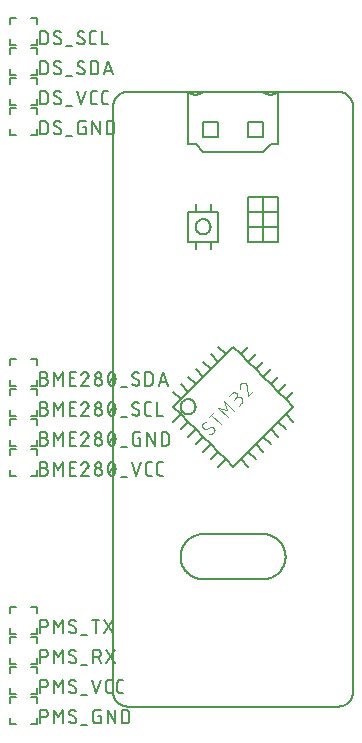
<source format=gbr>
G04 EAGLE Gerber RS-274X export*
G75*
%MOMM*%
%FSLAX34Y34*%
%LPD*%
%INSilkscreen Top*%
%IPPOS*%
%AMOC8*
5,1,8,0,0,1.08239X$1,22.5*%
G01*
%ADD10C,0.152400*%
%ADD11C,0.127000*%
%ADD12C,0.101600*%


D10*
X281305Y293370D02*
X281305Y298450D01*
X281305Y293370D02*
X276225Y293370D01*
X281305Y311150D02*
X281305Y316230D01*
X276225Y316230D01*
X263525Y316230D02*
X258445Y316230D01*
X258445Y311150D01*
X258445Y298450D02*
X258445Y293370D01*
X263525Y293370D01*
D11*
X284480Y300355D02*
X287655Y300355D01*
X287766Y300353D01*
X287876Y300347D01*
X287987Y300338D01*
X288097Y300324D01*
X288206Y300307D01*
X288315Y300286D01*
X288423Y300261D01*
X288530Y300232D01*
X288636Y300200D01*
X288741Y300164D01*
X288844Y300124D01*
X288946Y300081D01*
X289047Y300034D01*
X289146Y299983D01*
X289243Y299930D01*
X289337Y299873D01*
X289430Y299812D01*
X289521Y299749D01*
X289610Y299682D01*
X289696Y299612D01*
X289779Y299539D01*
X289861Y299464D01*
X289939Y299386D01*
X290014Y299304D01*
X290087Y299221D01*
X290157Y299135D01*
X290224Y299046D01*
X290287Y298955D01*
X290348Y298862D01*
X290405Y298767D01*
X290458Y298671D01*
X290509Y298572D01*
X290556Y298471D01*
X290599Y298369D01*
X290639Y298266D01*
X290675Y298161D01*
X290707Y298055D01*
X290736Y297948D01*
X290761Y297840D01*
X290782Y297731D01*
X290799Y297622D01*
X290813Y297512D01*
X290822Y297401D01*
X290828Y297291D01*
X290830Y297180D01*
X290828Y297069D01*
X290822Y296959D01*
X290813Y296848D01*
X290799Y296738D01*
X290782Y296629D01*
X290761Y296520D01*
X290736Y296412D01*
X290707Y296305D01*
X290675Y296199D01*
X290639Y296094D01*
X290599Y295991D01*
X290556Y295889D01*
X290509Y295788D01*
X290458Y295689D01*
X290405Y295592D01*
X290348Y295498D01*
X290287Y295405D01*
X290224Y295314D01*
X290157Y295225D01*
X290087Y295139D01*
X290014Y295056D01*
X289939Y294974D01*
X289861Y294896D01*
X289779Y294821D01*
X289696Y294748D01*
X289610Y294678D01*
X289521Y294611D01*
X289430Y294548D01*
X289337Y294487D01*
X289243Y294430D01*
X289146Y294377D01*
X289047Y294326D01*
X288946Y294279D01*
X288844Y294236D01*
X288741Y294196D01*
X288636Y294160D01*
X288530Y294128D01*
X288423Y294099D01*
X288315Y294074D01*
X288206Y294053D01*
X288097Y294036D01*
X287987Y294022D01*
X287876Y294013D01*
X287766Y294007D01*
X287655Y294005D01*
X284480Y294005D01*
X284480Y305435D01*
X287655Y305435D01*
X287755Y305433D01*
X287854Y305427D01*
X287954Y305417D01*
X288052Y305404D01*
X288151Y305386D01*
X288248Y305365D01*
X288344Y305340D01*
X288440Y305311D01*
X288534Y305278D01*
X288627Y305242D01*
X288718Y305202D01*
X288808Y305158D01*
X288896Y305111D01*
X288982Y305061D01*
X289066Y305007D01*
X289148Y304950D01*
X289227Y304890D01*
X289305Y304826D01*
X289379Y304760D01*
X289451Y304691D01*
X289520Y304619D01*
X289586Y304545D01*
X289650Y304467D01*
X289710Y304388D01*
X289767Y304306D01*
X289821Y304222D01*
X289871Y304136D01*
X289918Y304048D01*
X289962Y303958D01*
X290002Y303867D01*
X290038Y303774D01*
X290071Y303680D01*
X290100Y303584D01*
X290125Y303488D01*
X290146Y303391D01*
X290164Y303292D01*
X290177Y303194D01*
X290187Y303094D01*
X290193Y302995D01*
X290195Y302895D01*
X290193Y302795D01*
X290187Y302696D01*
X290177Y302596D01*
X290164Y302498D01*
X290146Y302399D01*
X290125Y302302D01*
X290100Y302206D01*
X290071Y302110D01*
X290038Y302016D01*
X290002Y301923D01*
X289962Y301832D01*
X289918Y301742D01*
X289871Y301654D01*
X289821Y301568D01*
X289767Y301484D01*
X289710Y301402D01*
X289650Y301323D01*
X289586Y301245D01*
X289520Y301171D01*
X289451Y301099D01*
X289379Y301030D01*
X289305Y300964D01*
X289227Y300900D01*
X289148Y300840D01*
X289066Y300783D01*
X288982Y300729D01*
X288896Y300679D01*
X288808Y300632D01*
X288718Y300588D01*
X288627Y300548D01*
X288534Y300512D01*
X288440Y300479D01*
X288344Y300450D01*
X288248Y300425D01*
X288151Y300404D01*
X288052Y300386D01*
X287954Y300373D01*
X287854Y300363D01*
X287755Y300357D01*
X287655Y300355D01*
X295847Y305435D02*
X295847Y294005D01*
X299657Y299085D02*
X295847Y305435D01*
X299657Y299085D02*
X303467Y305435D01*
X303467Y294005D01*
X309461Y294005D02*
X314541Y294005D01*
X309461Y294005D02*
X309461Y305435D01*
X314541Y305435D01*
X313271Y300355D02*
X309461Y300355D01*
X322453Y305436D02*
X322557Y305434D01*
X322662Y305428D01*
X322766Y305419D01*
X322869Y305406D01*
X322972Y305388D01*
X323074Y305368D01*
X323176Y305343D01*
X323276Y305315D01*
X323376Y305283D01*
X323474Y305247D01*
X323571Y305208D01*
X323666Y305166D01*
X323760Y305120D01*
X323852Y305070D01*
X323942Y305018D01*
X324030Y304962D01*
X324116Y304902D01*
X324200Y304840D01*
X324281Y304775D01*
X324360Y304707D01*
X324437Y304635D01*
X324510Y304562D01*
X324582Y304485D01*
X324650Y304406D01*
X324715Y304325D01*
X324777Y304241D01*
X324837Y304155D01*
X324893Y304067D01*
X324945Y303977D01*
X324995Y303885D01*
X325041Y303791D01*
X325083Y303696D01*
X325122Y303599D01*
X325158Y303501D01*
X325190Y303401D01*
X325218Y303301D01*
X325243Y303199D01*
X325263Y303097D01*
X325281Y302994D01*
X325294Y302891D01*
X325303Y302787D01*
X325309Y302682D01*
X325311Y302578D01*
X322453Y305435D02*
X322335Y305433D01*
X322216Y305427D01*
X322098Y305418D01*
X321981Y305405D01*
X321864Y305387D01*
X321747Y305367D01*
X321631Y305342D01*
X321516Y305314D01*
X321403Y305281D01*
X321290Y305246D01*
X321178Y305206D01*
X321068Y305164D01*
X320959Y305117D01*
X320851Y305067D01*
X320746Y305014D01*
X320642Y304957D01*
X320540Y304897D01*
X320440Y304834D01*
X320342Y304767D01*
X320246Y304698D01*
X320153Y304625D01*
X320062Y304549D01*
X319973Y304471D01*
X319887Y304389D01*
X319804Y304305D01*
X319723Y304219D01*
X319646Y304129D01*
X319571Y304038D01*
X319499Y303944D01*
X319430Y303847D01*
X319365Y303749D01*
X319302Y303648D01*
X319243Y303545D01*
X319187Y303441D01*
X319135Y303335D01*
X319086Y303227D01*
X319041Y303118D01*
X318999Y303007D01*
X318961Y302895D01*
X324358Y300356D02*
X324434Y300431D01*
X324509Y300510D01*
X324580Y300591D01*
X324649Y300675D01*
X324714Y300761D01*
X324776Y300849D01*
X324836Y300939D01*
X324892Y301031D01*
X324945Y301126D01*
X324994Y301222D01*
X325040Y301320D01*
X325083Y301419D01*
X325122Y301520D01*
X325157Y301622D01*
X325189Y301725D01*
X325217Y301829D01*
X325242Y301934D01*
X325263Y302041D01*
X325280Y302147D01*
X325293Y302254D01*
X325302Y302362D01*
X325308Y302470D01*
X325310Y302578D01*
X324358Y300355D02*
X318960Y294005D01*
X325310Y294005D01*
X330390Y297180D02*
X330392Y297291D01*
X330398Y297401D01*
X330407Y297512D01*
X330421Y297622D01*
X330438Y297731D01*
X330459Y297840D01*
X330484Y297948D01*
X330513Y298055D01*
X330545Y298161D01*
X330581Y298266D01*
X330621Y298369D01*
X330664Y298471D01*
X330711Y298572D01*
X330762Y298671D01*
X330815Y298768D01*
X330872Y298862D01*
X330933Y298955D01*
X330996Y299046D01*
X331063Y299135D01*
X331133Y299221D01*
X331206Y299304D01*
X331281Y299386D01*
X331359Y299464D01*
X331441Y299539D01*
X331524Y299612D01*
X331610Y299682D01*
X331699Y299749D01*
X331790Y299812D01*
X331883Y299873D01*
X331978Y299930D01*
X332074Y299983D01*
X332173Y300034D01*
X332274Y300081D01*
X332376Y300124D01*
X332479Y300164D01*
X332584Y300200D01*
X332690Y300232D01*
X332797Y300261D01*
X332905Y300286D01*
X333014Y300307D01*
X333123Y300324D01*
X333233Y300338D01*
X333344Y300347D01*
X333454Y300353D01*
X333565Y300355D01*
X333676Y300353D01*
X333786Y300347D01*
X333897Y300338D01*
X334007Y300324D01*
X334116Y300307D01*
X334225Y300286D01*
X334333Y300261D01*
X334440Y300232D01*
X334546Y300200D01*
X334651Y300164D01*
X334754Y300124D01*
X334856Y300081D01*
X334957Y300034D01*
X335056Y299983D01*
X335153Y299930D01*
X335247Y299873D01*
X335340Y299812D01*
X335431Y299749D01*
X335520Y299682D01*
X335606Y299612D01*
X335689Y299539D01*
X335771Y299464D01*
X335849Y299386D01*
X335924Y299304D01*
X335997Y299221D01*
X336067Y299135D01*
X336134Y299046D01*
X336197Y298955D01*
X336258Y298862D01*
X336315Y298768D01*
X336368Y298671D01*
X336419Y298572D01*
X336466Y298471D01*
X336509Y298369D01*
X336549Y298266D01*
X336585Y298161D01*
X336617Y298055D01*
X336646Y297948D01*
X336671Y297840D01*
X336692Y297731D01*
X336709Y297622D01*
X336723Y297512D01*
X336732Y297401D01*
X336738Y297291D01*
X336740Y297180D01*
X336738Y297069D01*
X336732Y296959D01*
X336723Y296848D01*
X336709Y296738D01*
X336692Y296629D01*
X336671Y296520D01*
X336646Y296412D01*
X336617Y296305D01*
X336585Y296199D01*
X336549Y296094D01*
X336509Y295991D01*
X336466Y295889D01*
X336419Y295788D01*
X336368Y295689D01*
X336315Y295592D01*
X336258Y295498D01*
X336197Y295405D01*
X336134Y295314D01*
X336067Y295225D01*
X335997Y295139D01*
X335924Y295056D01*
X335849Y294974D01*
X335771Y294896D01*
X335689Y294821D01*
X335606Y294748D01*
X335520Y294678D01*
X335431Y294611D01*
X335340Y294548D01*
X335247Y294487D01*
X335152Y294430D01*
X335056Y294377D01*
X334957Y294326D01*
X334856Y294279D01*
X334754Y294236D01*
X334651Y294196D01*
X334546Y294160D01*
X334440Y294128D01*
X334333Y294099D01*
X334225Y294074D01*
X334116Y294053D01*
X334007Y294036D01*
X333897Y294022D01*
X333786Y294013D01*
X333676Y294007D01*
X333565Y294005D01*
X333454Y294007D01*
X333344Y294013D01*
X333233Y294022D01*
X333123Y294036D01*
X333014Y294053D01*
X332905Y294074D01*
X332797Y294099D01*
X332690Y294128D01*
X332584Y294160D01*
X332479Y294196D01*
X332376Y294236D01*
X332274Y294279D01*
X332173Y294326D01*
X332074Y294377D01*
X331978Y294430D01*
X331883Y294487D01*
X331790Y294548D01*
X331699Y294611D01*
X331610Y294678D01*
X331524Y294748D01*
X331441Y294821D01*
X331359Y294896D01*
X331281Y294974D01*
X331206Y295056D01*
X331133Y295139D01*
X331063Y295225D01*
X330996Y295314D01*
X330933Y295405D01*
X330872Y295498D01*
X330815Y295593D01*
X330762Y295689D01*
X330711Y295788D01*
X330664Y295889D01*
X330621Y295991D01*
X330581Y296094D01*
X330545Y296199D01*
X330513Y296305D01*
X330484Y296412D01*
X330459Y296520D01*
X330438Y296629D01*
X330421Y296738D01*
X330407Y296848D01*
X330398Y296959D01*
X330392Y297069D01*
X330390Y297180D01*
X331025Y302895D02*
X331027Y302995D01*
X331033Y303094D01*
X331043Y303194D01*
X331056Y303292D01*
X331074Y303391D01*
X331095Y303488D01*
X331120Y303584D01*
X331149Y303680D01*
X331182Y303774D01*
X331218Y303867D01*
X331258Y303958D01*
X331302Y304048D01*
X331349Y304136D01*
X331399Y304222D01*
X331453Y304306D01*
X331510Y304388D01*
X331570Y304467D01*
X331634Y304545D01*
X331700Y304619D01*
X331769Y304691D01*
X331841Y304760D01*
X331915Y304826D01*
X331993Y304890D01*
X332072Y304950D01*
X332154Y305007D01*
X332238Y305061D01*
X332324Y305111D01*
X332412Y305158D01*
X332502Y305202D01*
X332593Y305242D01*
X332686Y305278D01*
X332780Y305311D01*
X332876Y305340D01*
X332972Y305365D01*
X333069Y305386D01*
X333168Y305404D01*
X333266Y305417D01*
X333366Y305427D01*
X333465Y305433D01*
X333565Y305435D01*
X333665Y305433D01*
X333764Y305427D01*
X333864Y305417D01*
X333962Y305404D01*
X334061Y305386D01*
X334158Y305365D01*
X334254Y305340D01*
X334350Y305311D01*
X334444Y305278D01*
X334537Y305242D01*
X334628Y305202D01*
X334718Y305158D01*
X334806Y305111D01*
X334892Y305061D01*
X334976Y305007D01*
X335058Y304950D01*
X335137Y304890D01*
X335215Y304826D01*
X335289Y304760D01*
X335361Y304691D01*
X335430Y304619D01*
X335496Y304545D01*
X335560Y304467D01*
X335620Y304388D01*
X335677Y304306D01*
X335731Y304222D01*
X335781Y304136D01*
X335828Y304048D01*
X335872Y303958D01*
X335912Y303867D01*
X335948Y303774D01*
X335981Y303680D01*
X336010Y303584D01*
X336035Y303488D01*
X336056Y303391D01*
X336074Y303292D01*
X336087Y303194D01*
X336097Y303094D01*
X336103Y302995D01*
X336105Y302895D01*
X336103Y302795D01*
X336097Y302696D01*
X336087Y302596D01*
X336074Y302498D01*
X336056Y302399D01*
X336035Y302302D01*
X336010Y302206D01*
X335981Y302110D01*
X335948Y302016D01*
X335912Y301923D01*
X335872Y301832D01*
X335828Y301742D01*
X335781Y301654D01*
X335731Y301568D01*
X335677Y301484D01*
X335620Y301402D01*
X335560Y301323D01*
X335496Y301245D01*
X335430Y301171D01*
X335361Y301099D01*
X335289Y301030D01*
X335215Y300964D01*
X335137Y300900D01*
X335058Y300840D01*
X334976Y300783D01*
X334892Y300729D01*
X334806Y300679D01*
X334718Y300632D01*
X334628Y300588D01*
X334537Y300548D01*
X334444Y300512D01*
X334350Y300479D01*
X334254Y300450D01*
X334158Y300425D01*
X334061Y300404D01*
X333962Y300386D01*
X333864Y300373D01*
X333764Y300363D01*
X333665Y300357D01*
X333565Y300355D01*
X333465Y300357D01*
X333366Y300363D01*
X333266Y300373D01*
X333168Y300386D01*
X333069Y300404D01*
X332972Y300425D01*
X332876Y300450D01*
X332780Y300479D01*
X332686Y300512D01*
X332593Y300548D01*
X332502Y300588D01*
X332412Y300632D01*
X332324Y300679D01*
X332238Y300729D01*
X332154Y300783D01*
X332072Y300840D01*
X331993Y300900D01*
X331915Y300964D01*
X331841Y301030D01*
X331769Y301099D01*
X331700Y301171D01*
X331634Y301245D01*
X331570Y301323D01*
X331510Y301402D01*
X331453Y301484D01*
X331399Y301568D01*
X331349Y301654D01*
X331302Y301742D01*
X331258Y301832D01*
X331218Y301923D01*
X331182Y302016D01*
X331149Y302110D01*
X331120Y302206D01*
X331095Y302302D01*
X331074Y302399D01*
X331056Y302498D01*
X331043Y302596D01*
X331033Y302696D01*
X331027Y302795D01*
X331025Y302895D01*
X341821Y299720D02*
X341824Y299945D01*
X341832Y300170D01*
X341845Y300394D01*
X341864Y300618D01*
X341888Y300842D01*
X341917Y301065D01*
X341952Y301287D01*
X341992Y301508D01*
X342038Y301728D01*
X342088Y301947D01*
X342144Y302165D01*
X342205Y302382D01*
X342271Y302597D01*
X342342Y302810D01*
X342419Y303021D01*
X342500Y303231D01*
X342586Y303439D01*
X342677Y303644D01*
X342773Y303847D01*
X342772Y303848D02*
X342804Y303936D01*
X342840Y304023D01*
X342879Y304109D01*
X342922Y304193D01*
X342968Y304275D01*
X343017Y304355D01*
X343069Y304433D01*
X343125Y304509D01*
X343183Y304583D01*
X343245Y304654D01*
X343309Y304723D01*
X343376Y304789D01*
X343445Y304852D01*
X343517Y304913D01*
X343591Y304971D01*
X343668Y305025D01*
X343746Y305077D01*
X343827Y305125D01*
X343909Y305170D01*
X343994Y305212D01*
X344080Y305250D01*
X344167Y305285D01*
X344255Y305317D01*
X344345Y305344D01*
X344436Y305369D01*
X344528Y305389D01*
X344620Y305406D01*
X344714Y305419D01*
X344807Y305428D01*
X344901Y305434D01*
X344995Y305436D01*
X345089Y305434D01*
X345183Y305428D01*
X345276Y305419D01*
X345370Y305406D01*
X345462Y305389D01*
X345554Y305369D01*
X345645Y305344D01*
X345735Y305317D01*
X345823Y305285D01*
X345910Y305250D01*
X345996Y305212D01*
X346081Y305170D01*
X346163Y305125D01*
X346244Y305077D01*
X346322Y305025D01*
X346399Y304971D01*
X346473Y304913D01*
X346545Y304852D01*
X346614Y304789D01*
X346681Y304723D01*
X346745Y304654D01*
X346807Y304583D01*
X346865Y304509D01*
X346921Y304433D01*
X346973Y304355D01*
X347022Y304275D01*
X347068Y304193D01*
X347111Y304109D01*
X347150Y304023D01*
X347186Y303936D01*
X347218Y303848D01*
X347218Y303847D02*
X347314Y303644D01*
X347405Y303439D01*
X347491Y303231D01*
X347572Y303021D01*
X347649Y302810D01*
X347720Y302597D01*
X347786Y302382D01*
X347847Y302165D01*
X347903Y301947D01*
X347953Y301728D01*
X347999Y301508D01*
X348039Y301287D01*
X348074Y301065D01*
X348103Y300842D01*
X348127Y300618D01*
X348146Y300394D01*
X348159Y300170D01*
X348167Y299945D01*
X348170Y299720D01*
X341821Y299720D02*
X341824Y299495D01*
X341832Y299270D01*
X341845Y299046D01*
X341864Y298822D01*
X341888Y298598D01*
X341917Y298375D01*
X341952Y298153D01*
X341992Y297932D01*
X342038Y297712D01*
X342088Y297493D01*
X342144Y297275D01*
X342205Y297058D01*
X342271Y296843D01*
X342342Y296630D01*
X342419Y296419D01*
X342500Y296209D01*
X342586Y296001D01*
X342677Y295796D01*
X342773Y295593D01*
X342772Y295593D02*
X342804Y295505D01*
X342840Y295418D01*
X342879Y295332D01*
X342922Y295248D01*
X342968Y295166D01*
X343017Y295086D01*
X343069Y295008D01*
X343125Y294932D01*
X343183Y294858D01*
X343245Y294787D01*
X343309Y294718D01*
X343376Y294652D01*
X343445Y294589D01*
X343517Y294528D01*
X343591Y294470D01*
X343668Y294416D01*
X343746Y294364D01*
X343827Y294316D01*
X343909Y294271D01*
X343994Y294229D01*
X344080Y294191D01*
X344167Y294156D01*
X344255Y294124D01*
X344345Y294097D01*
X344436Y294072D01*
X344528Y294052D01*
X344620Y294035D01*
X344714Y294022D01*
X344807Y294013D01*
X344901Y294007D01*
X344995Y294005D01*
X347218Y295593D02*
X347314Y295796D01*
X347405Y296001D01*
X347491Y296209D01*
X347572Y296419D01*
X347649Y296630D01*
X347720Y296843D01*
X347786Y297058D01*
X347847Y297275D01*
X347903Y297493D01*
X347953Y297712D01*
X347999Y297932D01*
X348039Y298153D01*
X348074Y298375D01*
X348103Y298598D01*
X348127Y298822D01*
X348146Y299046D01*
X348159Y299270D01*
X348167Y299495D01*
X348170Y299720D01*
X347218Y295593D02*
X347186Y295505D01*
X347150Y295418D01*
X347111Y295332D01*
X347068Y295248D01*
X347022Y295166D01*
X346973Y295086D01*
X346921Y295008D01*
X346865Y294932D01*
X346807Y294858D01*
X346745Y294787D01*
X346681Y294718D01*
X346614Y294652D01*
X346545Y294589D01*
X346473Y294528D01*
X346399Y294470D01*
X346322Y294416D01*
X346244Y294364D01*
X346163Y294316D01*
X346081Y294271D01*
X345996Y294229D01*
X345910Y294191D01*
X345823Y294156D01*
X345735Y294124D01*
X345645Y294097D01*
X345554Y294072D01*
X345462Y294052D01*
X345370Y294035D01*
X345276Y294022D01*
X345183Y294013D01*
X345089Y294007D01*
X344995Y294005D01*
X342455Y296545D02*
X347535Y302895D01*
X352742Y292735D02*
X357822Y292735D01*
X367220Y300355D02*
X369125Y300355D01*
X369125Y294005D01*
X365315Y294005D01*
X365215Y294007D01*
X365116Y294013D01*
X365016Y294023D01*
X364918Y294036D01*
X364819Y294054D01*
X364722Y294075D01*
X364626Y294100D01*
X364530Y294129D01*
X364436Y294162D01*
X364343Y294198D01*
X364252Y294238D01*
X364162Y294282D01*
X364074Y294329D01*
X363988Y294379D01*
X363904Y294433D01*
X363822Y294490D01*
X363743Y294550D01*
X363665Y294614D01*
X363591Y294680D01*
X363519Y294749D01*
X363450Y294821D01*
X363384Y294895D01*
X363320Y294973D01*
X363260Y295052D01*
X363203Y295134D01*
X363149Y295218D01*
X363099Y295304D01*
X363052Y295392D01*
X363008Y295482D01*
X362968Y295573D01*
X362932Y295666D01*
X362899Y295760D01*
X362870Y295856D01*
X362845Y295952D01*
X362824Y296049D01*
X362806Y296148D01*
X362793Y296246D01*
X362783Y296346D01*
X362777Y296445D01*
X362775Y296545D01*
X362775Y302895D01*
X362777Y302995D01*
X362783Y303094D01*
X362793Y303194D01*
X362806Y303292D01*
X362824Y303391D01*
X362845Y303488D01*
X362870Y303584D01*
X362899Y303680D01*
X362932Y303774D01*
X362968Y303867D01*
X363008Y303958D01*
X363052Y304048D01*
X363099Y304136D01*
X363149Y304222D01*
X363203Y304306D01*
X363260Y304388D01*
X363320Y304467D01*
X363384Y304545D01*
X363450Y304619D01*
X363519Y304691D01*
X363591Y304760D01*
X363665Y304826D01*
X363743Y304890D01*
X363822Y304950D01*
X363904Y305007D01*
X363988Y305061D01*
X364074Y305111D01*
X364162Y305158D01*
X364252Y305202D01*
X364343Y305242D01*
X364436Y305278D01*
X364530Y305311D01*
X364626Y305340D01*
X364722Y305365D01*
X364819Y305386D01*
X364918Y305404D01*
X365016Y305417D01*
X365116Y305427D01*
X365215Y305433D01*
X365315Y305435D01*
X369125Y305435D01*
X374967Y305435D02*
X374967Y294005D01*
X381317Y294005D02*
X374967Y305435D01*
X381317Y305435D02*
X381317Y294005D01*
X387159Y294005D02*
X387159Y305435D01*
X390334Y305435D01*
X390445Y305433D01*
X390555Y305427D01*
X390666Y305418D01*
X390776Y305404D01*
X390885Y305387D01*
X390994Y305366D01*
X391102Y305341D01*
X391209Y305312D01*
X391315Y305280D01*
X391420Y305244D01*
X391523Y305204D01*
X391625Y305161D01*
X391726Y305114D01*
X391825Y305063D01*
X391922Y305010D01*
X392016Y304953D01*
X392109Y304892D01*
X392200Y304829D01*
X392289Y304762D01*
X392375Y304692D01*
X392458Y304619D01*
X392540Y304544D01*
X392618Y304466D01*
X392693Y304384D01*
X392766Y304301D01*
X392836Y304215D01*
X392903Y304126D01*
X392966Y304035D01*
X393027Y303942D01*
X393084Y303848D01*
X393137Y303751D01*
X393188Y303652D01*
X393235Y303551D01*
X393278Y303449D01*
X393318Y303346D01*
X393354Y303241D01*
X393386Y303135D01*
X393415Y303028D01*
X393440Y302920D01*
X393461Y302811D01*
X393478Y302702D01*
X393492Y302592D01*
X393501Y302481D01*
X393507Y302371D01*
X393509Y302260D01*
X393509Y297180D01*
X393507Y297069D01*
X393501Y296959D01*
X393492Y296848D01*
X393478Y296738D01*
X393461Y296629D01*
X393440Y296520D01*
X393415Y296412D01*
X393386Y296305D01*
X393354Y296199D01*
X393318Y296094D01*
X393278Y295991D01*
X393235Y295889D01*
X393188Y295788D01*
X393137Y295689D01*
X393084Y295592D01*
X393027Y295498D01*
X392966Y295405D01*
X392903Y295314D01*
X392836Y295225D01*
X392766Y295139D01*
X392693Y295056D01*
X392618Y294974D01*
X392540Y294896D01*
X392458Y294821D01*
X392375Y294748D01*
X392289Y294678D01*
X392200Y294611D01*
X392109Y294548D01*
X392016Y294487D01*
X391922Y294430D01*
X391825Y294377D01*
X391726Y294326D01*
X391625Y294279D01*
X391523Y294236D01*
X391420Y294196D01*
X391315Y294160D01*
X391209Y294128D01*
X391102Y294099D01*
X390994Y294074D01*
X390885Y294053D01*
X390776Y294036D01*
X390666Y294022D01*
X390555Y294013D01*
X390445Y294007D01*
X390334Y294005D01*
X387159Y294005D01*
D10*
X281305Y318770D02*
X281305Y323850D01*
X281305Y318770D02*
X276225Y318770D01*
X281305Y336550D02*
X281305Y341630D01*
X276225Y341630D01*
X263525Y341630D02*
X258445Y341630D01*
X258445Y336550D01*
X258445Y323850D02*
X258445Y318770D01*
X263525Y318770D01*
D11*
X284480Y325755D02*
X287655Y325755D01*
X287766Y325753D01*
X287876Y325747D01*
X287987Y325738D01*
X288097Y325724D01*
X288206Y325707D01*
X288315Y325686D01*
X288423Y325661D01*
X288530Y325632D01*
X288636Y325600D01*
X288741Y325564D01*
X288844Y325524D01*
X288946Y325481D01*
X289047Y325434D01*
X289146Y325383D01*
X289243Y325330D01*
X289337Y325273D01*
X289430Y325212D01*
X289521Y325149D01*
X289610Y325082D01*
X289696Y325012D01*
X289779Y324939D01*
X289861Y324864D01*
X289939Y324786D01*
X290014Y324704D01*
X290087Y324621D01*
X290157Y324535D01*
X290224Y324446D01*
X290287Y324355D01*
X290348Y324262D01*
X290405Y324167D01*
X290458Y324071D01*
X290509Y323972D01*
X290556Y323871D01*
X290599Y323769D01*
X290639Y323666D01*
X290675Y323561D01*
X290707Y323455D01*
X290736Y323348D01*
X290761Y323240D01*
X290782Y323131D01*
X290799Y323022D01*
X290813Y322912D01*
X290822Y322801D01*
X290828Y322691D01*
X290830Y322580D01*
X290828Y322469D01*
X290822Y322359D01*
X290813Y322248D01*
X290799Y322138D01*
X290782Y322029D01*
X290761Y321920D01*
X290736Y321812D01*
X290707Y321705D01*
X290675Y321599D01*
X290639Y321494D01*
X290599Y321391D01*
X290556Y321289D01*
X290509Y321188D01*
X290458Y321089D01*
X290405Y320992D01*
X290348Y320898D01*
X290287Y320805D01*
X290224Y320714D01*
X290157Y320625D01*
X290087Y320539D01*
X290014Y320456D01*
X289939Y320374D01*
X289861Y320296D01*
X289779Y320221D01*
X289696Y320148D01*
X289610Y320078D01*
X289521Y320011D01*
X289430Y319948D01*
X289337Y319887D01*
X289243Y319830D01*
X289146Y319777D01*
X289047Y319726D01*
X288946Y319679D01*
X288844Y319636D01*
X288741Y319596D01*
X288636Y319560D01*
X288530Y319528D01*
X288423Y319499D01*
X288315Y319474D01*
X288206Y319453D01*
X288097Y319436D01*
X287987Y319422D01*
X287876Y319413D01*
X287766Y319407D01*
X287655Y319405D01*
X284480Y319405D01*
X284480Y330835D01*
X287655Y330835D01*
X287755Y330833D01*
X287854Y330827D01*
X287954Y330817D01*
X288052Y330804D01*
X288151Y330786D01*
X288248Y330765D01*
X288344Y330740D01*
X288440Y330711D01*
X288534Y330678D01*
X288627Y330642D01*
X288718Y330602D01*
X288808Y330558D01*
X288896Y330511D01*
X288982Y330461D01*
X289066Y330407D01*
X289148Y330350D01*
X289227Y330290D01*
X289305Y330226D01*
X289379Y330160D01*
X289451Y330091D01*
X289520Y330019D01*
X289586Y329945D01*
X289650Y329867D01*
X289710Y329788D01*
X289767Y329706D01*
X289821Y329622D01*
X289871Y329536D01*
X289918Y329448D01*
X289962Y329358D01*
X290002Y329267D01*
X290038Y329174D01*
X290071Y329080D01*
X290100Y328984D01*
X290125Y328888D01*
X290146Y328791D01*
X290164Y328692D01*
X290177Y328594D01*
X290187Y328494D01*
X290193Y328395D01*
X290195Y328295D01*
X290193Y328195D01*
X290187Y328096D01*
X290177Y327996D01*
X290164Y327898D01*
X290146Y327799D01*
X290125Y327702D01*
X290100Y327606D01*
X290071Y327510D01*
X290038Y327416D01*
X290002Y327323D01*
X289962Y327232D01*
X289918Y327142D01*
X289871Y327054D01*
X289821Y326968D01*
X289767Y326884D01*
X289710Y326802D01*
X289650Y326723D01*
X289586Y326645D01*
X289520Y326571D01*
X289451Y326499D01*
X289379Y326430D01*
X289305Y326364D01*
X289227Y326300D01*
X289148Y326240D01*
X289066Y326183D01*
X288982Y326129D01*
X288896Y326079D01*
X288808Y326032D01*
X288718Y325988D01*
X288627Y325948D01*
X288534Y325912D01*
X288440Y325879D01*
X288344Y325850D01*
X288248Y325825D01*
X288151Y325804D01*
X288052Y325786D01*
X287954Y325773D01*
X287854Y325763D01*
X287755Y325757D01*
X287655Y325755D01*
X295847Y330835D02*
X295847Y319405D01*
X299657Y324485D02*
X295847Y330835D01*
X299657Y324485D02*
X303467Y330835D01*
X303467Y319405D01*
X309461Y319405D02*
X314541Y319405D01*
X309461Y319405D02*
X309461Y330835D01*
X314541Y330835D01*
X313271Y325755D02*
X309461Y325755D01*
X322453Y330836D02*
X322557Y330834D01*
X322662Y330828D01*
X322766Y330819D01*
X322869Y330806D01*
X322972Y330788D01*
X323074Y330768D01*
X323176Y330743D01*
X323276Y330715D01*
X323376Y330683D01*
X323474Y330647D01*
X323571Y330608D01*
X323666Y330566D01*
X323760Y330520D01*
X323852Y330470D01*
X323942Y330418D01*
X324030Y330362D01*
X324116Y330302D01*
X324200Y330240D01*
X324281Y330175D01*
X324360Y330107D01*
X324437Y330035D01*
X324510Y329962D01*
X324582Y329885D01*
X324650Y329806D01*
X324715Y329725D01*
X324777Y329641D01*
X324837Y329555D01*
X324893Y329467D01*
X324945Y329377D01*
X324995Y329285D01*
X325041Y329191D01*
X325083Y329096D01*
X325122Y328999D01*
X325158Y328901D01*
X325190Y328801D01*
X325218Y328701D01*
X325243Y328599D01*
X325263Y328497D01*
X325281Y328394D01*
X325294Y328291D01*
X325303Y328187D01*
X325309Y328082D01*
X325311Y327978D01*
X322453Y330835D02*
X322335Y330833D01*
X322216Y330827D01*
X322098Y330818D01*
X321981Y330805D01*
X321864Y330787D01*
X321747Y330767D01*
X321631Y330742D01*
X321516Y330714D01*
X321403Y330681D01*
X321290Y330646D01*
X321178Y330606D01*
X321068Y330564D01*
X320959Y330517D01*
X320851Y330467D01*
X320746Y330414D01*
X320642Y330357D01*
X320540Y330297D01*
X320440Y330234D01*
X320342Y330167D01*
X320246Y330098D01*
X320153Y330025D01*
X320062Y329949D01*
X319973Y329871D01*
X319887Y329789D01*
X319804Y329705D01*
X319723Y329619D01*
X319646Y329529D01*
X319571Y329438D01*
X319499Y329344D01*
X319430Y329247D01*
X319365Y329149D01*
X319302Y329048D01*
X319243Y328945D01*
X319187Y328841D01*
X319135Y328735D01*
X319086Y328627D01*
X319041Y328518D01*
X318999Y328407D01*
X318961Y328295D01*
X324358Y325756D02*
X324434Y325831D01*
X324509Y325910D01*
X324580Y325991D01*
X324649Y326075D01*
X324714Y326161D01*
X324776Y326249D01*
X324836Y326339D01*
X324892Y326431D01*
X324945Y326526D01*
X324994Y326622D01*
X325040Y326720D01*
X325083Y326819D01*
X325122Y326920D01*
X325157Y327022D01*
X325189Y327125D01*
X325217Y327229D01*
X325242Y327334D01*
X325263Y327441D01*
X325280Y327547D01*
X325293Y327654D01*
X325302Y327762D01*
X325308Y327870D01*
X325310Y327978D01*
X324358Y325755D02*
X318960Y319405D01*
X325310Y319405D01*
X330390Y322580D02*
X330392Y322691D01*
X330398Y322801D01*
X330407Y322912D01*
X330421Y323022D01*
X330438Y323131D01*
X330459Y323240D01*
X330484Y323348D01*
X330513Y323455D01*
X330545Y323561D01*
X330581Y323666D01*
X330621Y323769D01*
X330664Y323871D01*
X330711Y323972D01*
X330762Y324071D01*
X330815Y324168D01*
X330872Y324262D01*
X330933Y324355D01*
X330996Y324446D01*
X331063Y324535D01*
X331133Y324621D01*
X331206Y324704D01*
X331281Y324786D01*
X331359Y324864D01*
X331441Y324939D01*
X331524Y325012D01*
X331610Y325082D01*
X331699Y325149D01*
X331790Y325212D01*
X331883Y325273D01*
X331978Y325330D01*
X332074Y325383D01*
X332173Y325434D01*
X332274Y325481D01*
X332376Y325524D01*
X332479Y325564D01*
X332584Y325600D01*
X332690Y325632D01*
X332797Y325661D01*
X332905Y325686D01*
X333014Y325707D01*
X333123Y325724D01*
X333233Y325738D01*
X333344Y325747D01*
X333454Y325753D01*
X333565Y325755D01*
X333676Y325753D01*
X333786Y325747D01*
X333897Y325738D01*
X334007Y325724D01*
X334116Y325707D01*
X334225Y325686D01*
X334333Y325661D01*
X334440Y325632D01*
X334546Y325600D01*
X334651Y325564D01*
X334754Y325524D01*
X334856Y325481D01*
X334957Y325434D01*
X335056Y325383D01*
X335153Y325330D01*
X335247Y325273D01*
X335340Y325212D01*
X335431Y325149D01*
X335520Y325082D01*
X335606Y325012D01*
X335689Y324939D01*
X335771Y324864D01*
X335849Y324786D01*
X335924Y324704D01*
X335997Y324621D01*
X336067Y324535D01*
X336134Y324446D01*
X336197Y324355D01*
X336258Y324262D01*
X336315Y324168D01*
X336368Y324071D01*
X336419Y323972D01*
X336466Y323871D01*
X336509Y323769D01*
X336549Y323666D01*
X336585Y323561D01*
X336617Y323455D01*
X336646Y323348D01*
X336671Y323240D01*
X336692Y323131D01*
X336709Y323022D01*
X336723Y322912D01*
X336732Y322801D01*
X336738Y322691D01*
X336740Y322580D01*
X336738Y322469D01*
X336732Y322359D01*
X336723Y322248D01*
X336709Y322138D01*
X336692Y322029D01*
X336671Y321920D01*
X336646Y321812D01*
X336617Y321705D01*
X336585Y321599D01*
X336549Y321494D01*
X336509Y321391D01*
X336466Y321289D01*
X336419Y321188D01*
X336368Y321089D01*
X336315Y320992D01*
X336258Y320898D01*
X336197Y320805D01*
X336134Y320714D01*
X336067Y320625D01*
X335997Y320539D01*
X335924Y320456D01*
X335849Y320374D01*
X335771Y320296D01*
X335689Y320221D01*
X335606Y320148D01*
X335520Y320078D01*
X335431Y320011D01*
X335340Y319948D01*
X335247Y319887D01*
X335152Y319830D01*
X335056Y319777D01*
X334957Y319726D01*
X334856Y319679D01*
X334754Y319636D01*
X334651Y319596D01*
X334546Y319560D01*
X334440Y319528D01*
X334333Y319499D01*
X334225Y319474D01*
X334116Y319453D01*
X334007Y319436D01*
X333897Y319422D01*
X333786Y319413D01*
X333676Y319407D01*
X333565Y319405D01*
X333454Y319407D01*
X333344Y319413D01*
X333233Y319422D01*
X333123Y319436D01*
X333014Y319453D01*
X332905Y319474D01*
X332797Y319499D01*
X332690Y319528D01*
X332584Y319560D01*
X332479Y319596D01*
X332376Y319636D01*
X332274Y319679D01*
X332173Y319726D01*
X332074Y319777D01*
X331978Y319830D01*
X331883Y319887D01*
X331790Y319948D01*
X331699Y320011D01*
X331610Y320078D01*
X331524Y320148D01*
X331441Y320221D01*
X331359Y320296D01*
X331281Y320374D01*
X331206Y320456D01*
X331133Y320539D01*
X331063Y320625D01*
X330996Y320714D01*
X330933Y320805D01*
X330872Y320898D01*
X330815Y320993D01*
X330762Y321089D01*
X330711Y321188D01*
X330664Y321289D01*
X330621Y321391D01*
X330581Y321494D01*
X330545Y321599D01*
X330513Y321705D01*
X330484Y321812D01*
X330459Y321920D01*
X330438Y322029D01*
X330421Y322138D01*
X330407Y322248D01*
X330398Y322359D01*
X330392Y322469D01*
X330390Y322580D01*
X331025Y328295D02*
X331027Y328395D01*
X331033Y328494D01*
X331043Y328594D01*
X331056Y328692D01*
X331074Y328791D01*
X331095Y328888D01*
X331120Y328984D01*
X331149Y329080D01*
X331182Y329174D01*
X331218Y329267D01*
X331258Y329358D01*
X331302Y329448D01*
X331349Y329536D01*
X331399Y329622D01*
X331453Y329706D01*
X331510Y329788D01*
X331570Y329867D01*
X331634Y329945D01*
X331700Y330019D01*
X331769Y330091D01*
X331841Y330160D01*
X331915Y330226D01*
X331993Y330290D01*
X332072Y330350D01*
X332154Y330407D01*
X332238Y330461D01*
X332324Y330511D01*
X332412Y330558D01*
X332502Y330602D01*
X332593Y330642D01*
X332686Y330678D01*
X332780Y330711D01*
X332876Y330740D01*
X332972Y330765D01*
X333069Y330786D01*
X333168Y330804D01*
X333266Y330817D01*
X333366Y330827D01*
X333465Y330833D01*
X333565Y330835D01*
X333665Y330833D01*
X333764Y330827D01*
X333864Y330817D01*
X333962Y330804D01*
X334061Y330786D01*
X334158Y330765D01*
X334254Y330740D01*
X334350Y330711D01*
X334444Y330678D01*
X334537Y330642D01*
X334628Y330602D01*
X334718Y330558D01*
X334806Y330511D01*
X334892Y330461D01*
X334976Y330407D01*
X335058Y330350D01*
X335137Y330290D01*
X335215Y330226D01*
X335289Y330160D01*
X335361Y330091D01*
X335430Y330019D01*
X335496Y329945D01*
X335560Y329867D01*
X335620Y329788D01*
X335677Y329706D01*
X335731Y329622D01*
X335781Y329536D01*
X335828Y329448D01*
X335872Y329358D01*
X335912Y329267D01*
X335948Y329174D01*
X335981Y329080D01*
X336010Y328984D01*
X336035Y328888D01*
X336056Y328791D01*
X336074Y328692D01*
X336087Y328594D01*
X336097Y328494D01*
X336103Y328395D01*
X336105Y328295D01*
X336103Y328195D01*
X336097Y328096D01*
X336087Y327996D01*
X336074Y327898D01*
X336056Y327799D01*
X336035Y327702D01*
X336010Y327606D01*
X335981Y327510D01*
X335948Y327416D01*
X335912Y327323D01*
X335872Y327232D01*
X335828Y327142D01*
X335781Y327054D01*
X335731Y326968D01*
X335677Y326884D01*
X335620Y326802D01*
X335560Y326723D01*
X335496Y326645D01*
X335430Y326571D01*
X335361Y326499D01*
X335289Y326430D01*
X335215Y326364D01*
X335137Y326300D01*
X335058Y326240D01*
X334976Y326183D01*
X334892Y326129D01*
X334806Y326079D01*
X334718Y326032D01*
X334628Y325988D01*
X334537Y325948D01*
X334444Y325912D01*
X334350Y325879D01*
X334254Y325850D01*
X334158Y325825D01*
X334061Y325804D01*
X333962Y325786D01*
X333864Y325773D01*
X333764Y325763D01*
X333665Y325757D01*
X333565Y325755D01*
X333465Y325757D01*
X333366Y325763D01*
X333266Y325773D01*
X333168Y325786D01*
X333069Y325804D01*
X332972Y325825D01*
X332876Y325850D01*
X332780Y325879D01*
X332686Y325912D01*
X332593Y325948D01*
X332502Y325988D01*
X332412Y326032D01*
X332324Y326079D01*
X332238Y326129D01*
X332154Y326183D01*
X332072Y326240D01*
X331993Y326300D01*
X331915Y326364D01*
X331841Y326430D01*
X331769Y326499D01*
X331700Y326571D01*
X331634Y326645D01*
X331570Y326723D01*
X331510Y326802D01*
X331453Y326884D01*
X331399Y326968D01*
X331349Y327054D01*
X331302Y327142D01*
X331258Y327232D01*
X331218Y327323D01*
X331182Y327416D01*
X331149Y327510D01*
X331120Y327606D01*
X331095Y327702D01*
X331074Y327799D01*
X331056Y327898D01*
X331043Y327996D01*
X331033Y328096D01*
X331027Y328195D01*
X331025Y328295D01*
X341821Y325120D02*
X341824Y325345D01*
X341832Y325570D01*
X341845Y325794D01*
X341864Y326018D01*
X341888Y326242D01*
X341917Y326465D01*
X341952Y326687D01*
X341992Y326908D01*
X342038Y327128D01*
X342088Y327347D01*
X342144Y327565D01*
X342205Y327782D01*
X342271Y327997D01*
X342342Y328210D01*
X342419Y328421D01*
X342500Y328631D01*
X342586Y328839D01*
X342677Y329044D01*
X342773Y329247D01*
X342772Y329248D02*
X342804Y329336D01*
X342840Y329423D01*
X342879Y329509D01*
X342922Y329593D01*
X342968Y329675D01*
X343017Y329755D01*
X343069Y329833D01*
X343125Y329909D01*
X343183Y329983D01*
X343245Y330054D01*
X343309Y330123D01*
X343376Y330189D01*
X343445Y330252D01*
X343517Y330313D01*
X343591Y330371D01*
X343668Y330425D01*
X343746Y330477D01*
X343827Y330525D01*
X343909Y330570D01*
X343994Y330612D01*
X344080Y330650D01*
X344167Y330685D01*
X344255Y330717D01*
X344345Y330744D01*
X344436Y330769D01*
X344528Y330789D01*
X344620Y330806D01*
X344714Y330819D01*
X344807Y330828D01*
X344901Y330834D01*
X344995Y330836D01*
X345089Y330834D01*
X345183Y330828D01*
X345276Y330819D01*
X345370Y330806D01*
X345462Y330789D01*
X345554Y330769D01*
X345645Y330744D01*
X345735Y330717D01*
X345823Y330685D01*
X345910Y330650D01*
X345996Y330612D01*
X346081Y330570D01*
X346163Y330525D01*
X346244Y330477D01*
X346322Y330425D01*
X346399Y330371D01*
X346473Y330313D01*
X346545Y330252D01*
X346614Y330189D01*
X346681Y330123D01*
X346745Y330054D01*
X346807Y329983D01*
X346865Y329909D01*
X346921Y329833D01*
X346973Y329755D01*
X347022Y329675D01*
X347068Y329593D01*
X347111Y329509D01*
X347150Y329423D01*
X347186Y329336D01*
X347218Y329248D01*
X347218Y329247D02*
X347314Y329044D01*
X347405Y328839D01*
X347491Y328631D01*
X347572Y328421D01*
X347649Y328210D01*
X347720Y327997D01*
X347786Y327782D01*
X347847Y327565D01*
X347903Y327347D01*
X347953Y327128D01*
X347999Y326908D01*
X348039Y326687D01*
X348074Y326465D01*
X348103Y326242D01*
X348127Y326018D01*
X348146Y325794D01*
X348159Y325570D01*
X348167Y325345D01*
X348170Y325120D01*
X341821Y325120D02*
X341824Y324895D01*
X341832Y324670D01*
X341845Y324446D01*
X341864Y324222D01*
X341888Y323998D01*
X341917Y323775D01*
X341952Y323553D01*
X341992Y323332D01*
X342038Y323112D01*
X342088Y322893D01*
X342144Y322675D01*
X342205Y322458D01*
X342271Y322243D01*
X342342Y322030D01*
X342419Y321819D01*
X342500Y321609D01*
X342586Y321401D01*
X342677Y321196D01*
X342773Y320993D01*
X342772Y320993D02*
X342804Y320905D01*
X342840Y320818D01*
X342879Y320732D01*
X342922Y320648D01*
X342968Y320566D01*
X343017Y320486D01*
X343069Y320408D01*
X343125Y320332D01*
X343183Y320258D01*
X343245Y320187D01*
X343309Y320118D01*
X343376Y320052D01*
X343445Y319989D01*
X343517Y319928D01*
X343591Y319870D01*
X343668Y319816D01*
X343746Y319764D01*
X343827Y319716D01*
X343909Y319671D01*
X343994Y319629D01*
X344080Y319591D01*
X344167Y319556D01*
X344255Y319524D01*
X344345Y319497D01*
X344436Y319472D01*
X344528Y319452D01*
X344620Y319435D01*
X344714Y319422D01*
X344807Y319413D01*
X344901Y319407D01*
X344995Y319405D01*
X347218Y320993D02*
X347314Y321196D01*
X347405Y321401D01*
X347491Y321609D01*
X347572Y321819D01*
X347649Y322030D01*
X347720Y322243D01*
X347786Y322458D01*
X347847Y322675D01*
X347903Y322893D01*
X347953Y323112D01*
X347999Y323332D01*
X348039Y323553D01*
X348074Y323775D01*
X348103Y323998D01*
X348127Y324222D01*
X348146Y324446D01*
X348159Y324670D01*
X348167Y324895D01*
X348170Y325120D01*
X347218Y320993D02*
X347186Y320905D01*
X347150Y320818D01*
X347111Y320732D01*
X347068Y320648D01*
X347022Y320566D01*
X346973Y320486D01*
X346921Y320408D01*
X346865Y320332D01*
X346807Y320258D01*
X346745Y320187D01*
X346681Y320118D01*
X346614Y320052D01*
X346545Y319989D01*
X346473Y319928D01*
X346399Y319870D01*
X346322Y319816D01*
X346244Y319764D01*
X346163Y319716D01*
X346081Y319671D01*
X345996Y319629D01*
X345910Y319591D01*
X345823Y319556D01*
X345735Y319524D01*
X345645Y319497D01*
X345554Y319472D01*
X345462Y319452D01*
X345370Y319435D01*
X345276Y319422D01*
X345183Y319413D01*
X345089Y319407D01*
X344995Y319405D01*
X342455Y321945D02*
X347535Y328295D01*
X352742Y318135D02*
X357822Y318135D01*
X365823Y319405D02*
X365923Y319407D01*
X366022Y319413D01*
X366122Y319423D01*
X366220Y319436D01*
X366319Y319454D01*
X366416Y319475D01*
X366512Y319500D01*
X366608Y319529D01*
X366702Y319562D01*
X366795Y319598D01*
X366886Y319638D01*
X366976Y319682D01*
X367064Y319729D01*
X367150Y319779D01*
X367234Y319833D01*
X367316Y319890D01*
X367395Y319950D01*
X367473Y320014D01*
X367547Y320080D01*
X367619Y320149D01*
X367688Y320221D01*
X367754Y320295D01*
X367818Y320373D01*
X367878Y320452D01*
X367935Y320534D01*
X367989Y320618D01*
X368039Y320704D01*
X368086Y320792D01*
X368130Y320882D01*
X368170Y320973D01*
X368206Y321066D01*
X368239Y321160D01*
X368268Y321256D01*
X368293Y321352D01*
X368314Y321449D01*
X368332Y321548D01*
X368345Y321646D01*
X368355Y321746D01*
X368361Y321845D01*
X368363Y321945D01*
X365823Y319405D02*
X365682Y319407D01*
X365541Y319412D01*
X365400Y319422D01*
X365259Y319435D01*
X365119Y319451D01*
X364979Y319472D01*
X364840Y319496D01*
X364701Y319524D01*
X364564Y319555D01*
X364427Y319590D01*
X364291Y319628D01*
X364156Y319670D01*
X364023Y319716D01*
X363890Y319765D01*
X363759Y319818D01*
X363630Y319874D01*
X363501Y319933D01*
X363375Y319996D01*
X363250Y320062D01*
X363127Y320131D01*
X363006Y320204D01*
X362887Y320280D01*
X362769Y320359D01*
X362654Y320440D01*
X362542Y320525D01*
X362431Y320613D01*
X362323Y320704D01*
X362217Y320797D01*
X362114Y320894D01*
X362013Y320993D01*
X362331Y328295D02*
X362333Y328395D01*
X362339Y328494D01*
X362349Y328594D01*
X362362Y328692D01*
X362380Y328791D01*
X362401Y328888D01*
X362426Y328984D01*
X362455Y329080D01*
X362488Y329174D01*
X362524Y329267D01*
X362564Y329358D01*
X362608Y329448D01*
X362655Y329536D01*
X362705Y329622D01*
X362759Y329706D01*
X362816Y329788D01*
X362876Y329867D01*
X362940Y329945D01*
X363006Y330019D01*
X363075Y330091D01*
X363147Y330160D01*
X363221Y330226D01*
X363299Y330290D01*
X363378Y330350D01*
X363460Y330407D01*
X363544Y330461D01*
X363630Y330511D01*
X363718Y330558D01*
X363808Y330602D01*
X363899Y330642D01*
X363992Y330678D01*
X364086Y330711D01*
X364182Y330740D01*
X364278Y330765D01*
X364375Y330786D01*
X364474Y330804D01*
X364572Y330817D01*
X364672Y330827D01*
X364771Y330833D01*
X364871Y330835D01*
X364871Y330836D02*
X365004Y330834D01*
X365137Y330829D01*
X365270Y330819D01*
X365403Y330806D01*
X365535Y330789D01*
X365667Y330769D01*
X365798Y330745D01*
X365928Y330717D01*
X366058Y330686D01*
X366186Y330651D01*
X366314Y330612D01*
X366440Y330570D01*
X366565Y330524D01*
X366689Y330475D01*
X366812Y330423D01*
X366933Y330367D01*
X367052Y330307D01*
X367170Y330245D01*
X367285Y330179D01*
X367399Y330110D01*
X367511Y330037D01*
X367621Y329962D01*
X367729Y329883D01*
X363601Y326072D02*
X363517Y326124D01*
X363434Y326179D01*
X363354Y326238D01*
X363276Y326299D01*
X363201Y326363D01*
X363128Y326431D01*
X363057Y326501D01*
X362990Y326573D01*
X362925Y326648D01*
X362863Y326726D01*
X362804Y326806D01*
X362748Y326888D01*
X362696Y326972D01*
X362647Y327058D01*
X362601Y327146D01*
X362558Y327236D01*
X362519Y327327D01*
X362484Y327420D01*
X362452Y327514D01*
X362424Y327609D01*
X362399Y327705D01*
X362379Y327802D01*
X362361Y327900D01*
X362348Y327998D01*
X362339Y328097D01*
X362333Y328196D01*
X362331Y328295D01*
X367094Y324168D02*
X367178Y324116D01*
X367261Y324061D01*
X367341Y324002D01*
X367419Y323941D01*
X367494Y323877D01*
X367567Y323809D01*
X367638Y323739D01*
X367705Y323667D01*
X367770Y323592D01*
X367832Y323514D01*
X367891Y323434D01*
X367947Y323352D01*
X367999Y323268D01*
X368048Y323182D01*
X368094Y323094D01*
X368137Y323004D01*
X368176Y322913D01*
X368211Y322820D01*
X368243Y322726D01*
X368271Y322631D01*
X368296Y322535D01*
X368316Y322438D01*
X368334Y322340D01*
X368347Y322242D01*
X368356Y322143D01*
X368362Y322044D01*
X368364Y321945D01*
X367093Y324168D02*
X363601Y326073D01*
X375565Y319405D02*
X378105Y319405D01*
X375565Y319405D02*
X375465Y319407D01*
X375366Y319413D01*
X375266Y319423D01*
X375168Y319436D01*
X375069Y319454D01*
X374972Y319475D01*
X374876Y319500D01*
X374780Y319529D01*
X374686Y319562D01*
X374593Y319598D01*
X374502Y319638D01*
X374412Y319682D01*
X374324Y319729D01*
X374238Y319779D01*
X374154Y319833D01*
X374072Y319890D01*
X373993Y319950D01*
X373915Y320014D01*
X373841Y320080D01*
X373769Y320149D01*
X373700Y320221D01*
X373634Y320295D01*
X373570Y320373D01*
X373510Y320452D01*
X373453Y320534D01*
X373399Y320618D01*
X373349Y320704D01*
X373302Y320792D01*
X373258Y320882D01*
X373218Y320973D01*
X373182Y321066D01*
X373149Y321160D01*
X373120Y321256D01*
X373095Y321352D01*
X373074Y321449D01*
X373056Y321548D01*
X373043Y321646D01*
X373033Y321746D01*
X373027Y321845D01*
X373025Y321945D01*
X373025Y328295D01*
X373027Y328395D01*
X373033Y328494D01*
X373043Y328594D01*
X373056Y328692D01*
X373074Y328791D01*
X373095Y328888D01*
X373120Y328984D01*
X373149Y329080D01*
X373182Y329174D01*
X373218Y329267D01*
X373258Y329358D01*
X373302Y329448D01*
X373349Y329536D01*
X373399Y329622D01*
X373453Y329706D01*
X373510Y329788D01*
X373570Y329867D01*
X373634Y329945D01*
X373700Y330019D01*
X373769Y330091D01*
X373841Y330160D01*
X373915Y330226D01*
X373993Y330290D01*
X374072Y330350D01*
X374154Y330407D01*
X374238Y330461D01*
X374324Y330511D01*
X374412Y330558D01*
X374502Y330602D01*
X374593Y330642D01*
X374686Y330678D01*
X374780Y330711D01*
X374876Y330740D01*
X374972Y330765D01*
X375069Y330786D01*
X375168Y330804D01*
X375266Y330817D01*
X375366Y330827D01*
X375465Y330833D01*
X375565Y330835D01*
X378105Y330835D01*
X382994Y330835D02*
X382994Y319405D01*
X388074Y319405D01*
D10*
X281305Y344170D02*
X281305Y349250D01*
X281305Y344170D02*
X276225Y344170D01*
X281305Y361950D02*
X281305Y367030D01*
X276225Y367030D01*
X263525Y367030D02*
X258445Y367030D01*
X258445Y361950D01*
X258445Y349250D02*
X258445Y344170D01*
X263525Y344170D01*
D11*
X284480Y351155D02*
X287655Y351155D01*
X287766Y351153D01*
X287876Y351147D01*
X287987Y351138D01*
X288097Y351124D01*
X288206Y351107D01*
X288315Y351086D01*
X288423Y351061D01*
X288530Y351032D01*
X288636Y351000D01*
X288741Y350964D01*
X288844Y350924D01*
X288946Y350881D01*
X289047Y350834D01*
X289146Y350783D01*
X289243Y350730D01*
X289337Y350673D01*
X289430Y350612D01*
X289521Y350549D01*
X289610Y350482D01*
X289696Y350412D01*
X289779Y350339D01*
X289861Y350264D01*
X289939Y350186D01*
X290014Y350104D01*
X290087Y350021D01*
X290157Y349935D01*
X290224Y349846D01*
X290287Y349755D01*
X290348Y349662D01*
X290405Y349567D01*
X290458Y349471D01*
X290509Y349372D01*
X290556Y349271D01*
X290599Y349169D01*
X290639Y349066D01*
X290675Y348961D01*
X290707Y348855D01*
X290736Y348748D01*
X290761Y348640D01*
X290782Y348531D01*
X290799Y348422D01*
X290813Y348312D01*
X290822Y348201D01*
X290828Y348091D01*
X290830Y347980D01*
X290828Y347869D01*
X290822Y347759D01*
X290813Y347648D01*
X290799Y347538D01*
X290782Y347429D01*
X290761Y347320D01*
X290736Y347212D01*
X290707Y347105D01*
X290675Y346999D01*
X290639Y346894D01*
X290599Y346791D01*
X290556Y346689D01*
X290509Y346588D01*
X290458Y346489D01*
X290405Y346392D01*
X290348Y346298D01*
X290287Y346205D01*
X290224Y346114D01*
X290157Y346025D01*
X290087Y345939D01*
X290014Y345856D01*
X289939Y345774D01*
X289861Y345696D01*
X289779Y345621D01*
X289696Y345548D01*
X289610Y345478D01*
X289521Y345411D01*
X289430Y345348D01*
X289337Y345287D01*
X289243Y345230D01*
X289146Y345177D01*
X289047Y345126D01*
X288946Y345079D01*
X288844Y345036D01*
X288741Y344996D01*
X288636Y344960D01*
X288530Y344928D01*
X288423Y344899D01*
X288315Y344874D01*
X288206Y344853D01*
X288097Y344836D01*
X287987Y344822D01*
X287876Y344813D01*
X287766Y344807D01*
X287655Y344805D01*
X284480Y344805D01*
X284480Y356235D01*
X287655Y356235D01*
X287755Y356233D01*
X287854Y356227D01*
X287954Y356217D01*
X288052Y356204D01*
X288151Y356186D01*
X288248Y356165D01*
X288344Y356140D01*
X288440Y356111D01*
X288534Y356078D01*
X288627Y356042D01*
X288718Y356002D01*
X288808Y355958D01*
X288896Y355911D01*
X288982Y355861D01*
X289066Y355807D01*
X289148Y355750D01*
X289227Y355690D01*
X289305Y355626D01*
X289379Y355560D01*
X289451Y355491D01*
X289520Y355419D01*
X289586Y355345D01*
X289650Y355267D01*
X289710Y355188D01*
X289767Y355106D01*
X289821Y355022D01*
X289871Y354936D01*
X289918Y354848D01*
X289962Y354758D01*
X290002Y354667D01*
X290038Y354574D01*
X290071Y354480D01*
X290100Y354384D01*
X290125Y354288D01*
X290146Y354191D01*
X290164Y354092D01*
X290177Y353994D01*
X290187Y353894D01*
X290193Y353795D01*
X290195Y353695D01*
X290193Y353595D01*
X290187Y353496D01*
X290177Y353396D01*
X290164Y353298D01*
X290146Y353199D01*
X290125Y353102D01*
X290100Y353006D01*
X290071Y352910D01*
X290038Y352816D01*
X290002Y352723D01*
X289962Y352632D01*
X289918Y352542D01*
X289871Y352454D01*
X289821Y352368D01*
X289767Y352284D01*
X289710Y352202D01*
X289650Y352123D01*
X289586Y352045D01*
X289520Y351971D01*
X289451Y351899D01*
X289379Y351830D01*
X289305Y351764D01*
X289227Y351700D01*
X289148Y351640D01*
X289066Y351583D01*
X288982Y351529D01*
X288896Y351479D01*
X288808Y351432D01*
X288718Y351388D01*
X288627Y351348D01*
X288534Y351312D01*
X288440Y351279D01*
X288344Y351250D01*
X288248Y351225D01*
X288151Y351204D01*
X288052Y351186D01*
X287954Y351173D01*
X287854Y351163D01*
X287755Y351157D01*
X287655Y351155D01*
X295847Y356235D02*
X295847Y344805D01*
X299657Y349885D02*
X295847Y356235D01*
X299657Y349885D02*
X303467Y356235D01*
X303467Y344805D01*
X309461Y344805D02*
X314541Y344805D01*
X309461Y344805D02*
X309461Y356235D01*
X314541Y356235D01*
X313271Y351155D02*
X309461Y351155D01*
X322453Y356236D02*
X322557Y356234D01*
X322662Y356228D01*
X322766Y356219D01*
X322869Y356206D01*
X322972Y356188D01*
X323074Y356168D01*
X323176Y356143D01*
X323276Y356115D01*
X323376Y356083D01*
X323474Y356047D01*
X323571Y356008D01*
X323666Y355966D01*
X323760Y355920D01*
X323852Y355870D01*
X323942Y355818D01*
X324030Y355762D01*
X324116Y355702D01*
X324200Y355640D01*
X324281Y355575D01*
X324360Y355507D01*
X324437Y355435D01*
X324510Y355362D01*
X324582Y355285D01*
X324650Y355206D01*
X324715Y355125D01*
X324777Y355041D01*
X324837Y354955D01*
X324893Y354867D01*
X324945Y354777D01*
X324995Y354685D01*
X325041Y354591D01*
X325083Y354496D01*
X325122Y354399D01*
X325158Y354301D01*
X325190Y354201D01*
X325218Y354101D01*
X325243Y353999D01*
X325263Y353897D01*
X325281Y353794D01*
X325294Y353691D01*
X325303Y353587D01*
X325309Y353482D01*
X325311Y353378D01*
X322453Y356235D02*
X322335Y356233D01*
X322216Y356227D01*
X322098Y356218D01*
X321981Y356205D01*
X321864Y356187D01*
X321747Y356167D01*
X321631Y356142D01*
X321516Y356114D01*
X321403Y356081D01*
X321290Y356046D01*
X321178Y356006D01*
X321068Y355964D01*
X320959Y355917D01*
X320851Y355867D01*
X320746Y355814D01*
X320642Y355757D01*
X320540Y355697D01*
X320440Y355634D01*
X320342Y355567D01*
X320246Y355498D01*
X320153Y355425D01*
X320062Y355349D01*
X319973Y355271D01*
X319887Y355189D01*
X319804Y355105D01*
X319723Y355019D01*
X319646Y354929D01*
X319571Y354838D01*
X319499Y354744D01*
X319430Y354647D01*
X319365Y354549D01*
X319302Y354448D01*
X319243Y354345D01*
X319187Y354241D01*
X319135Y354135D01*
X319086Y354027D01*
X319041Y353918D01*
X318999Y353807D01*
X318961Y353695D01*
X324358Y351156D02*
X324434Y351231D01*
X324509Y351310D01*
X324580Y351391D01*
X324649Y351475D01*
X324714Y351561D01*
X324776Y351649D01*
X324836Y351739D01*
X324892Y351831D01*
X324945Y351926D01*
X324994Y352022D01*
X325040Y352120D01*
X325083Y352219D01*
X325122Y352320D01*
X325157Y352422D01*
X325189Y352525D01*
X325217Y352629D01*
X325242Y352734D01*
X325263Y352841D01*
X325280Y352947D01*
X325293Y353054D01*
X325302Y353162D01*
X325308Y353270D01*
X325310Y353378D01*
X324358Y351155D02*
X318960Y344805D01*
X325310Y344805D01*
X330390Y347980D02*
X330392Y348091D01*
X330398Y348201D01*
X330407Y348312D01*
X330421Y348422D01*
X330438Y348531D01*
X330459Y348640D01*
X330484Y348748D01*
X330513Y348855D01*
X330545Y348961D01*
X330581Y349066D01*
X330621Y349169D01*
X330664Y349271D01*
X330711Y349372D01*
X330762Y349471D01*
X330815Y349568D01*
X330872Y349662D01*
X330933Y349755D01*
X330996Y349846D01*
X331063Y349935D01*
X331133Y350021D01*
X331206Y350104D01*
X331281Y350186D01*
X331359Y350264D01*
X331441Y350339D01*
X331524Y350412D01*
X331610Y350482D01*
X331699Y350549D01*
X331790Y350612D01*
X331883Y350673D01*
X331978Y350730D01*
X332074Y350783D01*
X332173Y350834D01*
X332274Y350881D01*
X332376Y350924D01*
X332479Y350964D01*
X332584Y351000D01*
X332690Y351032D01*
X332797Y351061D01*
X332905Y351086D01*
X333014Y351107D01*
X333123Y351124D01*
X333233Y351138D01*
X333344Y351147D01*
X333454Y351153D01*
X333565Y351155D01*
X333676Y351153D01*
X333786Y351147D01*
X333897Y351138D01*
X334007Y351124D01*
X334116Y351107D01*
X334225Y351086D01*
X334333Y351061D01*
X334440Y351032D01*
X334546Y351000D01*
X334651Y350964D01*
X334754Y350924D01*
X334856Y350881D01*
X334957Y350834D01*
X335056Y350783D01*
X335153Y350730D01*
X335247Y350673D01*
X335340Y350612D01*
X335431Y350549D01*
X335520Y350482D01*
X335606Y350412D01*
X335689Y350339D01*
X335771Y350264D01*
X335849Y350186D01*
X335924Y350104D01*
X335997Y350021D01*
X336067Y349935D01*
X336134Y349846D01*
X336197Y349755D01*
X336258Y349662D01*
X336315Y349568D01*
X336368Y349471D01*
X336419Y349372D01*
X336466Y349271D01*
X336509Y349169D01*
X336549Y349066D01*
X336585Y348961D01*
X336617Y348855D01*
X336646Y348748D01*
X336671Y348640D01*
X336692Y348531D01*
X336709Y348422D01*
X336723Y348312D01*
X336732Y348201D01*
X336738Y348091D01*
X336740Y347980D01*
X336738Y347869D01*
X336732Y347759D01*
X336723Y347648D01*
X336709Y347538D01*
X336692Y347429D01*
X336671Y347320D01*
X336646Y347212D01*
X336617Y347105D01*
X336585Y346999D01*
X336549Y346894D01*
X336509Y346791D01*
X336466Y346689D01*
X336419Y346588D01*
X336368Y346489D01*
X336315Y346392D01*
X336258Y346298D01*
X336197Y346205D01*
X336134Y346114D01*
X336067Y346025D01*
X335997Y345939D01*
X335924Y345856D01*
X335849Y345774D01*
X335771Y345696D01*
X335689Y345621D01*
X335606Y345548D01*
X335520Y345478D01*
X335431Y345411D01*
X335340Y345348D01*
X335247Y345287D01*
X335152Y345230D01*
X335056Y345177D01*
X334957Y345126D01*
X334856Y345079D01*
X334754Y345036D01*
X334651Y344996D01*
X334546Y344960D01*
X334440Y344928D01*
X334333Y344899D01*
X334225Y344874D01*
X334116Y344853D01*
X334007Y344836D01*
X333897Y344822D01*
X333786Y344813D01*
X333676Y344807D01*
X333565Y344805D01*
X333454Y344807D01*
X333344Y344813D01*
X333233Y344822D01*
X333123Y344836D01*
X333014Y344853D01*
X332905Y344874D01*
X332797Y344899D01*
X332690Y344928D01*
X332584Y344960D01*
X332479Y344996D01*
X332376Y345036D01*
X332274Y345079D01*
X332173Y345126D01*
X332074Y345177D01*
X331978Y345230D01*
X331883Y345287D01*
X331790Y345348D01*
X331699Y345411D01*
X331610Y345478D01*
X331524Y345548D01*
X331441Y345621D01*
X331359Y345696D01*
X331281Y345774D01*
X331206Y345856D01*
X331133Y345939D01*
X331063Y346025D01*
X330996Y346114D01*
X330933Y346205D01*
X330872Y346298D01*
X330815Y346393D01*
X330762Y346489D01*
X330711Y346588D01*
X330664Y346689D01*
X330621Y346791D01*
X330581Y346894D01*
X330545Y346999D01*
X330513Y347105D01*
X330484Y347212D01*
X330459Y347320D01*
X330438Y347429D01*
X330421Y347538D01*
X330407Y347648D01*
X330398Y347759D01*
X330392Y347869D01*
X330390Y347980D01*
X331025Y353695D02*
X331027Y353795D01*
X331033Y353894D01*
X331043Y353994D01*
X331056Y354092D01*
X331074Y354191D01*
X331095Y354288D01*
X331120Y354384D01*
X331149Y354480D01*
X331182Y354574D01*
X331218Y354667D01*
X331258Y354758D01*
X331302Y354848D01*
X331349Y354936D01*
X331399Y355022D01*
X331453Y355106D01*
X331510Y355188D01*
X331570Y355267D01*
X331634Y355345D01*
X331700Y355419D01*
X331769Y355491D01*
X331841Y355560D01*
X331915Y355626D01*
X331993Y355690D01*
X332072Y355750D01*
X332154Y355807D01*
X332238Y355861D01*
X332324Y355911D01*
X332412Y355958D01*
X332502Y356002D01*
X332593Y356042D01*
X332686Y356078D01*
X332780Y356111D01*
X332876Y356140D01*
X332972Y356165D01*
X333069Y356186D01*
X333168Y356204D01*
X333266Y356217D01*
X333366Y356227D01*
X333465Y356233D01*
X333565Y356235D01*
X333665Y356233D01*
X333764Y356227D01*
X333864Y356217D01*
X333962Y356204D01*
X334061Y356186D01*
X334158Y356165D01*
X334254Y356140D01*
X334350Y356111D01*
X334444Y356078D01*
X334537Y356042D01*
X334628Y356002D01*
X334718Y355958D01*
X334806Y355911D01*
X334892Y355861D01*
X334976Y355807D01*
X335058Y355750D01*
X335137Y355690D01*
X335215Y355626D01*
X335289Y355560D01*
X335361Y355491D01*
X335430Y355419D01*
X335496Y355345D01*
X335560Y355267D01*
X335620Y355188D01*
X335677Y355106D01*
X335731Y355022D01*
X335781Y354936D01*
X335828Y354848D01*
X335872Y354758D01*
X335912Y354667D01*
X335948Y354574D01*
X335981Y354480D01*
X336010Y354384D01*
X336035Y354288D01*
X336056Y354191D01*
X336074Y354092D01*
X336087Y353994D01*
X336097Y353894D01*
X336103Y353795D01*
X336105Y353695D01*
X336103Y353595D01*
X336097Y353496D01*
X336087Y353396D01*
X336074Y353298D01*
X336056Y353199D01*
X336035Y353102D01*
X336010Y353006D01*
X335981Y352910D01*
X335948Y352816D01*
X335912Y352723D01*
X335872Y352632D01*
X335828Y352542D01*
X335781Y352454D01*
X335731Y352368D01*
X335677Y352284D01*
X335620Y352202D01*
X335560Y352123D01*
X335496Y352045D01*
X335430Y351971D01*
X335361Y351899D01*
X335289Y351830D01*
X335215Y351764D01*
X335137Y351700D01*
X335058Y351640D01*
X334976Y351583D01*
X334892Y351529D01*
X334806Y351479D01*
X334718Y351432D01*
X334628Y351388D01*
X334537Y351348D01*
X334444Y351312D01*
X334350Y351279D01*
X334254Y351250D01*
X334158Y351225D01*
X334061Y351204D01*
X333962Y351186D01*
X333864Y351173D01*
X333764Y351163D01*
X333665Y351157D01*
X333565Y351155D01*
X333465Y351157D01*
X333366Y351163D01*
X333266Y351173D01*
X333168Y351186D01*
X333069Y351204D01*
X332972Y351225D01*
X332876Y351250D01*
X332780Y351279D01*
X332686Y351312D01*
X332593Y351348D01*
X332502Y351388D01*
X332412Y351432D01*
X332324Y351479D01*
X332238Y351529D01*
X332154Y351583D01*
X332072Y351640D01*
X331993Y351700D01*
X331915Y351764D01*
X331841Y351830D01*
X331769Y351899D01*
X331700Y351971D01*
X331634Y352045D01*
X331570Y352123D01*
X331510Y352202D01*
X331453Y352284D01*
X331399Y352368D01*
X331349Y352454D01*
X331302Y352542D01*
X331258Y352632D01*
X331218Y352723D01*
X331182Y352816D01*
X331149Y352910D01*
X331120Y353006D01*
X331095Y353102D01*
X331074Y353199D01*
X331056Y353298D01*
X331043Y353396D01*
X331033Y353496D01*
X331027Y353595D01*
X331025Y353695D01*
X341821Y350520D02*
X341824Y350745D01*
X341832Y350970D01*
X341845Y351194D01*
X341864Y351418D01*
X341888Y351642D01*
X341917Y351865D01*
X341952Y352087D01*
X341992Y352308D01*
X342038Y352528D01*
X342088Y352747D01*
X342144Y352965D01*
X342205Y353182D01*
X342271Y353397D01*
X342342Y353610D01*
X342419Y353821D01*
X342500Y354031D01*
X342586Y354239D01*
X342677Y354444D01*
X342773Y354647D01*
X342772Y354648D02*
X342804Y354736D01*
X342840Y354823D01*
X342879Y354909D01*
X342922Y354993D01*
X342968Y355075D01*
X343017Y355155D01*
X343069Y355233D01*
X343125Y355309D01*
X343183Y355383D01*
X343245Y355454D01*
X343309Y355523D01*
X343376Y355589D01*
X343445Y355652D01*
X343517Y355713D01*
X343591Y355771D01*
X343668Y355825D01*
X343746Y355877D01*
X343827Y355925D01*
X343909Y355970D01*
X343994Y356012D01*
X344080Y356050D01*
X344167Y356085D01*
X344255Y356117D01*
X344345Y356144D01*
X344436Y356169D01*
X344528Y356189D01*
X344620Y356206D01*
X344714Y356219D01*
X344807Y356228D01*
X344901Y356234D01*
X344995Y356236D01*
X345089Y356234D01*
X345183Y356228D01*
X345276Y356219D01*
X345370Y356206D01*
X345462Y356189D01*
X345554Y356169D01*
X345645Y356144D01*
X345735Y356117D01*
X345823Y356085D01*
X345910Y356050D01*
X345996Y356012D01*
X346081Y355970D01*
X346163Y355925D01*
X346244Y355877D01*
X346322Y355825D01*
X346399Y355771D01*
X346473Y355713D01*
X346545Y355652D01*
X346614Y355589D01*
X346681Y355523D01*
X346745Y355454D01*
X346807Y355383D01*
X346865Y355309D01*
X346921Y355233D01*
X346973Y355155D01*
X347022Y355075D01*
X347068Y354993D01*
X347111Y354909D01*
X347150Y354823D01*
X347186Y354736D01*
X347218Y354648D01*
X347218Y354647D02*
X347314Y354444D01*
X347405Y354239D01*
X347491Y354031D01*
X347572Y353821D01*
X347649Y353610D01*
X347720Y353397D01*
X347786Y353182D01*
X347847Y352965D01*
X347903Y352747D01*
X347953Y352528D01*
X347999Y352308D01*
X348039Y352087D01*
X348074Y351865D01*
X348103Y351642D01*
X348127Y351418D01*
X348146Y351194D01*
X348159Y350970D01*
X348167Y350745D01*
X348170Y350520D01*
X341821Y350520D02*
X341824Y350295D01*
X341832Y350070D01*
X341845Y349846D01*
X341864Y349622D01*
X341888Y349398D01*
X341917Y349175D01*
X341952Y348953D01*
X341992Y348732D01*
X342038Y348512D01*
X342088Y348293D01*
X342144Y348075D01*
X342205Y347858D01*
X342271Y347643D01*
X342342Y347430D01*
X342419Y347219D01*
X342500Y347009D01*
X342586Y346801D01*
X342677Y346596D01*
X342773Y346393D01*
X342772Y346393D02*
X342804Y346305D01*
X342840Y346218D01*
X342879Y346132D01*
X342922Y346048D01*
X342968Y345966D01*
X343017Y345886D01*
X343069Y345808D01*
X343125Y345732D01*
X343183Y345658D01*
X343245Y345587D01*
X343309Y345518D01*
X343376Y345452D01*
X343445Y345389D01*
X343517Y345328D01*
X343591Y345270D01*
X343668Y345216D01*
X343746Y345164D01*
X343827Y345116D01*
X343909Y345071D01*
X343994Y345029D01*
X344080Y344991D01*
X344167Y344956D01*
X344255Y344924D01*
X344345Y344897D01*
X344436Y344872D01*
X344528Y344852D01*
X344620Y344835D01*
X344714Y344822D01*
X344807Y344813D01*
X344901Y344807D01*
X344995Y344805D01*
X347218Y346393D02*
X347314Y346596D01*
X347405Y346801D01*
X347491Y347009D01*
X347572Y347219D01*
X347649Y347430D01*
X347720Y347643D01*
X347786Y347858D01*
X347847Y348075D01*
X347903Y348293D01*
X347953Y348512D01*
X347999Y348732D01*
X348039Y348953D01*
X348074Y349175D01*
X348103Y349398D01*
X348127Y349622D01*
X348146Y349846D01*
X348159Y350070D01*
X348167Y350295D01*
X348170Y350520D01*
X347218Y346393D02*
X347186Y346305D01*
X347150Y346218D01*
X347111Y346132D01*
X347068Y346048D01*
X347022Y345966D01*
X346973Y345886D01*
X346921Y345808D01*
X346865Y345732D01*
X346807Y345658D01*
X346745Y345587D01*
X346681Y345518D01*
X346614Y345452D01*
X346545Y345389D01*
X346473Y345328D01*
X346399Y345270D01*
X346322Y345216D01*
X346244Y345164D01*
X346163Y345116D01*
X346081Y345071D01*
X345996Y345029D01*
X345910Y344991D01*
X345823Y344956D01*
X345735Y344924D01*
X345645Y344897D01*
X345554Y344872D01*
X345462Y344852D01*
X345370Y344835D01*
X345276Y344822D01*
X345183Y344813D01*
X345089Y344807D01*
X344995Y344805D01*
X342455Y347345D02*
X347535Y353695D01*
X352742Y343535D02*
X357822Y343535D01*
X365823Y344805D02*
X365923Y344807D01*
X366022Y344813D01*
X366122Y344823D01*
X366220Y344836D01*
X366319Y344854D01*
X366416Y344875D01*
X366512Y344900D01*
X366608Y344929D01*
X366702Y344962D01*
X366795Y344998D01*
X366886Y345038D01*
X366976Y345082D01*
X367064Y345129D01*
X367150Y345179D01*
X367234Y345233D01*
X367316Y345290D01*
X367395Y345350D01*
X367473Y345414D01*
X367547Y345480D01*
X367619Y345549D01*
X367688Y345621D01*
X367754Y345695D01*
X367818Y345773D01*
X367878Y345852D01*
X367935Y345934D01*
X367989Y346018D01*
X368039Y346104D01*
X368086Y346192D01*
X368130Y346282D01*
X368170Y346373D01*
X368206Y346466D01*
X368239Y346560D01*
X368268Y346656D01*
X368293Y346752D01*
X368314Y346849D01*
X368332Y346948D01*
X368345Y347046D01*
X368355Y347146D01*
X368361Y347245D01*
X368363Y347345D01*
X365823Y344805D02*
X365682Y344807D01*
X365541Y344812D01*
X365400Y344822D01*
X365259Y344835D01*
X365119Y344851D01*
X364979Y344872D01*
X364840Y344896D01*
X364701Y344924D01*
X364564Y344955D01*
X364427Y344990D01*
X364291Y345028D01*
X364156Y345070D01*
X364023Y345116D01*
X363890Y345165D01*
X363759Y345218D01*
X363630Y345274D01*
X363501Y345333D01*
X363375Y345396D01*
X363250Y345462D01*
X363127Y345531D01*
X363006Y345604D01*
X362887Y345680D01*
X362769Y345759D01*
X362654Y345840D01*
X362542Y345925D01*
X362431Y346013D01*
X362323Y346104D01*
X362217Y346197D01*
X362114Y346294D01*
X362013Y346393D01*
X362331Y353695D02*
X362333Y353795D01*
X362339Y353894D01*
X362349Y353994D01*
X362362Y354092D01*
X362380Y354191D01*
X362401Y354288D01*
X362426Y354384D01*
X362455Y354480D01*
X362488Y354574D01*
X362524Y354667D01*
X362564Y354758D01*
X362608Y354848D01*
X362655Y354936D01*
X362705Y355022D01*
X362759Y355106D01*
X362816Y355188D01*
X362876Y355267D01*
X362940Y355345D01*
X363006Y355419D01*
X363075Y355491D01*
X363147Y355560D01*
X363221Y355626D01*
X363299Y355690D01*
X363378Y355750D01*
X363460Y355807D01*
X363544Y355861D01*
X363630Y355911D01*
X363718Y355958D01*
X363808Y356002D01*
X363899Y356042D01*
X363992Y356078D01*
X364086Y356111D01*
X364182Y356140D01*
X364278Y356165D01*
X364375Y356186D01*
X364474Y356204D01*
X364572Y356217D01*
X364672Y356227D01*
X364771Y356233D01*
X364871Y356235D01*
X364871Y356236D02*
X365004Y356234D01*
X365137Y356229D01*
X365270Y356219D01*
X365403Y356206D01*
X365535Y356189D01*
X365667Y356169D01*
X365798Y356145D01*
X365928Y356117D01*
X366058Y356086D01*
X366186Y356051D01*
X366314Y356012D01*
X366440Y355970D01*
X366565Y355924D01*
X366689Y355875D01*
X366812Y355823D01*
X366933Y355767D01*
X367052Y355707D01*
X367170Y355645D01*
X367285Y355579D01*
X367399Y355510D01*
X367511Y355437D01*
X367621Y355362D01*
X367729Y355283D01*
X363601Y351472D02*
X363517Y351524D01*
X363434Y351579D01*
X363354Y351638D01*
X363276Y351699D01*
X363201Y351763D01*
X363128Y351831D01*
X363057Y351901D01*
X362990Y351973D01*
X362925Y352048D01*
X362863Y352126D01*
X362804Y352206D01*
X362748Y352288D01*
X362696Y352372D01*
X362647Y352458D01*
X362601Y352546D01*
X362558Y352636D01*
X362519Y352727D01*
X362484Y352820D01*
X362452Y352914D01*
X362424Y353009D01*
X362399Y353105D01*
X362379Y353202D01*
X362361Y353300D01*
X362348Y353398D01*
X362339Y353497D01*
X362333Y353596D01*
X362331Y353695D01*
X367094Y349568D02*
X367178Y349516D01*
X367261Y349461D01*
X367341Y349402D01*
X367419Y349341D01*
X367494Y349277D01*
X367567Y349209D01*
X367638Y349139D01*
X367705Y349067D01*
X367770Y348992D01*
X367832Y348914D01*
X367891Y348834D01*
X367947Y348752D01*
X367999Y348668D01*
X368048Y348582D01*
X368094Y348494D01*
X368137Y348404D01*
X368176Y348313D01*
X368211Y348220D01*
X368243Y348126D01*
X368271Y348031D01*
X368296Y347935D01*
X368316Y347838D01*
X368334Y347740D01*
X368347Y347642D01*
X368356Y347543D01*
X368362Y347444D01*
X368364Y347345D01*
X367093Y349568D02*
X363601Y351473D01*
X373443Y356235D02*
X373443Y344805D01*
X373443Y356235D02*
X376618Y356235D01*
X376729Y356233D01*
X376839Y356227D01*
X376950Y356218D01*
X377060Y356204D01*
X377169Y356187D01*
X377278Y356166D01*
X377386Y356141D01*
X377493Y356112D01*
X377599Y356080D01*
X377704Y356044D01*
X377807Y356004D01*
X377909Y355961D01*
X378010Y355914D01*
X378109Y355863D01*
X378206Y355810D01*
X378300Y355753D01*
X378393Y355692D01*
X378484Y355629D01*
X378573Y355562D01*
X378659Y355492D01*
X378742Y355419D01*
X378824Y355344D01*
X378902Y355266D01*
X378977Y355184D01*
X379050Y355101D01*
X379120Y355015D01*
X379187Y354926D01*
X379250Y354835D01*
X379311Y354742D01*
X379368Y354648D01*
X379421Y354551D01*
X379472Y354452D01*
X379519Y354351D01*
X379562Y354249D01*
X379602Y354146D01*
X379638Y354041D01*
X379670Y353935D01*
X379699Y353828D01*
X379724Y353720D01*
X379745Y353611D01*
X379762Y353502D01*
X379776Y353392D01*
X379785Y353281D01*
X379791Y353171D01*
X379793Y353060D01*
X379793Y347980D01*
X379791Y347869D01*
X379785Y347759D01*
X379776Y347648D01*
X379762Y347538D01*
X379745Y347429D01*
X379724Y347320D01*
X379699Y347212D01*
X379670Y347105D01*
X379638Y346999D01*
X379602Y346894D01*
X379562Y346791D01*
X379519Y346689D01*
X379472Y346588D01*
X379421Y346489D01*
X379368Y346392D01*
X379311Y346298D01*
X379250Y346205D01*
X379187Y346114D01*
X379120Y346025D01*
X379050Y345939D01*
X378977Y345856D01*
X378902Y345774D01*
X378824Y345696D01*
X378742Y345621D01*
X378659Y345548D01*
X378573Y345478D01*
X378484Y345411D01*
X378393Y345348D01*
X378300Y345287D01*
X378206Y345230D01*
X378109Y345177D01*
X378010Y345126D01*
X377909Y345079D01*
X377807Y345036D01*
X377704Y344996D01*
X377599Y344960D01*
X377493Y344928D01*
X377386Y344899D01*
X377278Y344874D01*
X377169Y344853D01*
X377060Y344836D01*
X376950Y344822D01*
X376839Y344813D01*
X376729Y344807D01*
X376618Y344805D01*
X373443Y344805D01*
X384619Y344805D02*
X388429Y356235D01*
X392239Y344805D01*
X391287Y347663D02*
X385572Y347663D01*
D10*
X281305Y273050D02*
X281305Y267970D01*
X276225Y267970D01*
X281305Y285750D02*
X281305Y290830D01*
X276225Y290830D01*
X263525Y290830D02*
X258445Y290830D01*
X258445Y285750D01*
X258445Y273050D02*
X258445Y267970D01*
X263525Y267970D01*
D11*
X284480Y274955D02*
X287655Y274955D01*
X287766Y274953D01*
X287876Y274947D01*
X287987Y274938D01*
X288097Y274924D01*
X288206Y274907D01*
X288315Y274886D01*
X288423Y274861D01*
X288530Y274832D01*
X288636Y274800D01*
X288741Y274764D01*
X288844Y274724D01*
X288946Y274681D01*
X289047Y274634D01*
X289146Y274583D01*
X289243Y274530D01*
X289337Y274473D01*
X289430Y274412D01*
X289521Y274349D01*
X289610Y274282D01*
X289696Y274212D01*
X289779Y274139D01*
X289861Y274064D01*
X289939Y273986D01*
X290014Y273904D01*
X290087Y273821D01*
X290157Y273735D01*
X290224Y273646D01*
X290287Y273555D01*
X290348Y273462D01*
X290405Y273367D01*
X290458Y273271D01*
X290509Y273172D01*
X290556Y273071D01*
X290599Y272969D01*
X290639Y272866D01*
X290675Y272761D01*
X290707Y272655D01*
X290736Y272548D01*
X290761Y272440D01*
X290782Y272331D01*
X290799Y272222D01*
X290813Y272112D01*
X290822Y272001D01*
X290828Y271891D01*
X290830Y271780D01*
X290828Y271669D01*
X290822Y271559D01*
X290813Y271448D01*
X290799Y271338D01*
X290782Y271229D01*
X290761Y271120D01*
X290736Y271012D01*
X290707Y270905D01*
X290675Y270799D01*
X290639Y270694D01*
X290599Y270591D01*
X290556Y270489D01*
X290509Y270388D01*
X290458Y270289D01*
X290405Y270192D01*
X290348Y270098D01*
X290287Y270005D01*
X290224Y269914D01*
X290157Y269825D01*
X290087Y269739D01*
X290014Y269656D01*
X289939Y269574D01*
X289861Y269496D01*
X289779Y269421D01*
X289696Y269348D01*
X289610Y269278D01*
X289521Y269211D01*
X289430Y269148D01*
X289337Y269087D01*
X289243Y269030D01*
X289146Y268977D01*
X289047Y268926D01*
X288946Y268879D01*
X288844Y268836D01*
X288741Y268796D01*
X288636Y268760D01*
X288530Y268728D01*
X288423Y268699D01*
X288315Y268674D01*
X288206Y268653D01*
X288097Y268636D01*
X287987Y268622D01*
X287876Y268613D01*
X287766Y268607D01*
X287655Y268605D01*
X284480Y268605D01*
X284480Y280035D01*
X287655Y280035D01*
X287755Y280033D01*
X287854Y280027D01*
X287954Y280017D01*
X288052Y280004D01*
X288151Y279986D01*
X288248Y279965D01*
X288344Y279940D01*
X288440Y279911D01*
X288534Y279878D01*
X288627Y279842D01*
X288718Y279802D01*
X288808Y279758D01*
X288896Y279711D01*
X288982Y279661D01*
X289066Y279607D01*
X289148Y279550D01*
X289227Y279490D01*
X289305Y279426D01*
X289379Y279360D01*
X289451Y279291D01*
X289520Y279219D01*
X289586Y279145D01*
X289650Y279067D01*
X289710Y278988D01*
X289767Y278906D01*
X289821Y278822D01*
X289871Y278736D01*
X289918Y278648D01*
X289962Y278558D01*
X290002Y278467D01*
X290038Y278374D01*
X290071Y278280D01*
X290100Y278184D01*
X290125Y278088D01*
X290146Y277991D01*
X290164Y277892D01*
X290177Y277794D01*
X290187Y277694D01*
X290193Y277595D01*
X290195Y277495D01*
X290193Y277395D01*
X290187Y277296D01*
X290177Y277196D01*
X290164Y277098D01*
X290146Y276999D01*
X290125Y276902D01*
X290100Y276806D01*
X290071Y276710D01*
X290038Y276616D01*
X290002Y276523D01*
X289962Y276432D01*
X289918Y276342D01*
X289871Y276254D01*
X289821Y276168D01*
X289767Y276084D01*
X289710Y276002D01*
X289650Y275923D01*
X289586Y275845D01*
X289520Y275771D01*
X289451Y275699D01*
X289379Y275630D01*
X289305Y275564D01*
X289227Y275500D01*
X289148Y275440D01*
X289066Y275383D01*
X288982Y275329D01*
X288896Y275279D01*
X288808Y275232D01*
X288718Y275188D01*
X288627Y275148D01*
X288534Y275112D01*
X288440Y275079D01*
X288344Y275050D01*
X288248Y275025D01*
X288151Y275004D01*
X288052Y274986D01*
X287954Y274973D01*
X287854Y274963D01*
X287755Y274957D01*
X287655Y274955D01*
X295847Y280035D02*
X295847Y268605D01*
X299657Y273685D02*
X295847Y280035D01*
X299657Y273685D02*
X303467Y280035D01*
X303467Y268605D01*
X309461Y268605D02*
X314541Y268605D01*
X309461Y268605D02*
X309461Y280035D01*
X314541Y280035D01*
X313271Y274955D02*
X309461Y274955D01*
X322453Y280036D02*
X322557Y280034D01*
X322662Y280028D01*
X322766Y280019D01*
X322869Y280006D01*
X322972Y279988D01*
X323074Y279968D01*
X323176Y279943D01*
X323276Y279915D01*
X323376Y279883D01*
X323474Y279847D01*
X323571Y279808D01*
X323666Y279766D01*
X323760Y279720D01*
X323852Y279670D01*
X323942Y279618D01*
X324030Y279562D01*
X324116Y279502D01*
X324200Y279440D01*
X324281Y279375D01*
X324360Y279307D01*
X324437Y279235D01*
X324510Y279162D01*
X324582Y279085D01*
X324650Y279006D01*
X324715Y278925D01*
X324777Y278841D01*
X324837Y278755D01*
X324893Y278667D01*
X324945Y278577D01*
X324995Y278485D01*
X325041Y278391D01*
X325083Y278296D01*
X325122Y278199D01*
X325158Y278101D01*
X325190Y278001D01*
X325218Y277901D01*
X325243Y277799D01*
X325263Y277697D01*
X325281Y277594D01*
X325294Y277491D01*
X325303Y277387D01*
X325309Y277282D01*
X325311Y277178D01*
X322453Y280035D02*
X322335Y280033D01*
X322216Y280027D01*
X322098Y280018D01*
X321981Y280005D01*
X321864Y279987D01*
X321747Y279967D01*
X321631Y279942D01*
X321516Y279914D01*
X321403Y279881D01*
X321290Y279846D01*
X321178Y279806D01*
X321068Y279764D01*
X320959Y279717D01*
X320851Y279667D01*
X320746Y279614D01*
X320642Y279557D01*
X320540Y279497D01*
X320440Y279434D01*
X320342Y279367D01*
X320246Y279298D01*
X320153Y279225D01*
X320062Y279149D01*
X319973Y279071D01*
X319887Y278989D01*
X319804Y278905D01*
X319723Y278819D01*
X319646Y278729D01*
X319571Y278638D01*
X319499Y278544D01*
X319430Y278447D01*
X319365Y278349D01*
X319302Y278248D01*
X319243Y278145D01*
X319187Y278041D01*
X319135Y277935D01*
X319086Y277827D01*
X319041Y277718D01*
X318999Y277607D01*
X318961Y277495D01*
X324358Y274956D02*
X324434Y275031D01*
X324509Y275110D01*
X324580Y275191D01*
X324649Y275275D01*
X324714Y275361D01*
X324776Y275449D01*
X324836Y275539D01*
X324892Y275631D01*
X324945Y275726D01*
X324994Y275822D01*
X325040Y275920D01*
X325083Y276019D01*
X325122Y276120D01*
X325157Y276222D01*
X325189Y276325D01*
X325217Y276429D01*
X325242Y276534D01*
X325263Y276641D01*
X325280Y276747D01*
X325293Y276854D01*
X325302Y276962D01*
X325308Y277070D01*
X325310Y277178D01*
X324358Y274955D02*
X318960Y268605D01*
X325310Y268605D01*
X330390Y271780D02*
X330392Y271891D01*
X330398Y272001D01*
X330407Y272112D01*
X330421Y272222D01*
X330438Y272331D01*
X330459Y272440D01*
X330484Y272548D01*
X330513Y272655D01*
X330545Y272761D01*
X330581Y272866D01*
X330621Y272969D01*
X330664Y273071D01*
X330711Y273172D01*
X330762Y273271D01*
X330815Y273368D01*
X330872Y273462D01*
X330933Y273555D01*
X330996Y273646D01*
X331063Y273735D01*
X331133Y273821D01*
X331206Y273904D01*
X331281Y273986D01*
X331359Y274064D01*
X331441Y274139D01*
X331524Y274212D01*
X331610Y274282D01*
X331699Y274349D01*
X331790Y274412D01*
X331883Y274473D01*
X331978Y274530D01*
X332074Y274583D01*
X332173Y274634D01*
X332274Y274681D01*
X332376Y274724D01*
X332479Y274764D01*
X332584Y274800D01*
X332690Y274832D01*
X332797Y274861D01*
X332905Y274886D01*
X333014Y274907D01*
X333123Y274924D01*
X333233Y274938D01*
X333344Y274947D01*
X333454Y274953D01*
X333565Y274955D01*
X333676Y274953D01*
X333786Y274947D01*
X333897Y274938D01*
X334007Y274924D01*
X334116Y274907D01*
X334225Y274886D01*
X334333Y274861D01*
X334440Y274832D01*
X334546Y274800D01*
X334651Y274764D01*
X334754Y274724D01*
X334856Y274681D01*
X334957Y274634D01*
X335056Y274583D01*
X335153Y274530D01*
X335247Y274473D01*
X335340Y274412D01*
X335431Y274349D01*
X335520Y274282D01*
X335606Y274212D01*
X335689Y274139D01*
X335771Y274064D01*
X335849Y273986D01*
X335924Y273904D01*
X335997Y273821D01*
X336067Y273735D01*
X336134Y273646D01*
X336197Y273555D01*
X336258Y273462D01*
X336315Y273368D01*
X336368Y273271D01*
X336419Y273172D01*
X336466Y273071D01*
X336509Y272969D01*
X336549Y272866D01*
X336585Y272761D01*
X336617Y272655D01*
X336646Y272548D01*
X336671Y272440D01*
X336692Y272331D01*
X336709Y272222D01*
X336723Y272112D01*
X336732Y272001D01*
X336738Y271891D01*
X336740Y271780D01*
X336738Y271669D01*
X336732Y271559D01*
X336723Y271448D01*
X336709Y271338D01*
X336692Y271229D01*
X336671Y271120D01*
X336646Y271012D01*
X336617Y270905D01*
X336585Y270799D01*
X336549Y270694D01*
X336509Y270591D01*
X336466Y270489D01*
X336419Y270388D01*
X336368Y270289D01*
X336315Y270192D01*
X336258Y270098D01*
X336197Y270005D01*
X336134Y269914D01*
X336067Y269825D01*
X335997Y269739D01*
X335924Y269656D01*
X335849Y269574D01*
X335771Y269496D01*
X335689Y269421D01*
X335606Y269348D01*
X335520Y269278D01*
X335431Y269211D01*
X335340Y269148D01*
X335247Y269087D01*
X335152Y269030D01*
X335056Y268977D01*
X334957Y268926D01*
X334856Y268879D01*
X334754Y268836D01*
X334651Y268796D01*
X334546Y268760D01*
X334440Y268728D01*
X334333Y268699D01*
X334225Y268674D01*
X334116Y268653D01*
X334007Y268636D01*
X333897Y268622D01*
X333786Y268613D01*
X333676Y268607D01*
X333565Y268605D01*
X333454Y268607D01*
X333344Y268613D01*
X333233Y268622D01*
X333123Y268636D01*
X333014Y268653D01*
X332905Y268674D01*
X332797Y268699D01*
X332690Y268728D01*
X332584Y268760D01*
X332479Y268796D01*
X332376Y268836D01*
X332274Y268879D01*
X332173Y268926D01*
X332074Y268977D01*
X331978Y269030D01*
X331883Y269087D01*
X331790Y269148D01*
X331699Y269211D01*
X331610Y269278D01*
X331524Y269348D01*
X331441Y269421D01*
X331359Y269496D01*
X331281Y269574D01*
X331206Y269656D01*
X331133Y269739D01*
X331063Y269825D01*
X330996Y269914D01*
X330933Y270005D01*
X330872Y270098D01*
X330815Y270193D01*
X330762Y270289D01*
X330711Y270388D01*
X330664Y270489D01*
X330621Y270591D01*
X330581Y270694D01*
X330545Y270799D01*
X330513Y270905D01*
X330484Y271012D01*
X330459Y271120D01*
X330438Y271229D01*
X330421Y271338D01*
X330407Y271448D01*
X330398Y271559D01*
X330392Y271669D01*
X330390Y271780D01*
X331025Y277495D02*
X331027Y277595D01*
X331033Y277694D01*
X331043Y277794D01*
X331056Y277892D01*
X331074Y277991D01*
X331095Y278088D01*
X331120Y278184D01*
X331149Y278280D01*
X331182Y278374D01*
X331218Y278467D01*
X331258Y278558D01*
X331302Y278648D01*
X331349Y278736D01*
X331399Y278822D01*
X331453Y278906D01*
X331510Y278988D01*
X331570Y279067D01*
X331634Y279145D01*
X331700Y279219D01*
X331769Y279291D01*
X331841Y279360D01*
X331915Y279426D01*
X331993Y279490D01*
X332072Y279550D01*
X332154Y279607D01*
X332238Y279661D01*
X332324Y279711D01*
X332412Y279758D01*
X332502Y279802D01*
X332593Y279842D01*
X332686Y279878D01*
X332780Y279911D01*
X332876Y279940D01*
X332972Y279965D01*
X333069Y279986D01*
X333168Y280004D01*
X333266Y280017D01*
X333366Y280027D01*
X333465Y280033D01*
X333565Y280035D01*
X333665Y280033D01*
X333764Y280027D01*
X333864Y280017D01*
X333962Y280004D01*
X334061Y279986D01*
X334158Y279965D01*
X334254Y279940D01*
X334350Y279911D01*
X334444Y279878D01*
X334537Y279842D01*
X334628Y279802D01*
X334718Y279758D01*
X334806Y279711D01*
X334892Y279661D01*
X334976Y279607D01*
X335058Y279550D01*
X335137Y279490D01*
X335215Y279426D01*
X335289Y279360D01*
X335361Y279291D01*
X335430Y279219D01*
X335496Y279145D01*
X335560Y279067D01*
X335620Y278988D01*
X335677Y278906D01*
X335731Y278822D01*
X335781Y278736D01*
X335828Y278648D01*
X335872Y278558D01*
X335912Y278467D01*
X335948Y278374D01*
X335981Y278280D01*
X336010Y278184D01*
X336035Y278088D01*
X336056Y277991D01*
X336074Y277892D01*
X336087Y277794D01*
X336097Y277694D01*
X336103Y277595D01*
X336105Y277495D01*
X336103Y277395D01*
X336097Y277296D01*
X336087Y277196D01*
X336074Y277098D01*
X336056Y276999D01*
X336035Y276902D01*
X336010Y276806D01*
X335981Y276710D01*
X335948Y276616D01*
X335912Y276523D01*
X335872Y276432D01*
X335828Y276342D01*
X335781Y276254D01*
X335731Y276168D01*
X335677Y276084D01*
X335620Y276002D01*
X335560Y275923D01*
X335496Y275845D01*
X335430Y275771D01*
X335361Y275699D01*
X335289Y275630D01*
X335215Y275564D01*
X335137Y275500D01*
X335058Y275440D01*
X334976Y275383D01*
X334892Y275329D01*
X334806Y275279D01*
X334718Y275232D01*
X334628Y275188D01*
X334537Y275148D01*
X334444Y275112D01*
X334350Y275079D01*
X334254Y275050D01*
X334158Y275025D01*
X334061Y275004D01*
X333962Y274986D01*
X333864Y274973D01*
X333764Y274963D01*
X333665Y274957D01*
X333565Y274955D01*
X333465Y274957D01*
X333366Y274963D01*
X333266Y274973D01*
X333168Y274986D01*
X333069Y275004D01*
X332972Y275025D01*
X332876Y275050D01*
X332780Y275079D01*
X332686Y275112D01*
X332593Y275148D01*
X332502Y275188D01*
X332412Y275232D01*
X332324Y275279D01*
X332238Y275329D01*
X332154Y275383D01*
X332072Y275440D01*
X331993Y275500D01*
X331915Y275564D01*
X331841Y275630D01*
X331769Y275699D01*
X331700Y275771D01*
X331634Y275845D01*
X331570Y275923D01*
X331510Y276002D01*
X331453Y276084D01*
X331399Y276168D01*
X331349Y276254D01*
X331302Y276342D01*
X331258Y276432D01*
X331218Y276523D01*
X331182Y276616D01*
X331149Y276710D01*
X331120Y276806D01*
X331095Y276902D01*
X331074Y276999D01*
X331056Y277098D01*
X331043Y277196D01*
X331033Y277296D01*
X331027Y277395D01*
X331025Y277495D01*
X341821Y274320D02*
X341824Y274545D01*
X341832Y274770D01*
X341845Y274994D01*
X341864Y275218D01*
X341888Y275442D01*
X341917Y275665D01*
X341952Y275887D01*
X341992Y276108D01*
X342038Y276328D01*
X342088Y276547D01*
X342144Y276765D01*
X342205Y276982D01*
X342271Y277197D01*
X342342Y277410D01*
X342419Y277621D01*
X342500Y277831D01*
X342586Y278039D01*
X342677Y278244D01*
X342773Y278447D01*
X342772Y278448D02*
X342804Y278536D01*
X342840Y278623D01*
X342879Y278709D01*
X342922Y278793D01*
X342968Y278875D01*
X343017Y278955D01*
X343069Y279033D01*
X343125Y279109D01*
X343183Y279183D01*
X343245Y279254D01*
X343309Y279323D01*
X343376Y279389D01*
X343445Y279452D01*
X343517Y279513D01*
X343591Y279571D01*
X343668Y279625D01*
X343746Y279677D01*
X343827Y279725D01*
X343909Y279770D01*
X343994Y279812D01*
X344080Y279850D01*
X344167Y279885D01*
X344255Y279917D01*
X344345Y279944D01*
X344436Y279969D01*
X344528Y279989D01*
X344620Y280006D01*
X344714Y280019D01*
X344807Y280028D01*
X344901Y280034D01*
X344995Y280036D01*
X345089Y280034D01*
X345183Y280028D01*
X345276Y280019D01*
X345370Y280006D01*
X345462Y279989D01*
X345554Y279969D01*
X345645Y279944D01*
X345735Y279917D01*
X345823Y279885D01*
X345910Y279850D01*
X345996Y279812D01*
X346081Y279770D01*
X346163Y279725D01*
X346244Y279677D01*
X346322Y279625D01*
X346399Y279571D01*
X346473Y279513D01*
X346545Y279452D01*
X346614Y279389D01*
X346681Y279323D01*
X346745Y279254D01*
X346807Y279183D01*
X346865Y279109D01*
X346921Y279033D01*
X346973Y278955D01*
X347022Y278875D01*
X347068Y278793D01*
X347111Y278709D01*
X347150Y278623D01*
X347186Y278536D01*
X347218Y278448D01*
X347218Y278447D02*
X347314Y278244D01*
X347405Y278039D01*
X347491Y277831D01*
X347572Y277621D01*
X347649Y277410D01*
X347720Y277197D01*
X347786Y276982D01*
X347847Y276765D01*
X347903Y276547D01*
X347953Y276328D01*
X347999Y276108D01*
X348039Y275887D01*
X348074Y275665D01*
X348103Y275442D01*
X348127Y275218D01*
X348146Y274994D01*
X348159Y274770D01*
X348167Y274545D01*
X348170Y274320D01*
X341821Y274320D02*
X341824Y274095D01*
X341832Y273870D01*
X341845Y273646D01*
X341864Y273422D01*
X341888Y273198D01*
X341917Y272975D01*
X341952Y272753D01*
X341992Y272532D01*
X342038Y272312D01*
X342088Y272093D01*
X342144Y271875D01*
X342205Y271658D01*
X342271Y271443D01*
X342342Y271230D01*
X342419Y271019D01*
X342500Y270809D01*
X342586Y270601D01*
X342677Y270396D01*
X342773Y270193D01*
X342772Y270193D02*
X342804Y270105D01*
X342840Y270018D01*
X342879Y269932D01*
X342922Y269848D01*
X342968Y269766D01*
X343017Y269686D01*
X343069Y269608D01*
X343125Y269532D01*
X343183Y269458D01*
X343245Y269387D01*
X343309Y269318D01*
X343376Y269252D01*
X343445Y269189D01*
X343517Y269128D01*
X343591Y269070D01*
X343668Y269016D01*
X343746Y268964D01*
X343827Y268916D01*
X343909Y268871D01*
X343994Y268829D01*
X344080Y268791D01*
X344167Y268756D01*
X344255Y268724D01*
X344345Y268697D01*
X344436Y268672D01*
X344528Y268652D01*
X344620Y268635D01*
X344714Y268622D01*
X344807Y268613D01*
X344901Y268607D01*
X344995Y268605D01*
X347218Y270193D02*
X347314Y270396D01*
X347405Y270601D01*
X347491Y270809D01*
X347572Y271019D01*
X347649Y271230D01*
X347720Y271443D01*
X347786Y271658D01*
X347847Y271875D01*
X347903Y272093D01*
X347953Y272312D01*
X347999Y272532D01*
X348039Y272753D01*
X348074Y272975D01*
X348103Y273198D01*
X348127Y273422D01*
X348146Y273646D01*
X348159Y273870D01*
X348167Y274095D01*
X348170Y274320D01*
X347218Y270193D02*
X347186Y270105D01*
X347150Y270018D01*
X347111Y269932D01*
X347068Y269848D01*
X347022Y269766D01*
X346973Y269686D01*
X346921Y269608D01*
X346865Y269532D01*
X346807Y269458D01*
X346745Y269387D01*
X346681Y269318D01*
X346614Y269252D01*
X346545Y269189D01*
X346473Y269128D01*
X346399Y269070D01*
X346322Y269016D01*
X346244Y268964D01*
X346163Y268916D01*
X346081Y268871D01*
X345996Y268829D01*
X345910Y268791D01*
X345823Y268756D01*
X345735Y268724D01*
X345645Y268697D01*
X345554Y268672D01*
X345462Y268652D01*
X345370Y268635D01*
X345276Y268622D01*
X345183Y268613D01*
X345089Y268607D01*
X344995Y268605D01*
X342455Y271145D02*
X347535Y277495D01*
X352742Y267335D02*
X357822Y267335D01*
X365569Y268605D02*
X361759Y280035D01*
X369379Y280035D02*
X365569Y268605D01*
X376327Y268605D02*
X378867Y268605D01*
X376327Y268605D02*
X376227Y268607D01*
X376128Y268613D01*
X376028Y268623D01*
X375930Y268636D01*
X375831Y268654D01*
X375734Y268675D01*
X375638Y268700D01*
X375542Y268729D01*
X375448Y268762D01*
X375355Y268798D01*
X375264Y268838D01*
X375174Y268882D01*
X375086Y268929D01*
X375000Y268979D01*
X374916Y269033D01*
X374834Y269090D01*
X374755Y269150D01*
X374677Y269214D01*
X374603Y269280D01*
X374531Y269349D01*
X374462Y269421D01*
X374396Y269495D01*
X374332Y269573D01*
X374272Y269652D01*
X374215Y269734D01*
X374161Y269818D01*
X374111Y269904D01*
X374064Y269992D01*
X374020Y270082D01*
X373980Y270173D01*
X373944Y270266D01*
X373911Y270360D01*
X373882Y270456D01*
X373857Y270552D01*
X373836Y270649D01*
X373818Y270748D01*
X373805Y270846D01*
X373795Y270946D01*
X373789Y271045D01*
X373787Y271145D01*
X373787Y277495D01*
X373789Y277595D01*
X373795Y277694D01*
X373805Y277794D01*
X373818Y277892D01*
X373836Y277991D01*
X373857Y278088D01*
X373882Y278184D01*
X373911Y278280D01*
X373944Y278374D01*
X373980Y278467D01*
X374020Y278558D01*
X374064Y278648D01*
X374111Y278736D01*
X374161Y278822D01*
X374215Y278906D01*
X374272Y278988D01*
X374332Y279067D01*
X374396Y279145D01*
X374462Y279219D01*
X374531Y279291D01*
X374603Y279360D01*
X374677Y279426D01*
X374755Y279490D01*
X374834Y279550D01*
X374916Y279607D01*
X375000Y279661D01*
X375086Y279711D01*
X375174Y279758D01*
X375264Y279802D01*
X375355Y279842D01*
X375448Y279878D01*
X375542Y279911D01*
X375638Y279940D01*
X375734Y279965D01*
X375831Y279986D01*
X375930Y280004D01*
X376028Y280017D01*
X376128Y280027D01*
X376227Y280033D01*
X376327Y280035D01*
X378867Y280035D01*
X385852Y268605D02*
X388392Y268605D01*
X385852Y268605D02*
X385752Y268607D01*
X385653Y268613D01*
X385553Y268623D01*
X385455Y268636D01*
X385356Y268654D01*
X385259Y268675D01*
X385163Y268700D01*
X385067Y268729D01*
X384973Y268762D01*
X384880Y268798D01*
X384789Y268838D01*
X384699Y268882D01*
X384611Y268929D01*
X384525Y268979D01*
X384441Y269033D01*
X384359Y269090D01*
X384280Y269150D01*
X384202Y269214D01*
X384128Y269280D01*
X384056Y269349D01*
X383987Y269421D01*
X383921Y269495D01*
X383857Y269573D01*
X383797Y269652D01*
X383740Y269734D01*
X383686Y269818D01*
X383636Y269904D01*
X383589Y269992D01*
X383545Y270082D01*
X383505Y270173D01*
X383469Y270266D01*
X383436Y270360D01*
X383407Y270456D01*
X383382Y270552D01*
X383361Y270649D01*
X383343Y270748D01*
X383330Y270846D01*
X383320Y270946D01*
X383314Y271045D01*
X383312Y271145D01*
X383312Y277495D01*
X383314Y277595D01*
X383320Y277694D01*
X383330Y277794D01*
X383343Y277892D01*
X383361Y277991D01*
X383382Y278088D01*
X383407Y278184D01*
X383436Y278280D01*
X383469Y278374D01*
X383505Y278467D01*
X383545Y278558D01*
X383589Y278648D01*
X383636Y278736D01*
X383686Y278822D01*
X383740Y278906D01*
X383797Y278988D01*
X383857Y279067D01*
X383921Y279145D01*
X383987Y279219D01*
X384056Y279291D01*
X384128Y279360D01*
X384202Y279426D01*
X384280Y279490D01*
X384359Y279550D01*
X384441Y279607D01*
X384525Y279661D01*
X384611Y279711D01*
X384699Y279758D01*
X384789Y279802D01*
X384880Y279842D01*
X384973Y279878D01*
X385067Y279911D01*
X385163Y279940D01*
X385259Y279965D01*
X385356Y279986D01*
X385455Y280004D01*
X385553Y280017D01*
X385653Y280027D01*
X385752Y280033D01*
X385852Y280035D01*
X388392Y280035D01*
D10*
X281305Y556895D02*
X281305Y561975D01*
X281305Y556895D02*
X276225Y556895D01*
X281305Y574675D02*
X281305Y579755D01*
X276225Y579755D01*
X263525Y579755D02*
X258445Y579755D01*
X258445Y574675D01*
X258445Y561975D02*
X258445Y556895D01*
X263525Y556895D01*
D11*
X284480Y557530D02*
X284480Y568960D01*
X287655Y568960D01*
X287766Y568958D01*
X287876Y568952D01*
X287987Y568943D01*
X288097Y568929D01*
X288206Y568912D01*
X288315Y568891D01*
X288423Y568866D01*
X288530Y568837D01*
X288636Y568805D01*
X288741Y568769D01*
X288844Y568729D01*
X288946Y568686D01*
X289047Y568639D01*
X289146Y568588D01*
X289243Y568535D01*
X289337Y568478D01*
X289430Y568417D01*
X289521Y568354D01*
X289610Y568287D01*
X289696Y568217D01*
X289779Y568144D01*
X289861Y568069D01*
X289939Y567991D01*
X290014Y567909D01*
X290087Y567826D01*
X290157Y567740D01*
X290224Y567651D01*
X290287Y567560D01*
X290348Y567467D01*
X290405Y567373D01*
X290458Y567276D01*
X290509Y567177D01*
X290556Y567076D01*
X290599Y566974D01*
X290639Y566871D01*
X290675Y566766D01*
X290707Y566660D01*
X290736Y566553D01*
X290761Y566445D01*
X290782Y566336D01*
X290799Y566227D01*
X290813Y566117D01*
X290822Y566006D01*
X290828Y565896D01*
X290830Y565785D01*
X290830Y560705D01*
X290828Y560594D01*
X290822Y560484D01*
X290813Y560373D01*
X290799Y560263D01*
X290782Y560154D01*
X290761Y560045D01*
X290736Y559937D01*
X290707Y559830D01*
X290675Y559724D01*
X290639Y559619D01*
X290599Y559516D01*
X290556Y559414D01*
X290509Y559313D01*
X290458Y559214D01*
X290405Y559118D01*
X290348Y559023D01*
X290287Y558930D01*
X290224Y558839D01*
X290157Y558750D01*
X290087Y558664D01*
X290014Y558581D01*
X289939Y558499D01*
X289861Y558421D01*
X289779Y558346D01*
X289696Y558273D01*
X289610Y558203D01*
X289521Y558136D01*
X289430Y558073D01*
X289337Y558012D01*
X289243Y557955D01*
X289146Y557902D01*
X289047Y557851D01*
X288946Y557804D01*
X288844Y557761D01*
X288741Y557721D01*
X288636Y557685D01*
X288530Y557653D01*
X288423Y557624D01*
X288315Y557599D01*
X288206Y557578D01*
X288097Y557561D01*
X287987Y557547D01*
X287876Y557538D01*
X287766Y557532D01*
X287655Y557530D01*
X284480Y557530D01*
X299720Y557530D02*
X299820Y557532D01*
X299919Y557538D01*
X300019Y557548D01*
X300117Y557561D01*
X300216Y557579D01*
X300313Y557600D01*
X300409Y557625D01*
X300505Y557654D01*
X300599Y557687D01*
X300692Y557723D01*
X300783Y557763D01*
X300873Y557807D01*
X300961Y557854D01*
X301047Y557904D01*
X301131Y557958D01*
X301213Y558015D01*
X301292Y558075D01*
X301370Y558139D01*
X301444Y558205D01*
X301516Y558274D01*
X301585Y558346D01*
X301651Y558420D01*
X301715Y558498D01*
X301775Y558577D01*
X301832Y558659D01*
X301886Y558743D01*
X301936Y558829D01*
X301983Y558917D01*
X302027Y559007D01*
X302067Y559098D01*
X302103Y559191D01*
X302136Y559285D01*
X302165Y559381D01*
X302190Y559477D01*
X302211Y559574D01*
X302229Y559673D01*
X302242Y559771D01*
X302252Y559871D01*
X302258Y559970D01*
X302260Y560070D01*
X299720Y557530D02*
X299579Y557532D01*
X299438Y557537D01*
X299297Y557547D01*
X299156Y557560D01*
X299016Y557576D01*
X298876Y557597D01*
X298737Y557621D01*
X298598Y557649D01*
X298461Y557680D01*
X298324Y557715D01*
X298188Y557753D01*
X298053Y557795D01*
X297920Y557841D01*
X297787Y557890D01*
X297656Y557943D01*
X297527Y557999D01*
X297398Y558058D01*
X297272Y558121D01*
X297147Y558187D01*
X297024Y558256D01*
X296903Y558329D01*
X296784Y558405D01*
X296666Y558484D01*
X296551Y558565D01*
X296439Y558650D01*
X296328Y558738D01*
X296220Y558829D01*
X296114Y558922D01*
X296011Y559019D01*
X295910Y559118D01*
X296228Y566420D02*
X296230Y566520D01*
X296236Y566619D01*
X296246Y566719D01*
X296259Y566817D01*
X296277Y566916D01*
X296298Y567013D01*
X296323Y567109D01*
X296352Y567205D01*
X296385Y567299D01*
X296421Y567392D01*
X296461Y567483D01*
X296505Y567573D01*
X296552Y567661D01*
X296602Y567747D01*
X296656Y567831D01*
X296713Y567913D01*
X296773Y567992D01*
X296837Y568070D01*
X296903Y568144D01*
X296972Y568216D01*
X297044Y568285D01*
X297118Y568351D01*
X297196Y568415D01*
X297275Y568475D01*
X297357Y568532D01*
X297441Y568586D01*
X297527Y568636D01*
X297615Y568683D01*
X297705Y568727D01*
X297796Y568767D01*
X297889Y568803D01*
X297983Y568836D01*
X298079Y568865D01*
X298175Y568890D01*
X298272Y568911D01*
X298371Y568929D01*
X298469Y568942D01*
X298569Y568952D01*
X298668Y568958D01*
X298768Y568960D01*
X298768Y568961D02*
X298901Y568959D01*
X299034Y568954D01*
X299167Y568944D01*
X299300Y568931D01*
X299432Y568914D01*
X299564Y568894D01*
X299695Y568870D01*
X299825Y568842D01*
X299955Y568811D01*
X300083Y568776D01*
X300211Y568737D01*
X300337Y568695D01*
X300462Y568649D01*
X300586Y568600D01*
X300709Y568548D01*
X300830Y568492D01*
X300949Y568432D01*
X301067Y568370D01*
X301182Y568304D01*
X301296Y568235D01*
X301408Y568162D01*
X301518Y568087D01*
X301626Y568008D01*
X297497Y564197D02*
X297413Y564249D01*
X297330Y564304D01*
X297250Y564363D01*
X297172Y564424D01*
X297097Y564488D01*
X297024Y564556D01*
X296953Y564626D01*
X296886Y564698D01*
X296821Y564773D01*
X296759Y564851D01*
X296700Y564931D01*
X296644Y565013D01*
X296592Y565097D01*
X296543Y565183D01*
X296497Y565271D01*
X296454Y565361D01*
X296415Y565452D01*
X296380Y565545D01*
X296348Y565639D01*
X296320Y565734D01*
X296295Y565830D01*
X296275Y565927D01*
X296257Y566025D01*
X296244Y566123D01*
X296235Y566222D01*
X296229Y566321D01*
X296227Y566420D01*
X300990Y562293D02*
X301074Y562241D01*
X301157Y562186D01*
X301237Y562127D01*
X301315Y562066D01*
X301390Y562002D01*
X301463Y561934D01*
X301534Y561864D01*
X301601Y561792D01*
X301666Y561717D01*
X301728Y561639D01*
X301787Y561559D01*
X301843Y561477D01*
X301895Y561393D01*
X301944Y561307D01*
X301990Y561219D01*
X302033Y561129D01*
X302072Y561038D01*
X302107Y560945D01*
X302139Y560851D01*
X302167Y560756D01*
X302192Y560660D01*
X302212Y560563D01*
X302230Y560465D01*
X302243Y560367D01*
X302252Y560268D01*
X302258Y560169D01*
X302260Y560070D01*
X300990Y562293D02*
X297498Y564198D01*
X306451Y556260D02*
X311531Y556260D01*
X320929Y563880D02*
X322834Y563880D01*
X322834Y557530D01*
X319024Y557530D01*
X318924Y557532D01*
X318825Y557538D01*
X318725Y557548D01*
X318627Y557561D01*
X318528Y557579D01*
X318431Y557600D01*
X318335Y557625D01*
X318239Y557654D01*
X318145Y557687D01*
X318052Y557723D01*
X317961Y557763D01*
X317871Y557807D01*
X317783Y557854D01*
X317697Y557904D01*
X317613Y557958D01*
X317531Y558015D01*
X317452Y558075D01*
X317374Y558139D01*
X317300Y558205D01*
X317228Y558274D01*
X317159Y558346D01*
X317093Y558420D01*
X317029Y558498D01*
X316969Y558577D01*
X316912Y558659D01*
X316858Y558743D01*
X316808Y558829D01*
X316761Y558917D01*
X316717Y559007D01*
X316677Y559098D01*
X316641Y559191D01*
X316608Y559285D01*
X316579Y559381D01*
X316554Y559477D01*
X316533Y559574D01*
X316515Y559673D01*
X316502Y559771D01*
X316492Y559871D01*
X316486Y559970D01*
X316484Y560070D01*
X316484Y566420D01*
X316486Y566520D01*
X316492Y566619D01*
X316502Y566719D01*
X316515Y566817D01*
X316533Y566916D01*
X316554Y567013D01*
X316579Y567109D01*
X316608Y567205D01*
X316641Y567299D01*
X316677Y567392D01*
X316717Y567483D01*
X316761Y567573D01*
X316808Y567661D01*
X316858Y567747D01*
X316912Y567831D01*
X316969Y567913D01*
X317029Y567992D01*
X317093Y568070D01*
X317159Y568144D01*
X317228Y568216D01*
X317300Y568285D01*
X317374Y568351D01*
X317452Y568415D01*
X317531Y568475D01*
X317613Y568532D01*
X317697Y568586D01*
X317783Y568636D01*
X317871Y568683D01*
X317961Y568727D01*
X318052Y568767D01*
X318145Y568803D01*
X318239Y568836D01*
X318335Y568865D01*
X318431Y568890D01*
X318528Y568911D01*
X318627Y568929D01*
X318725Y568942D01*
X318825Y568952D01*
X318924Y568958D01*
X319024Y568960D01*
X322834Y568960D01*
X328676Y568960D02*
X328676Y557530D01*
X335026Y557530D02*
X328676Y568960D01*
X335026Y568960D02*
X335026Y557530D01*
X340868Y557530D02*
X340868Y568960D01*
X344043Y568960D01*
X344154Y568958D01*
X344264Y568952D01*
X344375Y568943D01*
X344485Y568929D01*
X344594Y568912D01*
X344703Y568891D01*
X344811Y568866D01*
X344918Y568837D01*
X345024Y568805D01*
X345129Y568769D01*
X345232Y568729D01*
X345334Y568686D01*
X345435Y568639D01*
X345534Y568588D01*
X345631Y568535D01*
X345725Y568478D01*
X345818Y568417D01*
X345909Y568354D01*
X345998Y568287D01*
X346084Y568217D01*
X346167Y568144D01*
X346249Y568069D01*
X346327Y567991D01*
X346402Y567909D01*
X346475Y567826D01*
X346545Y567740D01*
X346612Y567651D01*
X346675Y567560D01*
X346736Y567467D01*
X346793Y567373D01*
X346846Y567276D01*
X346897Y567177D01*
X346944Y567076D01*
X346987Y566974D01*
X347027Y566871D01*
X347063Y566766D01*
X347095Y566660D01*
X347124Y566553D01*
X347149Y566445D01*
X347170Y566336D01*
X347187Y566227D01*
X347201Y566117D01*
X347210Y566006D01*
X347216Y565896D01*
X347218Y565785D01*
X347218Y560705D01*
X347216Y560594D01*
X347210Y560484D01*
X347201Y560373D01*
X347187Y560263D01*
X347170Y560154D01*
X347149Y560045D01*
X347124Y559937D01*
X347095Y559830D01*
X347063Y559724D01*
X347027Y559619D01*
X346987Y559516D01*
X346944Y559414D01*
X346897Y559313D01*
X346846Y559214D01*
X346793Y559118D01*
X346736Y559023D01*
X346675Y558930D01*
X346612Y558839D01*
X346545Y558750D01*
X346475Y558664D01*
X346402Y558581D01*
X346327Y558499D01*
X346249Y558421D01*
X346167Y558346D01*
X346084Y558273D01*
X345998Y558203D01*
X345909Y558136D01*
X345818Y558073D01*
X345725Y558012D01*
X345631Y557955D01*
X345534Y557902D01*
X345435Y557851D01*
X345334Y557804D01*
X345232Y557761D01*
X345129Y557721D01*
X345024Y557685D01*
X344918Y557653D01*
X344811Y557624D01*
X344703Y557599D01*
X344594Y557578D01*
X344485Y557561D01*
X344375Y557547D01*
X344264Y557538D01*
X344154Y557532D01*
X344043Y557530D01*
X340868Y557530D01*
D10*
X281305Y633095D02*
X281305Y638175D01*
X281305Y633095D02*
X276225Y633095D01*
X281305Y650875D02*
X281305Y655955D01*
X276225Y655955D01*
X263525Y655955D02*
X258445Y655955D01*
X258445Y650875D01*
X258445Y638175D02*
X258445Y633095D01*
X263525Y633095D01*
D11*
X284480Y633730D02*
X284480Y645160D01*
X287655Y645160D01*
X287766Y645158D01*
X287876Y645152D01*
X287987Y645143D01*
X288097Y645129D01*
X288206Y645112D01*
X288315Y645091D01*
X288423Y645066D01*
X288530Y645037D01*
X288636Y645005D01*
X288741Y644969D01*
X288844Y644929D01*
X288946Y644886D01*
X289047Y644839D01*
X289146Y644788D01*
X289243Y644735D01*
X289337Y644678D01*
X289430Y644617D01*
X289521Y644554D01*
X289610Y644487D01*
X289696Y644417D01*
X289779Y644344D01*
X289861Y644269D01*
X289939Y644191D01*
X290014Y644109D01*
X290087Y644026D01*
X290157Y643940D01*
X290224Y643851D01*
X290287Y643760D01*
X290348Y643667D01*
X290405Y643573D01*
X290458Y643476D01*
X290509Y643377D01*
X290556Y643276D01*
X290599Y643174D01*
X290639Y643071D01*
X290675Y642966D01*
X290707Y642860D01*
X290736Y642753D01*
X290761Y642645D01*
X290782Y642536D01*
X290799Y642427D01*
X290813Y642317D01*
X290822Y642206D01*
X290828Y642096D01*
X290830Y641985D01*
X290830Y636905D01*
X290828Y636794D01*
X290822Y636684D01*
X290813Y636573D01*
X290799Y636463D01*
X290782Y636354D01*
X290761Y636245D01*
X290736Y636137D01*
X290707Y636030D01*
X290675Y635924D01*
X290639Y635819D01*
X290599Y635716D01*
X290556Y635614D01*
X290509Y635513D01*
X290458Y635414D01*
X290405Y635318D01*
X290348Y635223D01*
X290287Y635130D01*
X290224Y635039D01*
X290157Y634950D01*
X290087Y634864D01*
X290014Y634781D01*
X289939Y634699D01*
X289861Y634621D01*
X289779Y634546D01*
X289696Y634473D01*
X289610Y634403D01*
X289521Y634336D01*
X289430Y634273D01*
X289337Y634212D01*
X289243Y634155D01*
X289146Y634102D01*
X289047Y634051D01*
X288946Y634004D01*
X288844Y633961D01*
X288741Y633921D01*
X288636Y633885D01*
X288530Y633853D01*
X288423Y633824D01*
X288315Y633799D01*
X288206Y633778D01*
X288097Y633761D01*
X287987Y633747D01*
X287876Y633738D01*
X287766Y633732D01*
X287655Y633730D01*
X284480Y633730D01*
X299720Y633730D02*
X299820Y633732D01*
X299919Y633738D01*
X300019Y633748D01*
X300117Y633761D01*
X300216Y633779D01*
X300313Y633800D01*
X300409Y633825D01*
X300505Y633854D01*
X300599Y633887D01*
X300692Y633923D01*
X300783Y633963D01*
X300873Y634007D01*
X300961Y634054D01*
X301047Y634104D01*
X301131Y634158D01*
X301213Y634215D01*
X301292Y634275D01*
X301370Y634339D01*
X301444Y634405D01*
X301516Y634474D01*
X301585Y634546D01*
X301651Y634620D01*
X301715Y634698D01*
X301775Y634777D01*
X301832Y634859D01*
X301886Y634943D01*
X301936Y635029D01*
X301983Y635117D01*
X302027Y635207D01*
X302067Y635298D01*
X302103Y635391D01*
X302136Y635485D01*
X302165Y635581D01*
X302190Y635677D01*
X302211Y635774D01*
X302229Y635873D01*
X302242Y635971D01*
X302252Y636071D01*
X302258Y636170D01*
X302260Y636270D01*
X299720Y633730D02*
X299579Y633732D01*
X299438Y633737D01*
X299297Y633747D01*
X299156Y633760D01*
X299016Y633776D01*
X298876Y633797D01*
X298737Y633821D01*
X298598Y633849D01*
X298461Y633880D01*
X298324Y633915D01*
X298188Y633953D01*
X298053Y633995D01*
X297920Y634041D01*
X297787Y634090D01*
X297656Y634143D01*
X297527Y634199D01*
X297398Y634258D01*
X297272Y634321D01*
X297147Y634387D01*
X297024Y634456D01*
X296903Y634529D01*
X296784Y634605D01*
X296666Y634684D01*
X296551Y634765D01*
X296439Y634850D01*
X296328Y634938D01*
X296220Y635029D01*
X296114Y635122D01*
X296011Y635219D01*
X295910Y635318D01*
X296228Y642620D02*
X296230Y642720D01*
X296236Y642819D01*
X296246Y642919D01*
X296259Y643017D01*
X296277Y643116D01*
X296298Y643213D01*
X296323Y643309D01*
X296352Y643405D01*
X296385Y643499D01*
X296421Y643592D01*
X296461Y643683D01*
X296505Y643773D01*
X296552Y643861D01*
X296602Y643947D01*
X296656Y644031D01*
X296713Y644113D01*
X296773Y644192D01*
X296837Y644270D01*
X296903Y644344D01*
X296972Y644416D01*
X297044Y644485D01*
X297118Y644551D01*
X297196Y644615D01*
X297275Y644675D01*
X297357Y644732D01*
X297441Y644786D01*
X297527Y644836D01*
X297615Y644883D01*
X297705Y644927D01*
X297796Y644967D01*
X297889Y645003D01*
X297983Y645036D01*
X298079Y645065D01*
X298175Y645090D01*
X298272Y645111D01*
X298371Y645129D01*
X298469Y645142D01*
X298569Y645152D01*
X298668Y645158D01*
X298768Y645160D01*
X298768Y645161D02*
X298901Y645159D01*
X299034Y645154D01*
X299167Y645144D01*
X299300Y645131D01*
X299432Y645114D01*
X299564Y645094D01*
X299695Y645070D01*
X299825Y645042D01*
X299955Y645011D01*
X300083Y644976D01*
X300211Y644937D01*
X300337Y644895D01*
X300462Y644849D01*
X300586Y644800D01*
X300709Y644748D01*
X300830Y644692D01*
X300949Y644632D01*
X301067Y644570D01*
X301182Y644504D01*
X301296Y644435D01*
X301408Y644362D01*
X301518Y644287D01*
X301626Y644208D01*
X297497Y640397D02*
X297413Y640449D01*
X297330Y640504D01*
X297250Y640563D01*
X297172Y640624D01*
X297097Y640688D01*
X297024Y640756D01*
X296953Y640826D01*
X296886Y640898D01*
X296821Y640973D01*
X296759Y641051D01*
X296700Y641131D01*
X296644Y641213D01*
X296592Y641297D01*
X296543Y641383D01*
X296497Y641471D01*
X296454Y641561D01*
X296415Y641652D01*
X296380Y641745D01*
X296348Y641839D01*
X296320Y641934D01*
X296295Y642030D01*
X296275Y642127D01*
X296257Y642225D01*
X296244Y642323D01*
X296235Y642422D01*
X296229Y642521D01*
X296227Y642620D01*
X300990Y638493D02*
X301074Y638441D01*
X301157Y638386D01*
X301237Y638327D01*
X301315Y638266D01*
X301390Y638202D01*
X301463Y638134D01*
X301534Y638064D01*
X301601Y637992D01*
X301666Y637917D01*
X301728Y637839D01*
X301787Y637759D01*
X301843Y637677D01*
X301895Y637593D01*
X301944Y637507D01*
X301990Y637419D01*
X302033Y637329D01*
X302072Y637238D01*
X302107Y637145D01*
X302139Y637051D01*
X302167Y636956D01*
X302192Y636860D01*
X302212Y636763D01*
X302230Y636665D01*
X302243Y636567D01*
X302252Y636468D01*
X302258Y636369D01*
X302260Y636270D01*
X300990Y638493D02*
X297498Y640398D01*
X306451Y632460D02*
X311531Y632460D01*
X319532Y633730D02*
X319632Y633732D01*
X319731Y633738D01*
X319831Y633748D01*
X319929Y633761D01*
X320028Y633779D01*
X320125Y633800D01*
X320221Y633825D01*
X320317Y633854D01*
X320411Y633887D01*
X320504Y633923D01*
X320595Y633963D01*
X320685Y634007D01*
X320773Y634054D01*
X320859Y634104D01*
X320943Y634158D01*
X321025Y634215D01*
X321104Y634275D01*
X321182Y634339D01*
X321256Y634405D01*
X321328Y634474D01*
X321397Y634546D01*
X321463Y634620D01*
X321527Y634698D01*
X321587Y634777D01*
X321644Y634859D01*
X321698Y634943D01*
X321748Y635029D01*
X321795Y635117D01*
X321839Y635207D01*
X321879Y635298D01*
X321915Y635391D01*
X321948Y635485D01*
X321977Y635581D01*
X322002Y635677D01*
X322023Y635774D01*
X322041Y635873D01*
X322054Y635971D01*
X322064Y636071D01*
X322070Y636170D01*
X322072Y636270D01*
X319532Y633730D02*
X319391Y633732D01*
X319250Y633737D01*
X319109Y633747D01*
X318968Y633760D01*
X318828Y633776D01*
X318688Y633797D01*
X318549Y633821D01*
X318410Y633849D01*
X318273Y633880D01*
X318136Y633915D01*
X318000Y633953D01*
X317865Y633995D01*
X317732Y634041D01*
X317599Y634090D01*
X317468Y634143D01*
X317339Y634199D01*
X317210Y634258D01*
X317084Y634321D01*
X316959Y634387D01*
X316836Y634456D01*
X316715Y634529D01*
X316596Y634605D01*
X316478Y634684D01*
X316363Y634765D01*
X316251Y634850D01*
X316140Y634938D01*
X316032Y635029D01*
X315926Y635122D01*
X315823Y635219D01*
X315722Y635318D01*
X316040Y642620D02*
X316042Y642720D01*
X316048Y642819D01*
X316058Y642919D01*
X316071Y643017D01*
X316089Y643116D01*
X316110Y643213D01*
X316135Y643309D01*
X316164Y643405D01*
X316197Y643499D01*
X316233Y643592D01*
X316273Y643683D01*
X316317Y643773D01*
X316364Y643861D01*
X316414Y643947D01*
X316468Y644031D01*
X316525Y644113D01*
X316585Y644192D01*
X316649Y644270D01*
X316715Y644344D01*
X316784Y644416D01*
X316856Y644485D01*
X316930Y644551D01*
X317008Y644615D01*
X317087Y644675D01*
X317169Y644732D01*
X317253Y644786D01*
X317339Y644836D01*
X317427Y644883D01*
X317517Y644927D01*
X317608Y644967D01*
X317701Y645003D01*
X317795Y645036D01*
X317891Y645065D01*
X317987Y645090D01*
X318084Y645111D01*
X318183Y645129D01*
X318281Y645142D01*
X318381Y645152D01*
X318480Y645158D01*
X318580Y645160D01*
X318580Y645161D02*
X318713Y645159D01*
X318846Y645154D01*
X318979Y645144D01*
X319112Y645131D01*
X319244Y645114D01*
X319376Y645094D01*
X319507Y645070D01*
X319637Y645042D01*
X319767Y645011D01*
X319895Y644976D01*
X320023Y644937D01*
X320149Y644895D01*
X320274Y644849D01*
X320398Y644800D01*
X320521Y644748D01*
X320642Y644692D01*
X320761Y644632D01*
X320879Y644570D01*
X320994Y644504D01*
X321108Y644435D01*
X321220Y644362D01*
X321330Y644287D01*
X321438Y644208D01*
X317309Y640397D02*
X317225Y640449D01*
X317142Y640504D01*
X317062Y640563D01*
X316984Y640624D01*
X316909Y640688D01*
X316836Y640756D01*
X316765Y640826D01*
X316698Y640898D01*
X316633Y640973D01*
X316571Y641051D01*
X316512Y641131D01*
X316456Y641213D01*
X316404Y641297D01*
X316355Y641383D01*
X316309Y641471D01*
X316266Y641561D01*
X316227Y641652D01*
X316192Y641745D01*
X316160Y641839D01*
X316132Y641934D01*
X316107Y642030D01*
X316087Y642127D01*
X316069Y642225D01*
X316056Y642323D01*
X316047Y642422D01*
X316041Y642521D01*
X316039Y642620D01*
X320802Y638493D02*
X320886Y638441D01*
X320969Y638386D01*
X321049Y638327D01*
X321127Y638266D01*
X321202Y638202D01*
X321275Y638134D01*
X321346Y638064D01*
X321413Y637992D01*
X321478Y637917D01*
X321540Y637839D01*
X321599Y637759D01*
X321655Y637677D01*
X321707Y637593D01*
X321756Y637507D01*
X321802Y637419D01*
X321845Y637329D01*
X321884Y637238D01*
X321919Y637145D01*
X321951Y637051D01*
X321979Y636956D01*
X322004Y636860D01*
X322024Y636763D01*
X322042Y636665D01*
X322055Y636567D01*
X322064Y636468D01*
X322070Y636369D01*
X322072Y636270D01*
X320802Y638493D02*
X317310Y640398D01*
X329274Y633730D02*
X331814Y633730D01*
X329274Y633730D02*
X329174Y633732D01*
X329075Y633738D01*
X328975Y633748D01*
X328877Y633761D01*
X328778Y633779D01*
X328681Y633800D01*
X328585Y633825D01*
X328489Y633854D01*
X328395Y633887D01*
X328302Y633923D01*
X328211Y633963D01*
X328121Y634007D01*
X328033Y634054D01*
X327947Y634104D01*
X327863Y634158D01*
X327781Y634215D01*
X327702Y634275D01*
X327624Y634339D01*
X327550Y634405D01*
X327478Y634474D01*
X327409Y634546D01*
X327343Y634620D01*
X327279Y634698D01*
X327219Y634777D01*
X327162Y634859D01*
X327108Y634943D01*
X327058Y635029D01*
X327011Y635117D01*
X326967Y635207D01*
X326927Y635298D01*
X326891Y635391D01*
X326858Y635485D01*
X326829Y635581D01*
X326804Y635677D01*
X326783Y635774D01*
X326765Y635873D01*
X326752Y635971D01*
X326742Y636071D01*
X326736Y636170D01*
X326734Y636270D01*
X326734Y642620D01*
X326736Y642720D01*
X326742Y642819D01*
X326752Y642919D01*
X326765Y643017D01*
X326783Y643116D01*
X326804Y643213D01*
X326829Y643309D01*
X326858Y643405D01*
X326891Y643499D01*
X326927Y643592D01*
X326967Y643683D01*
X327011Y643773D01*
X327058Y643861D01*
X327108Y643947D01*
X327162Y644031D01*
X327219Y644113D01*
X327279Y644192D01*
X327343Y644270D01*
X327409Y644344D01*
X327478Y644416D01*
X327550Y644485D01*
X327624Y644551D01*
X327702Y644615D01*
X327781Y644675D01*
X327863Y644732D01*
X327947Y644786D01*
X328033Y644836D01*
X328121Y644883D01*
X328211Y644927D01*
X328302Y644967D01*
X328395Y645003D01*
X328489Y645036D01*
X328585Y645065D01*
X328681Y645090D01*
X328778Y645111D01*
X328877Y645129D01*
X328975Y645142D01*
X329075Y645152D01*
X329174Y645158D01*
X329274Y645160D01*
X331814Y645160D01*
X336702Y645160D02*
X336702Y633730D01*
X341782Y633730D01*
D10*
X281305Y612775D02*
X281305Y607695D01*
X276225Y607695D01*
X281305Y625475D02*
X281305Y630555D01*
X276225Y630555D01*
X263525Y630555D02*
X258445Y630555D01*
X258445Y625475D01*
X258445Y612775D02*
X258445Y607695D01*
X263525Y607695D01*
D11*
X284480Y608330D02*
X284480Y619760D01*
X287655Y619760D01*
X287766Y619758D01*
X287876Y619752D01*
X287987Y619743D01*
X288097Y619729D01*
X288206Y619712D01*
X288315Y619691D01*
X288423Y619666D01*
X288530Y619637D01*
X288636Y619605D01*
X288741Y619569D01*
X288844Y619529D01*
X288946Y619486D01*
X289047Y619439D01*
X289146Y619388D01*
X289243Y619335D01*
X289337Y619278D01*
X289430Y619217D01*
X289521Y619154D01*
X289610Y619087D01*
X289696Y619017D01*
X289779Y618944D01*
X289861Y618869D01*
X289939Y618791D01*
X290014Y618709D01*
X290087Y618626D01*
X290157Y618540D01*
X290224Y618451D01*
X290287Y618360D01*
X290348Y618267D01*
X290405Y618173D01*
X290458Y618076D01*
X290509Y617977D01*
X290556Y617876D01*
X290599Y617774D01*
X290639Y617671D01*
X290675Y617566D01*
X290707Y617460D01*
X290736Y617353D01*
X290761Y617245D01*
X290782Y617136D01*
X290799Y617027D01*
X290813Y616917D01*
X290822Y616806D01*
X290828Y616696D01*
X290830Y616585D01*
X290830Y611505D01*
X290828Y611394D01*
X290822Y611284D01*
X290813Y611173D01*
X290799Y611063D01*
X290782Y610954D01*
X290761Y610845D01*
X290736Y610737D01*
X290707Y610630D01*
X290675Y610524D01*
X290639Y610419D01*
X290599Y610316D01*
X290556Y610214D01*
X290509Y610113D01*
X290458Y610014D01*
X290405Y609918D01*
X290348Y609823D01*
X290287Y609730D01*
X290224Y609639D01*
X290157Y609550D01*
X290087Y609464D01*
X290014Y609381D01*
X289939Y609299D01*
X289861Y609221D01*
X289779Y609146D01*
X289696Y609073D01*
X289610Y609003D01*
X289521Y608936D01*
X289430Y608873D01*
X289337Y608812D01*
X289243Y608755D01*
X289146Y608702D01*
X289047Y608651D01*
X288946Y608604D01*
X288844Y608561D01*
X288741Y608521D01*
X288636Y608485D01*
X288530Y608453D01*
X288423Y608424D01*
X288315Y608399D01*
X288206Y608378D01*
X288097Y608361D01*
X287987Y608347D01*
X287876Y608338D01*
X287766Y608332D01*
X287655Y608330D01*
X284480Y608330D01*
X299720Y608330D02*
X299820Y608332D01*
X299919Y608338D01*
X300019Y608348D01*
X300117Y608361D01*
X300216Y608379D01*
X300313Y608400D01*
X300409Y608425D01*
X300505Y608454D01*
X300599Y608487D01*
X300692Y608523D01*
X300783Y608563D01*
X300873Y608607D01*
X300961Y608654D01*
X301047Y608704D01*
X301131Y608758D01*
X301213Y608815D01*
X301292Y608875D01*
X301370Y608939D01*
X301444Y609005D01*
X301516Y609074D01*
X301585Y609146D01*
X301651Y609220D01*
X301715Y609298D01*
X301775Y609377D01*
X301832Y609459D01*
X301886Y609543D01*
X301936Y609629D01*
X301983Y609717D01*
X302027Y609807D01*
X302067Y609898D01*
X302103Y609991D01*
X302136Y610085D01*
X302165Y610181D01*
X302190Y610277D01*
X302211Y610374D01*
X302229Y610473D01*
X302242Y610571D01*
X302252Y610671D01*
X302258Y610770D01*
X302260Y610870D01*
X299720Y608330D02*
X299579Y608332D01*
X299438Y608337D01*
X299297Y608347D01*
X299156Y608360D01*
X299016Y608376D01*
X298876Y608397D01*
X298737Y608421D01*
X298598Y608449D01*
X298461Y608480D01*
X298324Y608515D01*
X298188Y608553D01*
X298053Y608595D01*
X297920Y608641D01*
X297787Y608690D01*
X297656Y608743D01*
X297527Y608799D01*
X297398Y608858D01*
X297272Y608921D01*
X297147Y608987D01*
X297024Y609056D01*
X296903Y609129D01*
X296784Y609205D01*
X296666Y609284D01*
X296551Y609365D01*
X296439Y609450D01*
X296328Y609538D01*
X296220Y609629D01*
X296114Y609722D01*
X296011Y609819D01*
X295910Y609918D01*
X296228Y617220D02*
X296230Y617320D01*
X296236Y617419D01*
X296246Y617519D01*
X296259Y617617D01*
X296277Y617716D01*
X296298Y617813D01*
X296323Y617909D01*
X296352Y618005D01*
X296385Y618099D01*
X296421Y618192D01*
X296461Y618283D01*
X296505Y618373D01*
X296552Y618461D01*
X296602Y618547D01*
X296656Y618631D01*
X296713Y618713D01*
X296773Y618792D01*
X296837Y618870D01*
X296903Y618944D01*
X296972Y619016D01*
X297044Y619085D01*
X297118Y619151D01*
X297196Y619215D01*
X297275Y619275D01*
X297357Y619332D01*
X297441Y619386D01*
X297527Y619436D01*
X297615Y619483D01*
X297705Y619527D01*
X297796Y619567D01*
X297889Y619603D01*
X297983Y619636D01*
X298079Y619665D01*
X298175Y619690D01*
X298272Y619711D01*
X298371Y619729D01*
X298469Y619742D01*
X298569Y619752D01*
X298668Y619758D01*
X298768Y619760D01*
X298768Y619761D02*
X298901Y619759D01*
X299034Y619754D01*
X299167Y619744D01*
X299300Y619731D01*
X299432Y619714D01*
X299564Y619694D01*
X299695Y619670D01*
X299825Y619642D01*
X299955Y619611D01*
X300083Y619576D01*
X300211Y619537D01*
X300337Y619495D01*
X300462Y619449D01*
X300586Y619400D01*
X300709Y619348D01*
X300830Y619292D01*
X300949Y619232D01*
X301067Y619170D01*
X301182Y619104D01*
X301296Y619035D01*
X301408Y618962D01*
X301518Y618887D01*
X301626Y618808D01*
X297497Y614997D02*
X297413Y615049D01*
X297330Y615104D01*
X297250Y615163D01*
X297172Y615224D01*
X297097Y615288D01*
X297024Y615356D01*
X296953Y615426D01*
X296886Y615498D01*
X296821Y615573D01*
X296759Y615651D01*
X296700Y615731D01*
X296644Y615813D01*
X296592Y615897D01*
X296543Y615983D01*
X296497Y616071D01*
X296454Y616161D01*
X296415Y616252D01*
X296380Y616345D01*
X296348Y616439D01*
X296320Y616534D01*
X296295Y616630D01*
X296275Y616727D01*
X296257Y616825D01*
X296244Y616923D01*
X296235Y617022D01*
X296229Y617121D01*
X296227Y617220D01*
X300990Y613093D02*
X301074Y613041D01*
X301157Y612986D01*
X301237Y612927D01*
X301315Y612866D01*
X301390Y612802D01*
X301463Y612734D01*
X301534Y612664D01*
X301601Y612592D01*
X301666Y612517D01*
X301728Y612439D01*
X301787Y612359D01*
X301843Y612277D01*
X301895Y612193D01*
X301944Y612107D01*
X301990Y612019D01*
X302033Y611929D01*
X302072Y611838D01*
X302107Y611745D01*
X302139Y611651D01*
X302167Y611556D01*
X302192Y611460D01*
X302212Y611363D01*
X302230Y611265D01*
X302243Y611167D01*
X302252Y611068D01*
X302258Y610969D01*
X302260Y610870D01*
X300990Y613093D02*
X297498Y614998D01*
X306451Y607060D02*
X311531Y607060D01*
X319532Y608330D02*
X319632Y608332D01*
X319731Y608338D01*
X319831Y608348D01*
X319929Y608361D01*
X320028Y608379D01*
X320125Y608400D01*
X320221Y608425D01*
X320317Y608454D01*
X320411Y608487D01*
X320504Y608523D01*
X320595Y608563D01*
X320685Y608607D01*
X320773Y608654D01*
X320859Y608704D01*
X320943Y608758D01*
X321025Y608815D01*
X321104Y608875D01*
X321182Y608939D01*
X321256Y609005D01*
X321328Y609074D01*
X321397Y609146D01*
X321463Y609220D01*
X321527Y609298D01*
X321587Y609377D01*
X321644Y609459D01*
X321698Y609543D01*
X321748Y609629D01*
X321795Y609717D01*
X321839Y609807D01*
X321879Y609898D01*
X321915Y609991D01*
X321948Y610085D01*
X321977Y610181D01*
X322002Y610277D01*
X322023Y610374D01*
X322041Y610473D01*
X322054Y610571D01*
X322064Y610671D01*
X322070Y610770D01*
X322072Y610870D01*
X319532Y608330D02*
X319391Y608332D01*
X319250Y608337D01*
X319109Y608347D01*
X318968Y608360D01*
X318828Y608376D01*
X318688Y608397D01*
X318549Y608421D01*
X318410Y608449D01*
X318273Y608480D01*
X318136Y608515D01*
X318000Y608553D01*
X317865Y608595D01*
X317732Y608641D01*
X317599Y608690D01*
X317468Y608743D01*
X317339Y608799D01*
X317210Y608858D01*
X317084Y608921D01*
X316959Y608987D01*
X316836Y609056D01*
X316715Y609129D01*
X316596Y609205D01*
X316478Y609284D01*
X316363Y609365D01*
X316251Y609450D01*
X316140Y609538D01*
X316032Y609629D01*
X315926Y609722D01*
X315823Y609819D01*
X315722Y609918D01*
X316040Y617220D02*
X316042Y617320D01*
X316048Y617419D01*
X316058Y617519D01*
X316071Y617617D01*
X316089Y617716D01*
X316110Y617813D01*
X316135Y617909D01*
X316164Y618005D01*
X316197Y618099D01*
X316233Y618192D01*
X316273Y618283D01*
X316317Y618373D01*
X316364Y618461D01*
X316414Y618547D01*
X316468Y618631D01*
X316525Y618713D01*
X316585Y618792D01*
X316649Y618870D01*
X316715Y618944D01*
X316784Y619016D01*
X316856Y619085D01*
X316930Y619151D01*
X317008Y619215D01*
X317087Y619275D01*
X317169Y619332D01*
X317253Y619386D01*
X317339Y619436D01*
X317427Y619483D01*
X317517Y619527D01*
X317608Y619567D01*
X317701Y619603D01*
X317795Y619636D01*
X317891Y619665D01*
X317987Y619690D01*
X318084Y619711D01*
X318183Y619729D01*
X318281Y619742D01*
X318381Y619752D01*
X318480Y619758D01*
X318580Y619760D01*
X318580Y619761D02*
X318713Y619759D01*
X318846Y619754D01*
X318979Y619744D01*
X319112Y619731D01*
X319244Y619714D01*
X319376Y619694D01*
X319507Y619670D01*
X319637Y619642D01*
X319767Y619611D01*
X319895Y619576D01*
X320023Y619537D01*
X320149Y619495D01*
X320274Y619449D01*
X320398Y619400D01*
X320521Y619348D01*
X320642Y619292D01*
X320761Y619232D01*
X320879Y619170D01*
X320994Y619104D01*
X321108Y619035D01*
X321220Y618962D01*
X321330Y618887D01*
X321438Y618808D01*
X317309Y614997D02*
X317225Y615049D01*
X317142Y615104D01*
X317062Y615163D01*
X316984Y615224D01*
X316909Y615288D01*
X316836Y615356D01*
X316765Y615426D01*
X316698Y615498D01*
X316633Y615573D01*
X316571Y615651D01*
X316512Y615731D01*
X316456Y615813D01*
X316404Y615897D01*
X316355Y615983D01*
X316309Y616071D01*
X316266Y616161D01*
X316227Y616252D01*
X316192Y616345D01*
X316160Y616439D01*
X316132Y616534D01*
X316107Y616630D01*
X316087Y616727D01*
X316069Y616825D01*
X316056Y616923D01*
X316047Y617022D01*
X316041Y617121D01*
X316039Y617220D01*
X320802Y613093D02*
X320886Y613041D01*
X320969Y612986D01*
X321049Y612927D01*
X321127Y612866D01*
X321202Y612802D01*
X321275Y612734D01*
X321346Y612664D01*
X321413Y612592D01*
X321478Y612517D01*
X321540Y612439D01*
X321599Y612359D01*
X321655Y612277D01*
X321707Y612193D01*
X321756Y612107D01*
X321802Y612019D01*
X321845Y611929D01*
X321884Y611838D01*
X321919Y611745D01*
X321951Y611651D01*
X321979Y611556D01*
X322004Y611460D01*
X322024Y611363D01*
X322042Y611265D01*
X322055Y611167D01*
X322064Y611068D01*
X322070Y610969D01*
X322072Y610870D01*
X320802Y613093D02*
X317310Y614998D01*
X327152Y619760D02*
X327152Y608330D01*
X327152Y619760D02*
X330327Y619760D01*
X330438Y619758D01*
X330548Y619752D01*
X330659Y619743D01*
X330769Y619729D01*
X330878Y619712D01*
X330987Y619691D01*
X331095Y619666D01*
X331202Y619637D01*
X331308Y619605D01*
X331413Y619569D01*
X331516Y619529D01*
X331618Y619486D01*
X331719Y619439D01*
X331818Y619388D01*
X331915Y619335D01*
X332009Y619278D01*
X332102Y619217D01*
X332193Y619154D01*
X332282Y619087D01*
X332368Y619017D01*
X332451Y618944D01*
X332533Y618869D01*
X332611Y618791D01*
X332686Y618709D01*
X332759Y618626D01*
X332829Y618540D01*
X332896Y618451D01*
X332959Y618360D01*
X333020Y618267D01*
X333077Y618173D01*
X333130Y618076D01*
X333181Y617977D01*
X333228Y617876D01*
X333271Y617774D01*
X333311Y617671D01*
X333347Y617566D01*
X333379Y617460D01*
X333408Y617353D01*
X333433Y617245D01*
X333454Y617136D01*
X333471Y617027D01*
X333485Y616917D01*
X333494Y616806D01*
X333500Y616696D01*
X333502Y616585D01*
X333502Y611505D01*
X333500Y611394D01*
X333494Y611284D01*
X333485Y611173D01*
X333471Y611063D01*
X333454Y610954D01*
X333433Y610845D01*
X333408Y610737D01*
X333379Y610630D01*
X333347Y610524D01*
X333311Y610419D01*
X333271Y610316D01*
X333228Y610214D01*
X333181Y610113D01*
X333130Y610014D01*
X333077Y609918D01*
X333020Y609823D01*
X332959Y609730D01*
X332896Y609639D01*
X332829Y609550D01*
X332759Y609464D01*
X332686Y609381D01*
X332611Y609299D01*
X332533Y609221D01*
X332451Y609146D01*
X332368Y609073D01*
X332282Y609003D01*
X332193Y608936D01*
X332102Y608873D01*
X332009Y608812D01*
X331915Y608755D01*
X331818Y608702D01*
X331719Y608651D01*
X331618Y608604D01*
X331516Y608561D01*
X331413Y608521D01*
X331308Y608485D01*
X331202Y608453D01*
X331095Y608424D01*
X330987Y608399D01*
X330878Y608378D01*
X330769Y608361D01*
X330659Y608347D01*
X330548Y608338D01*
X330438Y608332D01*
X330327Y608330D01*
X327152Y608330D01*
X338328Y608330D02*
X342138Y619760D01*
X345948Y608330D01*
X344996Y611188D02*
X339281Y611188D01*
D10*
X281305Y587375D02*
X281305Y582295D01*
X276225Y582295D01*
X281305Y600075D02*
X281305Y605155D01*
X276225Y605155D01*
X263525Y605155D02*
X258445Y605155D01*
X258445Y600075D01*
X258445Y587375D02*
X258445Y582295D01*
X263525Y582295D01*
D11*
X284480Y582930D02*
X284480Y594360D01*
X287655Y594360D01*
X287766Y594358D01*
X287876Y594352D01*
X287987Y594343D01*
X288097Y594329D01*
X288206Y594312D01*
X288315Y594291D01*
X288423Y594266D01*
X288530Y594237D01*
X288636Y594205D01*
X288741Y594169D01*
X288844Y594129D01*
X288946Y594086D01*
X289047Y594039D01*
X289146Y593988D01*
X289243Y593935D01*
X289337Y593878D01*
X289430Y593817D01*
X289521Y593754D01*
X289610Y593687D01*
X289696Y593617D01*
X289779Y593544D01*
X289861Y593469D01*
X289939Y593391D01*
X290014Y593309D01*
X290087Y593226D01*
X290157Y593140D01*
X290224Y593051D01*
X290287Y592960D01*
X290348Y592867D01*
X290405Y592773D01*
X290458Y592676D01*
X290509Y592577D01*
X290556Y592476D01*
X290599Y592374D01*
X290639Y592271D01*
X290675Y592166D01*
X290707Y592060D01*
X290736Y591953D01*
X290761Y591845D01*
X290782Y591736D01*
X290799Y591627D01*
X290813Y591517D01*
X290822Y591406D01*
X290828Y591296D01*
X290830Y591185D01*
X290830Y586105D01*
X290828Y585994D01*
X290822Y585884D01*
X290813Y585773D01*
X290799Y585663D01*
X290782Y585554D01*
X290761Y585445D01*
X290736Y585337D01*
X290707Y585230D01*
X290675Y585124D01*
X290639Y585019D01*
X290599Y584916D01*
X290556Y584814D01*
X290509Y584713D01*
X290458Y584614D01*
X290405Y584518D01*
X290348Y584423D01*
X290287Y584330D01*
X290224Y584239D01*
X290157Y584150D01*
X290087Y584064D01*
X290014Y583981D01*
X289939Y583899D01*
X289861Y583821D01*
X289779Y583746D01*
X289696Y583673D01*
X289610Y583603D01*
X289521Y583536D01*
X289430Y583473D01*
X289337Y583412D01*
X289243Y583355D01*
X289146Y583302D01*
X289047Y583251D01*
X288946Y583204D01*
X288844Y583161D01*
X288741Y583121D01*
X288636Y583085D01*
X288530Y583053D01*
X288423Y583024D01*
X288315Y582999D01*
X288206Y582978D01*
X288097Y582961D01*
X287987Y582947D01*
X287876Y582938D01*
X287766Y582932D01*
X287655Y582930D01*
X284480Y582930D01*
X299720Y582930D02*
X299820Y582932D01*
X299919Y582938D01*
X300019Y582948D01*
X300117Y582961D01*
X300216Y582979D01*
X300313Y583000D01*
X300409Y583025D01*
X300505Y583054D01*
X300599Y583087D01*
X300692Y583123D01*
X300783Y583163D01*
X300873Y583207D01*
X300961Y583254D01*
X301047Y583304D01*
X301131Y583358D01*
X301213Y583415D01*
X301292Y583475D01*
X301370Y583539D01*
X301444Y583605D01*
X301516Y583674D01*
X301585Y583746D01*
X301651Y583820D01*
X301715Y583898D01*
X301775Y583977D01*
X301832Y584059D01*
X301886Y584143D01*
X301936Y584229D01*
X301983Y584317D01*
X302027Y584407D01*
X302067Y584498D01*
X302103Y584591D01*
X302136Y584685D01*
X302165Y584781D01*
X302190Y584877D01*
X302211Y584974D01*
X302229Y585073D01*
X302242Y585171D01*
X302252Y585271D01*
X302258Y585370D01*
X302260Y585470D01*
X299720Y582930D02*
X299579Y582932D01*
X299438Y582937D01*
X299297Y582947D01*
X299156Y582960D01*
X299016Y582976D01*
X298876Y582997D01*
X298737Y583021D01*
X298598Y583049D01*
X298461Y583080D01*
X298324Y583115D01*
X298188Y583153D01*
X298053Y583195D01*
X297920Y583241D01*
X297787Y583290D01*
X297656Y583343D01*
X297527Y583399D01*
X297398Y583458D01*
X297272Y583521D01*
X297147Y583587D01*
X297024Y583656D01*
X296903Y583729D01*
X296784Y583805D01*
X296666Y583884D01*
X296551Y583965D01*
X296439Y584050D01*
X296328Y584138D01*
X296220Y584229D01*
X296114Y584322D01*
X296011Y584419D01*
X295910Y584518D01*
X296228Y591820D02*
X296230Y591920D01*
X296236Y592019D01*
X296246Y592119D01*
X296259Y592217D01*
X296277Y592316D01*
X296298Y592413D01*
X296323Y592509D01*
X296352Y592605D01*
X296385Y592699D01*
X296421Y592792D01*
X296461Y592883D01*
X296505Y592973D01*
X296552Y593061D01*
X296602Y593147D01*
X296656Y593231D01*
X296713Y593313D01*
X296773Y593392D01*
X296837Y593470D01*
X296903Y593544D01*
X296972Y593616D01*
X297044Y593685D01*
X297118Y593751D01*
X297196Y593815D01*
X297275Y593875D01*
X297357Y593932D01*
X297441Y593986D01*
X297527Y594036D01*
X297615Y594083D01*
X297705Y594127D01*
X297796Y594167D01*
X297889Y594203D01*
X297983Y594236D01*
X298079Y594265D01*
X298175Y594290D01*
X298272Y594311D01*
X298371Y594329D01*
X298469Y594342D01*
X298569Y594352D01*
X298668Y594358D01*
X298768Y594360D01*
X298768Y594361D02*
X298901Y594359D01*
X299034Y594354D01*
X299167Y594344D01*
X299300Y594331D01*
X299432Y594314D01*
X299564Y594294D01*
X299695Y594270D01*
X299825Y594242D01*
X299955Y594211D01*
X300083Y594176D01*
X300211Y594137D01*
X300337Y594095D01*
X300462Y594049D01*
X300586Y594000D01*
X300709Y593948D01*
X300830Y593892D01*
X300949Y593832D01*
X301067Y593770D01*
X301182Y593704D01*
X301296Y593635D01*
X301408Y593562D01*
X301518Y593487D01*
X301626Y593408D01*
X297497Y589597D02*
X297413Y589649D01*
X297330Y589704D01*
X297250Y589763D01*
X297172Y589824D01*
X297097Y589888D01*
X297024Y589956D01*
X296953Y590026D01*
X296886Y590098D01*
X296821Y590173D01*
X296759Y590251D01*
X296700Y590331D01*
X296644Y590413D01*
X296592Y590497D01*
X296543Y590583D01*
X296497Y590671D01*
X296454Y590761D01*
X296415Y590852D01*
X296380Y590945D01*
X296348Y591039D01*
X296320Y591134D01*
X296295Y591230D01*
X296275Y591327D01*
X296257Y591425D01*
X296244Y591523D01*
X296235Y591622D01*
X296229Y591721D01*
X296227Y591820D01*
X300990Y587693D02*
X301074Y587641D01*
X301157Y587586D01*
X301237Y587527D01*
X301315Y587466D01*
X301390Y587402D01*
X301463Y587334D01*
X301534Y587264D01*
X301601Y587192D01*
X301666Y587117D01*
X301728Y587039D01*
X301787Y586959D01*
X301843Y586877D01*
X301895Y586793D01*
X301944Y586707D01*
X301990Y586619D01*
X302033Y586529D01*
X302072Y586438D01*
X302107Y586345D01*
X302139Y586251D01*
X302167Y586156D01*
X302192Y586060D01*
X302212Y585963D01*
X302230Y585865D01*
X302243Y585767D01*
X302252Y585668D01*
X302258Y585569D01*
X302260Y585470D01*
X300990Y587693D02*
X297498Y589598D01*
X306451Y581660D02*
X311531Y581660D01*
X319278Y582930D02*
X315468Y594360D01*
X323088Y594360D02*
X319278Y582930D01*
X330036Y582930D02*
X332576Y582930D01*
X330036Y582930D02*
X329936Y582932D01*
X329837Y582938D01*
X329737Y582948D01*
X329639Y582961D01*
X329540Y582979D01*
X329443Y583000D01*
X329347Y583025D01*
X329251Y583054D01*
X329157Y583087D01*
X329064Y583123D01*
X328973Y583163D01*
X328883Y583207D01*
X328795Y583254D01*
X328709Y583304D01*
X328625Y583358D01*
X328543Y583415D01*
X328464Y583475D01*
X328386Y583539D01*
X328312Y583605D01*
X328240Y583674D01*
X328171Y583746D01*
X328105Y583820D01*
X328041Y583898D01*
X327981Y583977D01*
X327924Y584059D01*
X327870Y584143D01*
X327820Y584229D01*
X327773Y584317D01*
X327729Y584407D01*
X327689Y584498D01*
X327653Y584591D01*
X327620Y584685D01*
X327591Y584781D01*
X327566Y584877D01*
X327545Y584974D01*
X327527Y585073D01*
X327514Y585171D01*
X327504Y585271D01*
X327498Y585370D01*
X327496Y585470D01*
X327496Y591820D01*
X327498Y591920D01*
X327504Y592019D01*
X327514Y592119D01*
X327527Y592217D01*
X327545Y592316D01*
X327566Y592413D01*
X327591Y592509D01*
X327620Y592605D01*
X327653Y592699D01*
X327689Y592792D01*
X327729Y592883D01*
X327773Y592973D01*
X327820Y593061D01*
X327870Y593147D01*
X327924Y593231D01*
X327981Y593313D01*
X328041Y593392D01*
X328105Y593470D01*
X328171Y593544D01*
X328240Y593616D01*
X328312Y593685D01*
X328386Y593751D01*
X328464Y593815D01*
X328543Y593875D01*
X328625Y593932D01*
X328709Y593986D01*
X328795Y594036D01*
X328883Y594083D01*
X328973Y594127D01*
X329064Y594167D01*
X329157Y594203D01*
X329251Y594236D01*
X329347Y594265D01*
X329443Y594290D01*
X329540Y594311D01*
X329639Y594329D01*
X329737Y594342D01*
X329837Y594352D01*
X329936Y594358D01*
X330036Y594360D01*
X332576Y594360D01*
X339561Y582930D02*
X342101Y582930D01*
X339561Y582930D02*
X339461Y582932D01*
X339362Y582938D01*
X339262Y582948D01*
X339164Y582961D01*
X339065Y582979D01*
X338968Y583000D01*
X338872Y583025D01*
X338776Y583054D01*
X338682Y583087D01*
X338589Y583123D01*
X338498Y583163D01*
X338408Y583207D01*
X338320Y583254D01*
X338234Y583304D01*
X338150Y583358D01*
X338068Y583415D01*
X337989Y583475D01*
X337911Y583539D01*
X337837Y583605D01*
X337765Y583674D01*
X337696Y583746D01*
X337630Y583820D01*
X337566Y583898D01*
X337506Y583977D01*
X337449Y584059D01*
X337395Y584143D01*
X337345Y584229D01*
X337298Y584317D01*
X337254Y584407D01*
X337214Y584498D01*
X337178Y584591D01*
X337145Y584685D01*
X337116Y584781D01*
X337091Y584877D01*
X337070Y584974D01*
X337052Y585073D01*
X337039Y585171D01*
X337029Y585271D01*
X337023Y585370D01*
X337021Y585470D01*
X337021Y591820D01*
X337023Y591920D01*
X337029Y592019D01*
X337039Y592119D01*
X337052Y592217D01*
X337070Y592316D01*
X337091Y592413D01*
X337116Y592509D01*
X337145Y592605D01*
X337178Y592699D01*
X337214Y592792D01*
X337254Y592883D01*
X337298Y592973D01*
X337345Y593061D01*
X337395Y593147D01*
X337449Y593231D01*
X337506Y593313D01*
X337566Y593392D01*
X337630Y593470D01*
X337696Y593544D01*
X337765Y593616D01*
X337837Y593685D01*
X337911Y593751D01*
X337989Y593815D01*
X338068Y593875D01*
X338150Y593932D01*
X338234Y593986D01*
X338320Y594036D01*
X338408Y594083D01*
X338498Y594127D01*
X338589Y594167D01*
X338682Y594203D01*
X338776Y594236D01*
X338872Y594265D01*
X338968Y594290D01*
X339065Y594311D01*
X339164Y594329D01*
X339262Y594342D01*
X339362Y594352D01*
X339461Y594358D01*
X339561Y594360D01*
X342101Y594360D01*
D10*
X281305Y63500D02*
X281305Y58420D01*
X276225Y58420D01*
X281305Y76200D02*
X281305Y81280D01*
X276225Y81280D01*
X263525Y81280D02*
X258445Y81280D01*
X258445Y76200D01*
X258445Y63500D02*
X258445Y58420D01*
X263525Y58420D01*
D11*
X284480Y59055D02*
X284480Y70485D01*
X287655Y70485D01*
X287766Y70483D01*
X287876Y70477D01*
X287987Y70468D01*
X288097Y70454D01*
X288206Y70437D01*
X288315Y70416D01*
X288423Y70391D01*
X288530Y70362D01*
X288636Y70330D01*
X288741Y70294D01*
X288844Y70254D01*
X288946Y70211D01*
X289047Y70164D01*
X289146Y70113D01*
X289243Y70060D01*
X289337Y70003D01*
X289430Y69942D01*
X289521Y69879D01*
X289610Y69812D01*
X289696Y69742D01*
X289779Y69669D01*
X289861Y69594D01*
X289939Y69516D01*
X290014Y69434D01*
X290087Y69351D01*
X290157Y69265D01*
X290224Y69176D01*
X290287Y69085D01*
X290348Y68992D01*
X290405Y68897D01*
X290458Y68801D01*
X290509Y68702D01*
X290556Y68601D01*
X290599Y68499D01*
X290639Y68396D01*
X290675Y68291D01*
X290707Y68185D01*
X290736Y68078D01*
X290761Y67970D01*
X290782Y67861D01*
X290799Y67752D01*
X290813Y67642D01*
X290822Y67531D01*
X290828Y67421D01*
X290830Y67310D01*
X290828Y67199D01*
X290822Y67089D01*
X290813Y66978D01*
X290799Y66868D01*
X290782Y66759D01*
X290761Y66650D01*
X290736Y66542D01*
X290707Y66435D01*
X290675Y66329D01*
X290639Y66224D01*
X290599Y66121D01*
X290556Y66019D01*
X290509Y65918D01*
X290458Y65819D01*
X290405Y65722D01*
X290348Y65628D01*
X290287Y65535D01*
X290224Y65444D01*
X290157Y65355D01*
X290087Y65269D01*
X290014Y65186D01*
X289939Y65104D01*
X289861Y65026D01*
X289779Y64951D01*
X289696Y64878D01*
X289610Y64808D01*
X289521Y64741D01*
X289430Y64678D01*
X289337Y64617D01*
X289243Y64560D01*
X289146Y64507D01*
X289047Y64456D01*
X288946Y64409D01*
X288844Y64366D01*
X288741Y64326D01*
X288636Y64290D01*
X288530Y64258D01*
X288423Y64229D01*
X288315Y64204D01*
X288206Y64183D01*
X288097Y64166D01*
X287987Y64152D01*
X287876Y64143D01*
X287766Y64137D01*
X287655Y64135D01*
X284480Y64135D01*
X295847Y59055D02*
X295847Y70485D01*
X299657Y64135D01*
X303467Y70485D01*
X303467Y59055D01*
X312484Y59055D02*
X312584Y59057D01*
X312683Y59063D01*
X312783Y59073D01*
X312881Y59086D01*
X312980Y59104D01*
X313077Y59125D01*
X313173Y59150D01*
X313269Y59179D01*
X313363Y59212D01*
X313456Y59248D01*
X313547Y59288D01*
X313637Y59332D01*
X313725Y59379D01*
X313811Y59429D01*
X313895Y59483D01*
X313977Y59540D01*
X314056Y59600D01*
X314134Y59664D01*
X314208Y59730D01*
X314280Y59799D01*
X314349Y59871D01*
X314415Y59945D01*
X314479Y60023D01*
X314539Y60102D01*
X314596Y60184D01*
X314650Y60268D01*
X314700Y60354D01*
X314747Y60442D01*
X314791Y60532D01*
X314831Y60623D01*
X314867Y60716D01*
X314900Y60810D01*
X314929Y60906D01*
X314954Y61002D01*
X314975Y61099D01*
X314993Y61198D01*
X315006Y61296D01*
X315016Y61396D01*
X315022Y61495D01*
X315024Y61595D01*
X312484Y59055D02*
X312343Y59057D01*
X312202Y59062D01*
X312061Y59072D01*
X311920Y59085D01*
X311780Y59101D01*
X311640Y59122D01*
X311501Y59146D01*
X311362Y59174D01*
X311225Y59205D01*
X311088Y59240D01*
X310952Y59278D01*
X310817Y59320D01*
X310684Y59366D01*
X310551Y59415D01*
X310420Y59468D01*
X310291Y59524D01*
X310162Y59583D01*
X310036Y59646D01*
X309911Y59712D01*
X309788Y59781D01*
X309667Y59854D01*
X309548Y59930D01*
X309430Y60009D01*
X309315Y60090D01*
X309203Y60175D01*
X309092Y60263D01*
X308984Y60354D01*
X308878Y60447D01*
X308775Y60544D01*
X308674Y60643D01*
X308991Y67945D02*
X308993Y68045D01*
X308999Y68144D01*
X309009Y68244D01*
X309022Y68342D01*
X309040Y68441D01*
X309061Y68538D01*
X309086Y68634D01*
X309115Y68730D01*
X309148Y68824D01*
X309184Y68917D01*
X309224Y69008D01*
X309268Y69098D01*
X309315Y69186D01*
X309365Y69272D01*
X309419Y69356D01*
X309476Y69438D01*
X309536Y69517D01*
X309600Y69595D01*
X309666Y69669D01*
X309735Y69741D01*
X309807Y69810D01*
X309881Y69876D01*
X309959Y69940D01*
X310038Y70000D01*
X310120Y70057D01*
X310204Y70111D01*
X310290Y70161D01*
X310378Y70208D01*
X310468Y70252D01*
X310559Y70292D01*
X310652Y70328D01*
X310746Y70361D01*
X310842Y70390D01*
X310938Y70415D01*
X311035Y70436D01*
X311134Y70454D01*
X311232Y70467D01*
X311332Y70477D01*
X311431Y70483D01*
X311531Y70485D01*
X311531Y70486D02*
X311664Y70484D01*
X311797Y70479D01*
X311930Y70469D01*
X312063Y70456D01*
X312195Y70439D01*
X312327Y70419D01*
X312458Y70395D01*
X312588Y70367D01*
X312718Y70336D01*
X312846Y70301D01*
X312974Y70262D01*
X313100Y70220D01*
X313225Y70174D01*
X313349Y70125D01*
X313472Y70073D01*
X313593Y70017D01*
X313712Y69957D01*
X313830Y69895D01*
X313945Y69829D01*
X314059Y69760D01*
X314171Y69687D01*
X314281Y69612D01*
X314389Y69533D01*
X310261Y65722D02*
X310177Y65774D01*
X310094Y65829D01*
X310014Y65888D01*
X309936Y65949D01*
X309861Y66013D01*
X309788Y66081D01*
X309717Y66151D01*
X309650Y66223D01*
X309585Y66298D01*
X309523Y66376D01*
X309464Y66456D01*
X309408Y66538D01*
X309356Y66622D01*
X309307Y66708D01*
X309261Y66796D01*
X309218Y66886D01*
X309179Y66977D01*
X309144Y67070D01*
X309112Y67164D01*
X309084Y67259D01*
X309059Y67355D01*
X309039Y67452D01*
X309021Y67550D01*
X309008Y67648D01*
X308999Y67747D01*
X308993Y67846D01*
X308991Y67945D01*
X313754Y63818D02*
X313838Y63766D01*
X313921Y63711D01*
X314001Y63652D01*
X314079Y63591D01*
X314154Y63527D01*
X314227Y63459D01*
X314298Y63389D01*
X314365Y63317D01*
X314430Y63242D01*
X314492Y63164D01*
X314551Y63084D01*
X314607Y63002D01*
X314659Y62918D01*
X314708Y62832D01*
X314754Y62744D01*
X314797Y62654D01*
X314836Y62563D01*
X314871Y62470D01*
X314903Y62376D01*
X314931Y62281D01*
X314956Y62185D01*
X314976Y62088D01*
X314994Y61990D01*
X315007Y61892D01*
X315016Y61793D01*
X315022Y61694D01*
X315024Y61595D01*
X313754Y63818D02*
X310261Y65723D01*
X319215Y57785D02*
X324295Y57785D01*
X333693Y65405D02*
X335598Y65405D01*
X335598Y59055D01*
X331788Y59055D01*
X331688Y59057D01*
X331589Y59063D01*
X331489Y59073D01*
X331391Y59086D01*
X331292Y59104D01*
X331195Y59125D01*
X331099Y59150D01*
X331003Y59179D01*
X330909Y59212D01*
X330816Y59248D01*
X330725Y59288D01*
X330635Y59332D01*
X330547Y59379D01*
X330461Y59429D01*
X330377Y59483D01*
X330295Y59540D01*
X330216Y59600D01*
X330138Y59664D01*
X330064Y59730D01*
X329992Y59799D01*
X329923Y59871D01*
X329857Y59945D01*
X329793Y60023D01*
X329733Y60102D01*
X329676Y60184D01*
X329622Y60268D01*
X329572Y60354D01*
X329525Y60442D01*
X329481Y60532D01*
X329441Y60623D01*
X329405Y60716D01*
X329372Y60810D01*
X329343Y60906D01*
X329318Y61002D01*
X329297Y61099D01*
X329279Y61198D01*
X329266Y61296D01*
X329256Y61396D01*
X329250Y61495D01*
X329248Y61595D01*
X329248Y67945D01*
X329250Y68045D01*
X329256Y68144D01*
X329266Y68244D01*
X329279Y68342D01*
X329297Y68441D01*
X329318Y68538D01*
X329343Y68634D01*
X329372Y68730D01*
X329405Y68824D01*
X329441Y68917D01*
X329481Y69008D01*
X329525Y69098D01*
X329572Y69186D01*
X329622Y69272D01*
X329676Y69356D01*
X329733Y69438D01*
X329793Y69517D01*
X329857Y69595D01*
X329923Y69669D01*
X329992Y69741D01*
X330064Y69810D01*
X330138Y69876D01*
X330216Y69940D01*
X330295Y70000D01*
X330377Y70057D01*
X330461Y70111D01*
X330547Y70161D01*
X330635Y70208D01*
X330725Y70252D01*
X330816Y70292D01*
X330909Y70328D01*
X331003Y70361D01*
X331099Y70390D01*
X331195Y70415D01*
X331292Y70436D01*
X331391Y70454D01*
X331489Y70467D01*
X331589Y70477D01*
X331688Y70483D01*
X331788Y70485D01*
X335598Y70485D01*
X341440Y70485D02*
X341440Y59055D01*
X347790Y59055D02*
X341440Y70485D01*
X347790Y70485D02*
X347790Y59055D01*
X353632Y59055D02*
X353632Y70485D01*
X356807Y70485D01*
X356918Y70483D01*
X357028Y70477D01*
X357139Y70468D01*
X357249Y70454D01*
X357358Y70437D01*
X357467Y70416D01*
X357575Y70391D01*
X357682Y70362D01*
X357788Y70330D01*
X357893Y70294D01*
X357996Y70254D01*
X358098Y70211D01*
X358199Y70164D01*
X358298Y70113D01*
X358395Y70060D01*
X358489Y70003D01*
X358582Y69942D01*
X358673Y69879D01*
X358762Y69812D01*
X358848Y69742D01*
X358931Y69669D01*
X359013Y69594D01*
X359091Y69516D01*
X359166Y69434D01*
X359239Y69351D01*
X359309Y69265D01*
X359376Y69176D01*
X359439Y69085D01*
X359500Y68992D01*
X359557Y68898D01*
X359610Y68801D01*
X359661Y68702D01*
X359708Y68601D01*
X359751Y68499D01*
X359791Y68396D01*
X359827Y68291D01*
X359859Y68185D01*
X359888Y68078D01*
X359913Y67970D01*
X359934Y67861D01*
X359951Y67752D01*
X359965Y67642D01*
X359974Y67531D01*
X359980Y67421D01*
X359982Y67310D01*
X359982Y62230D01*
X359980Y62119D01*
X359974Y62009D01*
X359965Y61898D01*
X359951Y61788D01*
X359934Y61679D01*
X359913Y61570D01*
X359888Y61462D01*
X359859Y61355D01*
X359827Y61249D01*
X359791Y61144D01*
X359751Y61041D01*
X359708Y60939D01*
X359661Y60838D01*
X359610Y60739D01*
X359557Y60642D01*
X359500Y60548D01*
X359439Y60455D01*
X359376Y60364D01*
X359309Y60275D01*
X359239Y60189D01*
X359166Y60106D01*
X359091Y60024D01*
X359013Y59946D01*
X358931Y59871D01*
X358848Y59798D01*
X358762Y59728D01*
X358673Y59661D01*
X358582Y59598D01*
X358489Y59537D01*
X358395Y59480D01*
X358298Y59427D01*
X358199Y59376D01*
X358098Y59329D01*
X357996Y59286D01*
X357893Y59246D01*
X357788Y59210D01*
X357682Y59178D01*
X357575Y59149D01*
X357467Y59124D01*
X357358Y59103D01*
X357249Y59086D01*
X357139Y59072D01*
X357028Y59063D01*
X356918Y59057D01*
X356807Y59055D01*
X353632Y59055D01*
D10*
X281305Y109220D02*
X281305Y114300D01*
X281305Y109220D02*
X276225Y109220D01*
X281305Y127000D02*
X281305Y132080D01*
X276225Y132080D01*
X263525Y132080D02*
X258445Y132080D01*
X258445Y127000D01*
X258445Y114300D02*
X258445Y109220D01*
X263525Y109220D01*
D11*
X284480Y109855D02*
X284480Y121285D01*
X287655Y121285D01*
X287766Y121283D01*
X287876Y121277D01*
X287987Y121268D01*
X288097Y121254D01*
X288206Y121237D01*
X288315Y121216D01*
X288423Y121191D01*
X288530Y121162D01*
X288636Y121130D01*
X288741Y121094D01*
X288844Y121054D01*
X288946Y121011D01*
X289047Y120964D01*
X289146Y120913D01*
X289243Y120860D01*
X289337Y120803D01*
X289430Y120742D01*
X289521Y120679D01*
X289610Y120612D01*
X289696Y120542D01*
X289779Y120469D01*
X289861Y120394D01*
X289939Y120316D01*
X290014Y120234D01*
X290087Y120151D01*
X290157Y120065D01*
X290224Y119976D01*
X290287Y119885D01*
X290348Y119792D01*
X290405Y119697D01*
X290458Y119601D01*
X290509Y119502D01*
X290556Y119401D01*
X290599Y119299D01*
X290639Y119196D01*
X290675Y119091D01*
X290707Y118985D01*
X290736Y118878D01*
X290761Y118770D01*
X290782Y118661D01*
X290799Y118552D01*
X290813Y118442D01*
X290822Y118331D01*
X290828Y118221D01*
X290830Y118110D01*
X290828Y117999D01*
X290822Y117889D01*
X290813Y117778D01*
X290799Y117668D01*
X290782Y117559D01*
X290761Y117450D01*
X290736Y117342D01*
X290707Y117235D01*
X290675Y117129D01*
X290639Y117024D01*
X290599Y116921D01*
X290556Y116819D01*
X290509Y116718D01*
X290458Y116619D01*
X290405Y116522D01*
X290348Y116428D01*
X290287Y116335D01*
X290224Y116244D01*
X290157Y116155D01*
X290087Y116069D01*
X290014Y115986D01*
X289939Y115904D01*
X289861Y115826D01*
X289779Y115751D01*
X289696Y115678D01*
X289610Y115608D01*
X289521Y115541D01*
X289430Y115478D01*
X289337Y115417D01*
X289243Y115360D01*
X289146Y115307D01*
X289047Y115256D01*
X288946Y115209D01*
X288844Y115166D01*
X288741Y115126D01*
X288636Y115090D01*
X288530Y115058D01*
X288423Y115029D01*
X288315Y115004D01*
X288206Y114983D01*
X288097Y114966D01*
X287987Y114952D01*
X287876Y114943D01*
X287766Y114937D01*
X287655Y114935D01*
X284480Y114935D01*
X295847Y109855D02*
X295847Y121285D01*
X299657Y114935D01*
X303467Y121285D01*
X303467Y109855D01*
X312484Y109855D02*
X312584Y109857D01*
X312683Y109863D01*
X312783Y109873D01*
X312881Y109886D01*
X312980Y109904D01*
X313077Y109925D01*
X313173Y109950D01*
X313269Y109979D01*
X313363Y110012D01*
X313456Y110048D01*
X313547Y110088D01*
X313637Y110132D01*
X313725Y110179D01*
X313811Y110229D01*
X313895Y110283D01*
X313977Y110340D01*
X314056Y110400D01*
X314134Y110464D01*
X314208Y110530D01*
X314280Y110599D01*
X314349Y110671D01*
X314415Y110745D01*
X314479Y110823D01*
X314539Y110902D01*
X314596Y110984D01*
X314650Y111068D01*
X314700Y111154D01*
X314747Y111242D01*
X314791Y111332D01*
X314831Y111423D01*
X314867Y111516D01*
X314900Y111610D01*
X314929Y111706D01*
X314954Y111802D01*
X314975Y111899D01*
X314993Y111998D01*
X315006Y112096D01*
X315016Y112196D01*
X315022Y112295D01*
X315024Y112395D01*
X312484Y109855D02*
X312343Y109857D01*
X312202Y109862D01*
X312061Y109872D01*
X311920Y109885D01*
X311780Y109901D01*
X311640Y109922D01*
X311501Y109946D01*
X311362Y109974D01*
X311225Y110005D01*
X311088Y110040D01*
X310952Y110078D01*
X310817Y110120D01*
X310684Y110166D01*
X310551Y110215D01*
X310420Y110268D01*
X310291Y110324D01*
X310162Y110383D01*
X310036Y110446D01*
X309911Y110512D01*
X309788Y110581D01*
X309667Y110654D01*
X309548Y110730D01*
X309430Y110809D01*
X309315Y110890D01*
X309203Y110975D01*
X309092Y111063D01*
X308984Y111154D01*
X308878Y111247D01*
X308775Y111344D01*
X308674Y111443D01*
X308991Y118745D02*
X308993Y118845D01*
X308999Y118944D01*
X309009Y119044D01*
X309022Y119142D01*
X309040Y119241D01*
X309061Y119338D01*
X309086Y119434D01*
X309115Y119530D01*
X309148Y119624D01*
X309184Y119717D01*
X309224Y119808D01*
X309268Y119898D01*
X309315Y119986D01*
X309365Y120072D01*
X309419Y120156D01*
X309476Y120238D01*
X309536Y120317D01*
X309600Y120395D01*
X309666Y120469D01*
X309735Y120541D01*
X309807Y120610D01*
X309881Y120676D01*
X309959Y120740D01*
X310038Y120800D01*
X310120Y120857D01*
X310204Y120911D01*
X310290Y120961D01*
X310378Y121008D01*
X310468Y121052D01*
X310559Y121092D01*
X310652Y121128D01*
X310746Y121161D01*
X310842Y121190D01*
X310938Y121215D01*
X311035Y121236D01*
X311134Y121254D01*
X311232Y121267D01*
X311332Y121277D01*
X311431Y121283D01*
X311531Y121285D01*
X311531Y121286D02*
X311664Y121284D01*
X311797Y121279D01*
X311930Y121269D01*
X312063Y121256D01*
X312195Y121239D01*
X312327Y121219D01*
X312458Y121195D01*
X312588Y121167D01*
X312718Y121136D01*
X312846Y121101D01*
X312974Y121062D01*
X313100Y121020D01*
X313225Y120974D01*
X313349Y120925D01*
X313472Y120873D01*
X313593Y120817D01*
X313712Y120757D01*
X313830Y120695D01*
X313945Y120629D01*
X314059Y120560D01*
X314171Y120487D01*
X314281Y120412D01*
X314389Y120333D01*
X310261Y116522D02*
X310177Y116574D01*
X310094Y116629D01*
X310014Y116688D01*
X309936Y116749D01*
X309861Y116813D01*
X309788Y116881D01*
X309717Y116951D01*
X309650Y117023D01*
X309585Y117098D01*
X309523Y117176D01*
X309464Y117256D01*
X309408Y117338D01*
X309356Y117422D01*
X309307Y117508D01*
X309261Y117596D01*
X309218Y117686D01*
X309179Y117777D01*
X309144Y117870D01*
X309112Y117964D01*
X309084Y118059D01*
X309059Y118155D01*
X309039Y118252D01*
X309021Y118350D01*
X309008Y118448D01*
X308999Y118547D01*
X308993Y118646D01*
X308991Y118745D01*
X313754Y114618D02*
X313838Y114566D01*
X313921Y114511D01*
X314001Y114452D01*
X314079Y114391D01*
X314154Y114327D01*
X314227Y114259D01*
X314298Y114189D01*
X314365Y114117D01*
X314430Y114042D01*
X314492Y113964D01*
X314551Y113884D01*
X314607Y113802D01*
X314659Y113718D01*
X314708Y113632D01*
X314754Y113544D01*
X314797Y113454D01*
X314836Y113363D01*
X314871Y113270D01*
X314903Y113176D01*
X314931Y113081D01*
X314956Y112985D01*
X314976Y112888D01*
X314994Y112790D01*
X315007Y112692D01*
X315016Y112593D01*
X315022Y112494D01*
X315024Y112395D01*
X313754Y114618D02*
X310261Y116523D01*
X319215Y108585D02*
X324295Y108585D01*
X329330Y109855D02*
X329330Y121285D01*
X332505Y121285D01*
X332616Y121283D01*
X332726Y121277D01*
X332837Y121268D01*
X332947Y121254D01*
X333056Y121237D01*
X333165Y121216D01*
X333273Y121191D01*
X333380Y121162D01*
X333486Y121130D01*
X333591Y121094D01*
X333694Y121054D01*
X333796Y121011D01*
X333897Y120964D01*
X333996Y120913D01*
X334093Y120860D01*
X334187Y120803D01*
X334280Y120742D01*
X334371Y120679D01*
X334460Y120612D01*
X334546Y120542D01*
X334629Y120469D01*
X334711Y120394D01*
X334789Y120316D01*
X334864Y120234D01*
X334937Y120151D01*
X335007Y120065D01*
X335074Y119976D01*
X335137Y119885D01*
X335198Y119792D01*
X335255Y119697D01*
X335308Y119601D01*
X335359Y119502D01*
X335406Y119401D01*
X335449Y119299D01*
X335489Y119196D01*
X335525Y119091D01*
X335557Y118985D01*
X335586Y118878D01*
X335611Y118770D01*
X335632Y118661D01*
X335649Y118552D01*
X335663Y118442D01*
X335672Y118331D01*
X335678Y118221D01*
X335680Y118110D01*
X335678Y117999D01*
X335672Y117889D01*
X335663Y117778D01*
X335649Y117668D01*
X335632Y117559D01*
X335611Y117450D01*
X335586Y117342D01*
X335557Y117235D01*
X335525Y117129D01*
X335489Y117024D01*
X335449Y116921D01*
X335406Y116819D01*
X335359Y116718D01*
X335308Y116619D01*
X335255Y116522D01*
X335198Y116428D01*
X335137Y116335D01*
X335074Y116244D01*
X335007Y116155D01*
X334937Y116069D01*
X334864Y115986D01*
X334789Y115904D01*
X334711Y115826D01*
X334629Y115751D01*
X334546Y115678D01*
X334460Y115608D01*
X334371Y115541D01*
X334280Y115478D01*
X334187Y115417D01*
X334093Y115360D01*
X333996Y115307D01*
X333897Y115256D01*
X333796Y115209D01*
X333694Y115166D01*
X333591Y115126D01*
X333486Y115090D01*
X333380Y115058D01*
X333273Y115029D01*
X333165Y115004D01*
X333056Y114983D01*
X332947Y114966D01*
X332837Y114952D01*
X332726Y114943D01*
X332616Y114937D01*
X332505Y114935D01*
X329330Y114935D01*
X333140Y114935D02*
X335680Y109855D01*
X340042Y109855D02*
X347662Y121285D01*
X340042Y121285D02*
X347662Y109855D01*
D10*
X281305Y134620D02*
X281305Y139700D01*
X281305Y134620D02*
X276225Y134620D01*
X281305Y152400D02*
X281305Y157480D01*
X276225Y157480D01*
X263525Y157480D02*
X258445Y157480D01*
X258445Y152400D01*
X258445Y139700D02*
X258445Y134620D01*
X263525Y134620D01*
D11*
X284480Y135255D02*
X284480Y146685D01*
X287655Y146685D01*
X287766Y146683D01*
X287876Y146677D01*
X287987Y146668D01*
X288097Y146654D01*
X288206Y146637D01*
X288315Y146616D01*
X288423Y146591D01*
X288530Y146562D01*
X288636Y146530D01*
X288741Y146494D01*
X288844Y146454D01*
X288946Y146411D01*
X289047Y146364D01*
X289146Y146313D01*
X289243Y146260D01*
X289337Y146203D01*
X289430Y146142D01*
X289521Y146079D01*
X289610Y146012D01*
X289696Y145942D01*
X289779Y145869D01*
X289861Y145794D01*
X289939Y145716D01*
X290014Y145634D01*
X290087Y145551D01*
X290157Y145465D01*
X290224Y145376D01*
X290287Y145285D01*
X290348Y145192D01*
X290405Y145097D01*
X290458Y145001D01*
X290509Y144902D01*
X290556Y144801D01*
X290599Y144699D01*
X290639Y144596D01*
X290675Y144491D01*
X290707Y144385D01*
X290736Y144278D01*
X290761Y144170D01*
X290782Y144061D01*
X290799Y143952D01*
X290813Y143842D01*
X290822Y143731D01*
X290828Y143621D01*
X290830Y143510D01*
X290828Y143399D01*
X290822Y143289D01*
X290813Y143178D01*
X290799Y143068D01*
X290782Y142959D01*
X290761Y142850D01*
X290736Y142742D01*
X290707Y142635D01*
X290675Y142529D01*
X290639Y142424D01*
X290599Y142321D01*
X290556Y142219D01*
X290509Y142118D01*
X290458Y142019D01*
X290405Y141922D01*
X290348Y141828D01*
X290287Y141735D01*
X290224Y141644D01*
X290157Y141555D01*
X290087Y141469D01*
X290014Y141386D01*
X289939Y141304D01*
X289861Y141226D01*
X289779Y141151D01*
X289696Y141078D01*
X289610Y141008D01*
X289521Y140941D01*
X289430Y140878D01*
X289337Y140817D01*
X289243Y140760D01*
X289146Y140707D01*
X289047Y140656D01*
X288946Y140609D01*
X288844Y140566D01*
X288741Y140526D01*
X288636Y140490D01*
X288530Y140458D01*
X288423Y140429D01*
X288315Y140404D01*
X288206Y140383D01*
X288097Y140366D01*
X287987Y140352D01*
X287876Y140343D01*
X287766Y140337D01*
X287655Y140335D01*
X284480Y140335D01*
X295847Y135255D02*
X295847Y146685D01*
X299657Y140335D01*
X303467Y146685D01*
X303467Y135255D01*
X312484Y135255D02*
X312584Y135257D01*
X312683Y135263D01*
X312783Y135273D01*
X312881Y135286D01*
X312980Y135304D01*
X313077Y135325D01*
X313173Y135350D01*
X313269Y135379D01*
X313363Y135412D01*
X313456Y135448D01*
X313547Y135488D01*
X313637Y135532D01*
X313725Y135579D01*
X313811Y135629D01*
X313895Y135683D01*
X313977Y135740D01*
X314056Y135800D01*
X314134Y135864D01*
X314208Y135930D01*
X314280Y135999D01*
X314349Y136071D01*
X314415Y136145D01*
X314479Y136223D01*
X314539Y136302D01*
X314596Y136384D01*
X314650Y136468D01*
X314700Y136554D01*
X314747Y136642D01*
X314791Y136732D01*
X314831Y136823D01*
X314867Y136916D01*
X314900Y137010D01*
X314929Y137106D01*
X314954Y137202D01*
X314975Y137299D01*
X314993Y137398D01*
X315006Y137496D01*
X315016Y137596D01*
X315022Y137695D01*
X315024Y137795D01*
X312484Y135255D02*
X312343Y135257D01*
X312202Y135262D01*
X312061Y135272D01*
X311920Y135285D01*
X311780Y135301D01*
X311640Y135322D01*
X311501Y135346D01*
X311362Y135374D01*
X311225Y135405D01*
X311088Y135440D01*
X310952Y135478D01*
X310817Y135520D01*
X310684Y135566D01*
X310551Y135615D01*
X310420Y135668D01*
X310291Y135724D01*
X310162Y135783D01*
X310036Y135846D01*
X309911Y135912D01*
X309788Y135981D01*
X309667Y136054D01*
X309548Y136130D01*
X309430Y136209D01*
X309315Y136290D01*
X309203Y136375D01*
X309092Y136463D01*
X308984Y136554D01*
X308878Y136647D01*
X308775Y136744D01*
X308674Y136843D01*
X308991Y144145D02*
X308993Y144245D01*
X308999Y144344D01*
X309009Y144444D01*
X309022Y144542D01*
X309040Y144641D01*
X309061Y144738D01*
X309086Y144834D01*
X309115Y144930D01*
X309148Y145024D01*
X309184Y145117D01*
X309224Y145208D01*
X309268Y145298D01*
X309315Y145386D01*
X309365Y145472D01*
X309419Y145556D01*
X309476Y145638D01*
X309536Y145717D01*
X309600Y145795D01*
X309666Y145869D01*
X309735Y145941D01*
X309807Y146010D01*
X309881Y146076D01*
X309959Y146140D01*
X310038Y146200D01*
X310120Y146257D01*
X310204Y146311D01*
X310290Y146361D01*
X310378Y146408D01*
X310468Y146452D01*
X310559Y146492D01*
X310652Y146528D01*
X310746Y146561D01*
X310842Y146590D01*
X310938Y146615D01*
X311035Y146636D01*
X311134Y146654D01*
X311232Y146667D01*
X311332Y146677D01*
X311431Y146683D01*
X311531Y146685D01*
X311531Y146686D02*
X311664Y146684D01*
X311797Y146679D01*
X311930Y146669D01*
X312063Y146656D01*
X312195Y146639D01*
X312327Y146619D01*
X312458Y146595D01*
X312588Y146567D01*
X312718Y146536D01*
X312846Y146501D01*
X312974Y146462D01*
X313100Y146420D01*
X313225Y146374D01*
X313349Y146325D01*
X313472Y146273D01*
X313593Y146217D01*
X313712Y146157D01*
X313830Y146095D01*
X313945Y146029D01*
X314059Y145960D01*
X314171Y145887D01*
X314281Y145812D01*
X314389Y145733D01*
X310261Y141922D02*
X310177Y141974D01*
X310094Y142029D01*
X310014Y142088D01*
X309936Y142149D01*
X309861Y142213D01*
X309788Y142281D01*
X309717Y142351D01*
X309650Y142423D01*
X309585Y142498D01*
X309523Y142576D01*
X309464Y142656D01*
X309408Y142738D01*
X309356Y142822D01*
X309307Y142908D01*
X309261Y142996D01*
X309218Y143086D01*
X309179Y143177D01*
X309144Y143270D01*
X309112Y143364D01*
X309084Y143459D01*
X309059Y143555D01*
X309039Y143652D01*
X309021Y143750D01*
X309008Y143848D01*
X308999Y143947D01*
X308993Y144046D01*
X308991Y144145D01*
X313754Y140018D02*
X313838Y139966D01*
X313921Y139911D01*
X314001Y139852D01*
X314079Y139791D01*
X314154Y139727D01*
X314227Y139659D01*
X314298Y139589D01*
X314365Y139517D01*
X314430Y139442D01*
X314492Y139364D01*
X314551Y139284D01*
X314607Y139202D01*
X314659Y139118D01*
X314708Y139032D01*
X314754Y138944D01*
X314797Y138854D01*
X314836Y138763D01*
X314871Y138670D01*
X314903Y138576D01*
X314931Y138481D01*
X314956Y138385D01*
X314976Y138288D01*
X314994Y138190D01*
X315007Y138092D01*
X315016Y137993D01*
X315022Y137894D01*
X315024Y137795D01*
X313754Y140018D02*
X310261Y141923D01*
X319215Y133985D02*
X324295Y133985D01*
X331280Y135255D02*
X331280Y146685D01*
X328105Y146685D02*
X334455Y146685D01*
X345758Y146685D02*
X338138Y135255D01*
X345758Y135255D02*
X338138Y146685D01*
D10*
X281305Y88900D02*
X281305Y83820D01*
X276225Y83820D01*
X281305Y101600D02*
X281305Y106680D01*
X276225Y106680D01*
X263525Y106680D02*
X258445Y106680D01*
X258445Y101600D01*
X258445Y88900D02*
X258445Y83820D01*
X263525Y83820D01*
D11*
X284480Y84455D02*
X284480Y95885D01*
X287655Y95885D01*
X287766Y95883D01*
X287876Y95877D01*
X287987Y95868D01*
X288097Y95854D01*
X288206Y95837D01*
X288315Y95816D01*
X288423Y95791D01*
X288530Y95762D01*
X288636Y95730D01*
X288741Y95694D01*
X288844Y95654D01*
X288946Y95611D01*
X289047Y95564D01*
X289146Y95513D01*
X289243Y95460D01*
X289337Y95403D01*
X289430Y95342D01*
X289521Y95279D01*
X289610Y95212D01*
X289696Y95142D01*
X289779Y95069D01*
X289861Y94994D01*
X289939Y94916D01*
X290014Y94834D01*
X290087Y94751D01*
X290157Y94665D01*
X290224Y94576D01*
X290287Y94485D01*
X290348Y94392D01*
X290405Y94297D01*
X290458Y94201D01*
X290509Y94102D01*
X290556Y94001D01*
X290599Y93899D01*
X290639Y93796D01*
X290675Y93691D01*
X290707Y93585D01*
X290736Y93478D01*
X290761Y93370D01*
X290782Y93261D01*
X290799Y93152D01*
X290813Y93042D01*
X290822Y92931D01*
X290828Y92821D01*
X290830Y92710D01*
X290828Y92599D01*
X290822Y92489D01*
X290813Y92378D01*
X290799Y92268D01*
X290782Y92159D01*
X290761Y92050D01*
X290736Y91942D01*
X290707Y91835D01*
X290675Y91729D01*
X290639Y91624D01*
X290599Y91521D01*
X290556Y91419D01*
X290509Y91318D01*
X290458Y91219D01*
X290405Y91122D01*
X290348Y91028D01*
X290287Y90935D01*
X290224Y90844D01*
X290157Y90755D01*
X290087Y90669D01*
X290014Y90586D01*
X289939Y90504D01*
X289861Y90426D01*
X289779Y90351D01*
X289696Y90278D01*
X289610Y90208D01*
X289521Y90141D01*
X289430Y90078D01*
X289337Y90017D01*
X289243Y89960D01*
X289146Y89907D01*
X289047Y89856D01*
X288946Y89809D01*
X288844Y89766D01*
X288741Y89726D01*
X288636Y89690D01*
X288530Y89658D01*
X288423Y89629D01*
X288315Y89604D01*
X288206Y89583D01*
X288097Y89566D01*
X287987Y89552D01*
X287876Y89543D01*
X287766Y89537D01*
X287655Y89535D01*
X284480Y89535D01*
X295847Y84455D02*
X295847Y95885D01*
X299657Y89535D01*
X303467Y95885D01*
X303467Y84455D01*
X312484Y84455D02*
X312584Y84457D01*
X312683Y84463D01*
X312783Y84473D01*
X312881Y84486D01*
X312980Y84504D01*
X313077Y84525D01*
X313173Y84550D01*
X313269Y84579D01*
X313363Y84612D01*
X313456Y84648D01*
X313547Y84688D01*
X313637Y84732D01*
X313725Y84779D01*
X313811Y84829D01*
X313895Y84883D01*
X313977Y84940D01*
X314056Y85000D01*
X314134Y85064D01*
X314208Y85130D01*
X314280Y85199D01*
X314349Y85271D01*
X314415Y85345D01*
X314479Y85423D01*
X314539Y85502D01*
X314596Y85584D01*
X314650Y85668D01*
X314700Y85754D01*
X314747Y85842D01*
X314791Y85932D01*
X314831Y86023D01*
X314867Y86116D01*
X314900Y86210D01*
X314929Y86306D01*
X314954Y86402D01*
X314975Y86499D01*
X314993Y86598D01*
X315006Y86696D01*
X315016Y86796D01*
X315022Y86895D01*
X315024Y86995D01*
X312484Y84455D02*
X312343Y84457D01*
X312202Y84462D01*
X312061Y84472D01*
X311920Y84485D01*
X311780Y84501D01*
X311640Y84522D01*
X311501Y84546D01*
X311362Y84574D01*
X311225Y84605D01*
X311088Y84640D01*
X310952Y84678D01*
X310817Y84720D01*
X310684Y84766D01*
X310551Y84815D01*
X310420Y84868D01*
X310291Y84924D01*
X310162Y84983D01*
X310036Y85046D01*
X309911Y85112D01*
X309788Y85181D01*
X309667Y85254D01*
X309548Y85330D01*
X309430Y85409D01*
X309315Y85490D01*
X309203Y85575D01*
X309092Y85663D01*
X308984Y85754D01*
X308878Y85847D01*
X308775Y85944D01*
X308674Y86043D01*
X308991Y93345D02*
X308993Y93445D01*
X308999Y93544D01*
X309009Y93644D01*
X309022Y93742D01*
X309040Y93841D01*
X309061Y93938D01*
X309086Y94034D01*
X309115Y94130D01*
X309148Y94224D01*
X309184Y94317D01*
X309224Y94408D01*
X309268Y94498D01*
X309315Y94586D01*
X309365Y94672D01*
X309419Y94756D01*
X309476Y94838D01*
X309536Y94917D01*
X309600Y94995D01*
X309666Y95069D01*
X309735Y95141D01*
X309807Y95210D01*
X309881Y95276D01*
X309959Y95340D01*
X310038Y95400D01*
X310120Y95457D01*
X310204Y95511D01*
X310290Y95561D01*
X310378Y95608D01*
X310468Y95652D01*
X310559Y95692D01*
X310652Y95728D01*
X310746Y95761D01*
X310842Y95790D01*
X310938Y95815D01*
X311035Y95836D01*
X311134Y95854D01*
X311232Y95867D01*
X311332Y95877D01*
X311431Y95883D01*
X311531Y95885D01*
X311531Y95886D02*
X311664Y95884D01*
X311797Y95879D01*
X311930Y95869D01*
X312063Y95856D01*
X312195Y95839D01*
X312327Y95819D01*
X312458Y95795D01*
X312588Y95767D01*
X312718Y95736D01*
X312846Y95701D01*
X312974Y95662D01*
X313100Y95620D01*
X313225Y95574D01*
X313349Y95525D01*
X313472Y95473D01*
X313593Y95417D01*
X313712Y95357D01*
X313830Y95295D01*
X313945Y95229D01*
X314059Y95160D01*
X314171Y95087D01*
X314281Y95012D01*
X314389Y94933D01*
X310261Y91122D02*
X310177Y91174D01*
X310094Y91229D01*
X310014Y91288D01*
X309936Y91349D01*
X309861Y91413D01*
X309788Y91481D01*
X309717Y91551D01*
X309650Y91623D01*
X309585Y91698D01*
X309523Y91776D01*
X309464Y91856D01*
X309408Y91938D01*
X309356Y92022D01*
X309307Y92108D01*
X309261Y92196D01*
X309218Y92286D01*
X309179Y92377D01*
X309144Y92470D01*
X309112Y92564D01*
X309084Y92659D01*
X309059Y92755D01*
X309039Y92852D01*
X309021Y92950D01*
X309008Y93048D01*
X308999Y93147D01*
X308993Y93246D01*
X308991Y93345D01*
X313754Y89218D02*
X313838Y89166D01*
X313921Y89111D01*
X314001Y89052D01*
X314079Y88991D01*
X314154Y88927D01*
X314227Y88859D01*
X314298Y88789D01*
X314365Y88717D01*
X314430Y88642D01*
X314492Y88564D01*
X314551Y88484D01*
X314607Y88402D01*
X314659Y88318D01*
X314708Y88232D01*
X314754Y88144D01*
X314797Y88054D01*
X314836Y87963D01*
X314871Y87870D01*
X314903Y87776D01*
X314931Y87681D01*
X314956Y87585D01*
X314976Y87488D01*
X314994Y87390D01*
X315007Y87292D01*
X315016Y87193D01*
X315022Y87094D01*
X315024Y86995D01*
X313754Y89218D02*
X310261Y91123D01*
X319215Y83185D02*
X324295Y83185D01*
X332042Y84455D02*
X328232Y95885D01*
X335852Y95885D02*
X332042Y84455D01*
X342799Y84455D02*
X345339Y84455D01*
X342799Y84455D02*
X342699Y84457D01*
X342600Y84463D01*
X342500Y84473D01*
X342402Y84486D01*
X342303Y84504D01*
X342206Y84525D01*
X342110Y84550D01*
X342014Y84579D01*
X341920Y84612D01*
X341827Y84648D01*
X341736Y84688D01*
X341646Y84732D01*
X341558Y84779D01*
X341472Y84829D01*
X341388Y84883D01*
X341306Y84940D01*
X341227Y85000D01*
X341149Y85064D01*
X341075Y85130D01*
X341003Y85199D01*
X340934Y85271D01*
X340868Y85345D01*
X340804Y85423D01*
X340744Y85502D01*
X340687Y85584D01*
X340633Y85668D01*
X340583Y85754D01*
X340536Y85842D01*
X340492Y85932D01*
X340452Y86023D01*
X340416Y86116D01*
X340383Y86210D01*
X340354Y86306D01*
X340329Y86402D01*
X340308Y86499D01*
X340290Y86598D01*
X340277Y86696D01*
X340267Y86796D01*
X340261Y86895D01*
X340259Y86995D01*
X340259Y93345D01*
X340261Y93445D01*
X340267Y93544D01*
X340277Y93644D01*
X340290Y93742D01*
X340308Y93841D01*
X340329Y93938D01*
X340354Y94034D01*
X340383Y94130D01*
X340416Y94224D01*
X340452Y94317D01*
X340492Y94408D01*
X340536Y94498D01*
X340583Y94586D01*
X340633Y94672D01*
X340687Y94756D01*
X340744Y94838D01*
X340804Y94917D01*
X340868Y94995D01*
X340934Y95069D01*
X341003Y95141D01*
X341075Y95210D01*
X341149Y95276D01*
X341227Y95340D01*
X341306Y95400D01*
X341388Y95457D01*
X341472Y95511D01*
X341558Y95561D01*
X341646Y95608D01*
X341736Y95652D01*
X341827Y95692D01*
X341920Y95728D01*
X342014Y95761D01*
X342110Y95790D01*
X342206Y95815D01*
X342303Y95836D01*
X342402Y95854D01*
X342500Y95867D01*
X342600Y95877D01*
X342699Y95883D01*
X342799Y95885D01*
X345339Y95885D01*
X352324Y84455D02*
X354864Y84455D01*
X352324Y84455D02*
X352224Y84457D01*
X352125Y84463D01*
X352025Y84473D01*
X351927Y84486D01*
X351828Y84504D01*
X351731Y84525D01*
X351635Y84550D01*
X351539Y84579D01*
X351445Y84612D01*
X351352Y84648D01*
X351261Y84688D01*
X351171Y84732D01*
X351083Y84779D01*
X350997Y84829D01*
X350913Y84883D01*
X350831Y84940D01*
X350752Y85000D01*
X350674Y85064D01*
X350600Y85130D01*
X350528Y85199D01*
X350459Y85271D01*
X350393Y85345D01*
X350329Y85423D01*
X350269Y85502D01*
X350212Y85584D01*
X350158Y85668D01*
X350108Y85754D01*
X350061Y85842D01*
X350017Y85932D01*
X349977Y86023D01*
X349941Y86116D01*
X349908Y86210D01*
X349879Y86306D01*
X349854Y86402D01*
X349833Y86499D01*
X349815Y86598D01*
X349802Y86696D01*
X349792Y86796D01*
X349786Y86895D01*
X349784Y86995D01*
X349784Y93345D01*
X349786Y93445D01*
X349792Y93544D01*
X349802Y93644D01*
X349815Y93742D01*
X349833Y93841D01*
X349854Y93938D01*
X349879Y94034D01*
X349908Y94130D01*
X349941Y94224D01*
X349977Y94317D01*
X350017Y94408D01*
X350061Y94498D01*
X350108Y94586D01*
X350158Y94672D01*
X350212Y94756D01*
X350269Y94838D01*
X350329Y94917D01*
X350393Y94995D01*
X350459Y95069D01*
X350528Y95141D01*
X350600Y95210D01*
X350674Y95276D01*
X350752Y95340D01*
X350831Y95400D01*
X350913Y95457D01*
X350997Y95511D01*
X351083Y95561D01*
X351171Y95608D01*
X351261Y95652D01*
X351352Y95692D01*
X351445Y95728D01*
X351539Y95761D01*
X351635Y95790D01*
X351731Y95815D01*
X351828Y95836D01*
X351927Y95854D01*
X352025Y95867D01*
X352125Y95877D01*
X352224Y95883D01*
X352324Y95885D01*
X354864Y95885D01*
X409575Y593725D02*
X422275Y593725D01*
X473075Y593725D02*
X485775Y593725D01*
X409575Y593725D02*
X409575Y549275D01*
X415925Y549275D01*
X422275Y542925D01*
X473075Y542925D01*
X479425Y549275D01*
X485775Y549275D01*
X485775Y593725D01*
X403225Y333375D02*
X396875Y327025D01*
X403225Y333375D02*
X409575Y339725D01*
X415925Y346075D01*
X422275Y352425D01*
X428625Y358775D01*
X434975Y365125D01*
X441325Y371475D01*
X447675Y377825D01*
X454025Y371475D01*
X460375Y365125D01*
X466725Y358775D01*
X473075Y352425D01*
X479425Y346075D01*
X485775Y339725D01*
X492125Y333375D01*
X498475Y327025D01*
X492125Y320675D01*
X485775Y314325D01*
X479425Y307975D01*
X473075Y301625D01*
X466725Y295275D01*
X460375Y288925D01*
X454025Y282575D01*
X447675Y276225D01*
X441325Y282575D01*
X434975Y288925D01*
X428625Y295275D01*
X422275Y301625D01*
X415925Y307975D01*
X409575Y314325D01*
X403225Y320675D01*
X396875Y327025D01*
D12*
X431178Y308843D02*
X431249Y308773D01*
X431317Y308701D01*
X431382Y308626D01*
X431445Y308549D01*
X431504Y308469D01*
X431561Y308387D01*
X431614Y308303D01*
X431664Y308217D01*
X431710Y308129D01*
X431753Y308040D01*
X431793Y307949D01*
X431829Y307856D01*
X431862Y307762D01*
X431891Y307667D01*
X431916Y307571D01*
X431938Y307474D01*
X431956Y307376D01*
X431970Y307277D01*
X431981Y307178D01*
X431987Y307079D01*
X431990Y306980D01*
X431989Y306880D01*
X431984Y306781D01*
X431975Y306682D01*
X431963Y306583D01*
X431947Y306485D01*
X431927Y306388D01*
X431903Y306291D01*
X431876Y306196D01*
X431845Y306101D01*
X431810Y306008D01*
X431772Y305916D01*
X431730Y305826D01*
X431685Y305737D01*
X431637Y305650D01*
X431585Y305565D01*
X431530Y305482D01*
X431472Y305401D01*
X431411Y305323D01*
X431347Y305247D01*
X431280Y305173D01*
X431281Y305172D02*
X431181Y305069D01*
X431078Y304968D01*
X430972Y304870D01*
X430863Y304774D01*
X430752Y304682D01*
X430639Y304593D01*
X430523Y304506D01*
X430406Y304423D01*
X430286Y304342D01*
X430164Y304265D01*
X430040Y304191D01*
X429914Y304121D01*
X429786Y304054D01*
X429656Y303990D01*
X429525Y303929D01*
X429393Y303873D01*
X429258Y303819D01*
X429123Y303769D01*
X428986Y303723D01*
X428848Y303680D01*
X428709Y303641D01*
X428569Y303606D01*
X428429Y303574D01*
X428287Y303546D01*
X428145Y303522D01*
X428002Y303502D01*
X427858Y303485D01*
X427714Y303472D01*
X427570Y303463D01*
X427426Y303458D01*
X422225Y308823D02*
X422154Y308893D01*
X422086Y308965D01*
X422021Y309040D01*
X421958Y309117D01*
X421899Y309197D01*
X421842Y309279D01*
X421789Y309363D01*
X421739Y309449D01*
X421693Y309537D01*
X421650Y309626D01*
X421610Y309717D01*
X421574Y309810D01*
X421541Y309904D01*
X421512Y309999D01*
X421487Y310095D01*
X421465Y310192D01*
X421447Y310290D01*
X421433Y310389D01*
X421422Y310488D01*
X421416Y310587D01*
X421413Y310686D01*
X421414Y310786D01*
X421419Y310885D01*
X421428Y310984D01*
X421440Y311083D01*
X421456Y311181D01*
X421476Y311278D01*
X421500Y311375D01*
X421527Y311471D01*
X421558Y311565D01*
X421593Y311658D01*
X421631Y311750D01*
X421673Y311840D01*
X421718Y311929D01*
X421766Y312016D01*
X421818Y312101D01*
X421873Y312184D01*
X421931Y312265D01*
X421992Y312343D01*
X422056Y312419D01*
X422123Y312493D01*
X422123Y312494D02*
X422218Y312591D01*
X422316Y312686D01*
X422416Y312778D01*
X422519Y312868D01*
X422624Y312954D01*
X422732Y313038D01*
X422842Y313118D01*
X422954Y313195D01*
X423068Y313270D01*
X423184Y313340D01*
X423302Y313408D01*
X423423Y313472D01*
X423544Y313533D01*
X423668Y313591D01*
X423793Y313645D01*
X423919Y313695D01*
X424047Y313742D01*
X424176Y313785D01*
X424307Y313825D01*
X424438Y313861D01*
X424570Y313893D01*
X424703Y313922D01*
X424837Y313947D01*
X424768Y308205D02*
X424670Y308179D01*
X424571Y308157D01*
X424471Y308138D01*
X424371Y308123D01*
X424270Y308112D01*
X424169Y308105D01*
X424068Y308102D01*
X423966Y308103D01*
X423865Y308108D01*
X423764Y308116D01*
X423663Y308129D01*
X423563Y308145D01*
X423464Y308165D01*
X423365Y308189D01*
X423268Y308217D01*
X423171Y308248D01*
X423076Y308283D01*
X422983Y308322D01*
X422890Y308364D01*
X422800Y308410D01*
X422711Y308459D01*
X422625Y308512D01*
X422540Y308568D01*
X422458Y308627D01*
X422378Y308689D01*
X422300Y308755D01*
X422225Y308823D01*
X428636Y309461D02*
X428734Y309487D01*
X428833Y309509D01*
X428933Y309528D01*
X429033Y309543D01*
X429134Y309554D01*
X429235Y309561D01*
X429336Y309564D01*
X429438Y309563D01*
X429539Y309558D01*
X429640Y309550D01*
X429741Y309537D01*
X429841Y309521D01*
X429940Y309501D01*
X430039Y309477D01*
X430136Y309449D01*
X430233Y309418D01*
X430328Y309383D01*
X430421Y309344D01*
X430514Y309302D01*
X430604Y309256D01*
X430693Y309207D01*
X430779Y309154D01*
X430864Y309098D01*
X430946Y309039D01*
X431026Y308977D01*
X431104Y308911D01*
X431179Y308843D01*
X428636Y309461D02*
X424768Y308205D01*
X429414Y320203D02*
X437903Y312175D01*
X427184Y317845D02*
X431644Y322562D01*
X434853Y325955D02*
X443342Y317927D01*
X442245Y324325D02*
X434853Y325955D01*
X442245Y324325D02*
X440205Y331615D01*
X448694Y323587D01*
X452427Y327534D02*
X454657Y329892D01*
X454734Y329975D01*
X454807Y330062D01*
X454878Y330150D01*
X454945Y330242D01*
X455009Y330335D01*
X455070Y330431D01*
X455127Y330529D01*
X455181Y330628D01*
X455231Y330730D01*
X455278Y330833D01*
X455321Y330938D01*
X455361Y331044D01*
X455396Y331151D01*
X455428Y331260D01*
X455457Y331370D01*
X455481Y331480D01*
X455501Y331592D01*
X455518Y331704D01*
X455531Y331817D01*
X455539Y331929D01*
X455544Y332043D01*
X455545Y332156D01*
X455542Y332269D01*
X455535Y332382D01*
X455523Y332495D01*
X455509Y332607D01*
X455490Y332719D01*
X455467Y332830D01*
X455440Y332940D01*
X455410Y333049D01*
X455375Y333157D01*
X455337Y333264D01*
X455296Y333369D01*
X455250Y333473D01*
X455201Y333575D01*
X455149Y333676D01*
X455093Y333774D01*
X455034Y333871D01*
X454971Y333965D01*
X454905Y334057D01*
X454836Y334147D01*
X454764Y334234D01*
X454688Y334319D01*
X454610Y334401D01*
X454529Y334480D01*
X454446Y334557D01*
X454359Y334630D01*
X454271Y334701D01*
X454179Y334768D01*
X454086Y334832D01*
X453990Y334893D01*
X453892Y334950D01*
X453793Y335004D01*
X453691Y335054D01*
X453588Y335101D01*
X453483Y335144D01*
X453377Y335184D01*
X453270Y335219D01*
X453161Y335251D01*
X453051Y335280D01*
X452941Y335304D01*
X452829Y335324D01*
X452717Y335341D01*
X452604Y335354D01*
X452492Y335362D01*
X452378Y335367D01*
X452265Y335368D01*
X452152Y335365D01*
X452039Y335358D01*
X451926Y335346D01*
X451814Y335332D01*
X451702Y335313D01*
X451591Y335290D01*
X451481Y335263D01*
X451372Y335233D01*
X451264Y335198D01*
X451157Y335160D01*
X451052Y335119D01*
X450948Y335073D01*
X450846Y335024D01*
X450745Y334972D01*
X450647Y334916D01*
X450550Y334857D01*
X450456Y334794D01*
X450364Y334728D01*
X450274Y334659D01*
X450187Y334587D01*
X450102Y334511D01*
X450020Y334433D01*
X449941Y334352D01*
X446613Y338392D02*
X443938Y335562D01*
X446614Y338392D02*
X446684Y338463D01*
X446758Y338532D01*
X446834Y338599D01*
X446912Y338662D01*
X446993Y338722D01*
X447076Y338779D01*
X447161Y338832D01*
X447248Y338882D01*
X447338Y338929D01*
X447428Y338973D01*
X447521Y339012D01*
X447615Y339048D01*
X447710Y339081D01*
X447807Y339110D01*
X447904Y339135D01*
X448003Y339156D01*
X448102Y339173D01*
X448202Y339187D01*
X448302Y339196D01*
X448402Y339202D01*
X448503Y339204D01*
X448604Y339202D01*
X448704Y339196D01*
X448804Y339186D01*
X448904Y339172D01*
X449003Y339155D01*
X449102Y339133D01*
X449199Y339108D01*
X449296Y339079D01*
X449391Y339046D01*
X449485Y339010D01*
X449577Y338970D01*
X449668Y338927D01*
X449757Y338879D01*
X449844Y338829D01*
X449929Y338775D01*
X450012Y338718D01*
X450093Y338658D01*
X450171Y338595D01*
X450247Y338528D01*
X450320Y338459D01*
X450390Y338387D01*
X450458Y338313D01*
X450523Y338235D01*
X450584Y338156D01*
X450643Y338074D01*
X450698Y337990D01*
X450750Y337903D01*
X450798Y337815D01*
X450843Y337725D01*
X450885Y337633D01*
X450923Y337540D01*
X450957Y337446D01*
X450988Y337350D01*
X451015Y337253D01*
X451038Y337155D01*
X451057Y337056D01*
X451073Y336956D01*
X451084Y336856D01*
X451092Y336756D01*
X451096Y336655D01*
X451095Y336555D01*
X451091Y336454D01*
X451084Y336354D01*
X451072Y336254D01*
X451056Y336154D01*
X451037Y336055D01*
X451013Y335957D01*
X450986Y335861D01*
X450955Y335765D01*
X450921Y335670D01*
X450882Y335577D01*
X450841Y335485D01*
X450795Y335395D01*
X450747Y335307D01*
X450695Y335221D01*
X450639Y335137D01*
X450580Y335055D01*
X450519Y334976D01*
X450454Y334899D01*
X450386Y334824D01*
X450387Y334824D02*
X448603Y332937D01*
X454244Y346461D02*
X454318Y346537D01*
X454396Y346611D01*
X454476Y346681D01*
X454559Y346749D01*
X454644Y346813D01*
X454731Y346874D01*
X454820Y346933D01*
X454912Y346987D01*
X455005Y347039D01*
X455101Y347087D01*
X455198Y347131D01*
X455296Y347172D01*
X455396Y347209D01*
X455497Y347243D01*
X455600Y347273D01*
X455703Y347299D01*
X455808Y347321D01*
X455913Y347340D01*
X456019Y347354D01*
X456125Y347365D01*
X456231Y347372D01*
X456338Y347375D01*
X456444Y347374D01*
X456551Y347369D01*
X456657Y347360D01*
X456763Y347348D01*
X456869Y347331D01*
X456974Y347311D01*
X457077Y347287D01*
X457180Y347259D01*
X457282Y347228D01*
X457383Y347192D01*
X457482Y347153D01*
X457580Y347111D01*
X457676Y347065D01*
X457771Y347015D01*
X457864Y346962D01*
X457954Y346906D01*
X458043Y346846D01*
X458129Y346783D01*
X458213Y346717D01*
X458294Y346648D01*
X458373Y346576D01*
X454243Y346461D02*
X454161Y346371D01*
X454083Y346280D01*
X454007Y346185D01*
X453934Y346088D01*
X453865Y345989D01*
X453798Y345888D01*
X453735Y345785D01*
X453676Y345680D01*
X453619Y345572D01*
X453567Y345464D01*
X453517Y345353D01*
X453472Y345241D01*
X453430Y345127D01*
X453391Y345013D01*
X453357Y344897D01*
X453326Y344780D01*
X453299Y344662D01*
X453276Y344543D01*
X453256Y344424D01*
X453241Y344303D01*
X453229Y344183D01*
X453221Y344062D01*
X453217Y343941D01*
X453218Y343820D01*
X453221Y343699D01*
X453229Y343579D01*
X453241Y343458D01*
X453257Y343338D01*
X453276Y343219D01*
X453299Y343100D01*
X453327Y342982D01*
X453357Y342865D01*
X453392Y342749D01*
X453430Y342634D01*
X453473Y342521D01*
X453518Y342409D01*
X453568Y342298D01*
X453620Y342189D01*
X453677Y342082D01*
X459354Y344307D02*
X459352Y344418D01*
X459345Y344528D01*
X459335Y344638D01*
X459321Y344747D01*
X459304Y344856D01*
X459282Y344965D01*
X459256Y345072D01*
X459227Y345179D01*
X459194Y345284D01*
X459158Y345388D01*
X459117Y345491D01*
X459074Y345592D01*
X459026Y345692D01*
X458975Y345790D01*
X458921Y345886D01*
X458863Y345981D01*
X458802Y346073D01*
X458738Y346163D01*
X458671Y346250D01*
X458601Y346335D01*
X458527Y346418D01*
X458451Y346498D01*
X458372Y346575D01*
X459355Y344308D02*
X460280Y335839D01*
X464740Y340555D01*
D11*
X492125Y320675D02*
X498475Y314325D01*
X492125Y307975D02*
X485775Y314325D01*
X479425Y307975D02*
X485775Y301625D01*
X479425Y295275D02*
X473075Y301625D01*
X466725Y295275D02*
X473075Y288925D01*
X466725Y282575D02*
X460375Y288925D01*
X454025Y282575D02*
X460375Y276225D01*
X441325Y282575D02*
X434975Y276225D01*
X428625Y282575D02*
X434975Y288925D01*
X428625Y295275D02*
X422275Y288925D01*
X415925Y295275D02*
X422275Y301625D01*
X415925Y307975D02*
X409575Y301625D01*
X403225Y307975D02*
X409575Y314325D01*
X409575Y339725D02*
X403225Y346075D01*
X409575Y352425D02*
X415925Y346075D01*
X422275Y352425D02*
X415925Y358775D01*
X422275Y365125D02*
X428625Y358775D01*
X434975Y365125D02*
X428625Y371475D01*
X434975Y377825D02*
X441325Y371475D01*
X454025Y371475D02*
X460375Y377825D01*
X466725Y371475D02*
X460375Y365125D01*
X466725Y358775D02*
X473075Y365125D01*
X479425Y358775D02*
X473075Y352425D01*
X479425Y346075D02*
X485775Y352425D01*
X492125Y346075D02*
X485775Y339725D01*
X485775Y593725D02*
X536575Y593725D01*
X536882Y593721D01*
X537189Y593710D01*
X537495Y593692D01*
X537801Y593666D01*
X538106Y593632D01*
X538410Y593592D01*
X538713Y593544D01*
X539015Y593488D01*
X539315Y593426D01*
X539614Y593356D01*
X539911Y593279D01*
X540207Y593195D01*
X540500Y593103D01*
X540790Y593005D01*
X541078Y592900D01*
X541364Y592787D01*
X541647Y592668D01*
X541927Y592542D01*
X542204Y592410D01*
X542477Y592270D01*
X542747Y592124D01*
X543013Y591972D01*
X543276Y591813D01*
X543535Y591648D01*
X543789Y591477D01*
X544040Y591300D01*
X544286Y591116D01*
X544528Y590927D01*
X544764Y590732D01*
X544997Y590531D01*
X545224Y590325D01*
X545446Y590113D01*
X545663Y589896D01*
X545875Y589674D01*
X546081Y589447D01*
X546282Y589214D01*
X546477Y588978D01*
X546666Y588736D01*
X546850Y588490D01*
X547027Y588239D01*
X547198Y587985D01*
X547363Y587726D01*
X547522Y587463D01*
X547674Y587197D01*
X547820Y586927D01*
X547960Y586654D01*
X548092Y586377D01*
X548218Y586097D01*
X548337Y585814D01*
X548450Y585528D01*
X548555Y585240D01*
X548653Y584950D01*
X548745Y584657D01*
X548829Y584361D01*
X548906Y584064D01*
X548976Y583765D01*
X549038Y583465D01*
X549094Y583163D01*
X549142Y582860D01*
X549182Y582556D01*
X549216Y582251D01*
X549242Y581945D01*
X549260Y581639D01*
X549271Y581332D01*
X549275Y581025D01*
X549275Y85725D01*
X549271Y85418D01*
X549260Y85111D01*
X549242Y84805D01*
X549216Y84499D01*
X549182Y84194D01*
X549142Y83890D01*
X549094Y83587D01*
X549038Y83285D01*
X548976Y82985D01*
X548906Y82686D01*
X548829Y82389D01*
X548745Y82093D01*
X548653Y81800D01*
X548555Y81510D01*
X548450Y81222D01*
X548337Y80936D01*
X548218Y80653D01*
X548092Y80373D01*
X547960Y80096D01*
X547820Y79823D01*
X547674Y79553D01*
X547522Y79287D01*
X547363Y79024D01*
X547198Y78765D01*
X547027Y78511D01*
X546850Y78260D01*
X546666Y78014D01*
X546477Y77772D01*
X546282Y77536D01*
X546081Y77303D01*
X545875Y77076D01*
X545663Y76854D01*
X545446Y76637D01*
X545224Y76425D01*
X544997Y76219D01*
X544764Y76018D01*
X544528Y75823D01*
X544286Y75634D01*
X544040Y75450D01*
X543789Y75273D01*
X543535Y75102D01*
X543276Y74937D01*
X543013Y74778D01*
X542747Y74626D01*
X542477Y74480D01*
X542204Y74340D01*
X541927Y74208D01*
X541647Y74082D01*
X541364Y73963D01*
X541078Y73850D01*
X540790Y73745D01*
X540500Y73647D01*
X540207Y73555D01*
X539911Y73471D01*
X539614Y73394D01*
X539315Y73324D01*
X539015Y73262D01*
X538713Y73206D01*
X538410Y73158D01*
X538106Y73118D01*
X537801Y73084D01*
X537495Y73058D01*
X537189Y73040D01*
X536882Y73029D01*
X536575Y73025D01*
X358775Y73025D01*
X358468Y73029D01*
X358161Y73040D01*
X357855Y73058D01*
X357549Y73084D01*
X357244Y73118D01*
X356940Y73158D01*
X356637Y73206D01*
X356335Y73262D01*
X356035Y73324D01*
X355736Y73394D01*
X355439Y73471D01*
X355143Y73555D01*
X354850Y73647D01*
X354560Y73745D01*
X354272Y73850D01*
X353986Y73963D01*
X353703Y74082D01*
X353423Y74208D01*
X353146Y74340D01*
X352873Y74480D01*
X352603Y74626D01*
X352337Y74778D01*
X352074Y74937D01*
X351815Y75102D01*
X351561Y75273D01*
X351310Y75450D01*
X351064Y75634D01*
X350822Y75823D01*
X350586Y76018D01*
X350353Y76219D01*
X350126Y76425D01*
X349904Y76637D01*
X349687Y76854D01*
X349475Y77076D01*
X349269Y77303D01*
X349068Y77536D01*
X348873Y77772D01*
X348684Y78014D01*
X348500Y78260D01*
X348323Y78511D01*
X348152Y78765D01*
X347987Y79024D01*
X347828Y79287D01*
X347676Y79553D01*
X347530Y79823D01*
X347390Y80096D01*
X347258Y80373D01*
X347132Y80653D01*
X347013Y80936D01*
X346900Y81222D01*
X346795Y81510D01*
X346697Y81800D01*
X346605Y82093D01*
X346521Y82389D01*
X346444Y82686D01*
X346374Y82985D01*
X346312Y83285D01*
X346256Y83587D01*
X346208Y83890D01*
X346168Y84194D01*
X346134Y84499D01*
X346108Y84805D01*
X346090Y85111D01*
X346079Y85418D01*
X346075Y85725D01*
X346075Y581025D01*
X346079Y581332D01*
X346090Y581639D01*
X346108Y581945D01*
X346134Y582251D01*
X346168Y582556D01*
X346208Y582860D01*
X346256Y583163D01*
X346312Y583465D01*
X346374Y583765D01*
X346444Y584064D01*
X346521Y584361D01*
X346605Y584657D01*
X346697Y584950D01*
X346795Y585240D01*
X346900Y585528D01*
X347013Y585814D01*
X347132Y586097D01*
X347258Y586377D01*
X347390Y586654D01*
X347530Y586927D01*
X347676Y587197D01*
X347828Y587463D01*
X347987Y587726D01*
X348152Y587985D01*
X348323Y588239D01*
X348500Y588490D01*
X348684Y588736D01*
X348873Y588978D01*
X349068Y589214D01*
X349269Y589447D01*
X349475Y589674D01*
X349687Y589896D01*
X349904Y590113D01*
X350126Y590325D01*
X350353Y590531D01*
X350586Y590732D01*
X350822Y590927D01*
X351064Y591116D01*
X351310Y591300D01*
X351561Y591477D01*
X351815Y591648D01*
X352074Y591813D01*
X352337Y591972D01*
X352603Y592124D01*
X352873Y592270D01*
X353146Y592410D01*
X353423Y592542D01*
X353703Y592668D01*
X353986Y592787D01*
X354272Y592900D01*
X354560Y593005D01*
X354850Y593103D01*
X355143Y593195D01*
X355439Y593279D01*
X355736Y593356D01*
X356035Y593426D01*
X356335Y593488D01*
X356637Y593544D01*
X356940Y593592D01*
X357244Y593632D01*
X357549Y593666D01*
X357855Y593692D01*
X358161Y593710D01*
X358468Y593721D01*
X358775Y593725D01*
X409575Y593725D01*
X409730Y593574D01*
X409889Y593426D01*
X410052Y593282D01*
X410218Y593142D01*
X410387Y593006D01*
X410559Y592874D01*
X410735Y592747D01*
X410913Y592624D01*
X411095Y592505D01*
X411279Y592390D01*
X411466Y592280D01*
X411656Y592175D01*
X411848Y592074D01*
X412043Y591978D01*
X412239Y591886D01*
X412438Y591799D01*
X412639Y591718D01*
X412842Y591641D01*
X413047Y591569D01*
X413253Y591502D01*
X413461Y591440D01*
X413671Y591383D01*
X413881Y591331D01*
X414093Y591284D01*
X414306Y591242D01*
X414520Y591206D01*
X414735Y591174D01*
X414950Y591148D01*
X415166Y591127D01*
X415383Y591111D01*
X415600Y591101D01*
X415816Y591096D01*
X416034Y591096D01*
X416250Y591101D01*
X416467Y591111D01*
X416684Y591127D01*
X416900Y591148D01*
X417115Y591174D01*
X417330Y591206D01*
X417544Y591242D01*
X417757Y591284D01*
X417969Y591331D01*
X418179Y591383D01*
X418389Y591440D01*
X418597Y591502D01*
X418803Y591569D01*
X419008Y591641D01*
X419211Y591718D01*
X419412Y591799D01*
X419611Y591886D01*
X419807Y591978D01*
X420002Y592074D01*
X420194Y592175D01*
X420384Y592280D01*
X420571Y592390D01*
X420755Y592505D01*
X420937Y592624D01*
X421115Y592747D01*
X421291Y592874D01*
X421463Y593006D01*
X421632Y593142D01*
X421798Y593282D01*
X421961Y593426D01*
X422120Y593574D01*
X422275Y593725D01*
X473075Y593725D01*
X473230Y593574D01*
X473389Y593426D01*
X473552Y593282D01*
X473718Y593142D01*
X473887Y593006D01*
X474059Y592874D01*
X474235Y592747D01*
X474413Y592624D01*
X474595Y592505D01*
X474779Y592390D01*
X474966Y592280D01*
X475156Y592175D01*
X475348Y592074D01*
X475543Y591978D01*
X475739Y591886D01*
X475938Y591799D01*
X476139Y591718D01*
X476342Y591641D01*
X476547Y591569D01*
X476753Y591502D01*
X476961Y591440D01*
X477171Y591383D01*
X477381Y591331D01*
X477593Y591284D01*
X477806Y591242D01*
X478020Y591206D01*
X478235Y591174D01*
X478450Y591148D01*
X478666Y591127D01*
X478883Y591111D01*
X479100Y591101D01*
X479316Y591096D01*
X479534Y591096D01*
X479750Y591101D01*
X479967Y591111D01*
X480184Y591127D01*
X480400Y591148D01*
X480615Y591174D01*
X480830Y591206D01*
X481044Y591242D01*
X481257Y591284D01*
X481469Y591331D01*
X481679Y591383D01*
X481889Y591440D01*
X482097Y591502D01*
X482303Y591569D01*
X482508Y591641D01*
X482711Y591718D01*
X482912Y591799D01*
X483111Y591886D01*
X483307Y591978D01*
X483502Y592074D01*
X483694Y592175D01*
X483884Y592280D01*
X484071Y592390D01*
X484255Y592505D01*
X484437Y592624D01*
X484615Y592747D01*
X484791Y592874D01*
X484963Y593006D01*
X485132Y593142D01*
X485298Y593282D01*
X485461Y593426D01*
X485620Y593574D01*
X485775Y593725D01*
X422275Y568325D02*
X422275Y555625D01*
X434975Y555625D01*
X434975Y568325D01*
X460375Y568325D02*
X460375Y555625D01*
X473075Y555625D01*
X473075Y568325D01*
X434975Y568325D02*
X422275Y568325D01*
X460375Y568325D02*
X473075Y568325D01*
X403225Y320675D02*
X396875Y314325D01*
X403225Y333375D02*
X396875Y339725D01*
X492125Y333375D02*
X498475Y339725D01*
X403225Y327025D02*
X403227Y327184D01*
X403233Y327343D01*
X403243Y327501D01*
X403257Y327660D01*
X403275Y327818D01*
X403296Y327975D01*
X403322Y328132D01*
X403352Y328288D01*
X403385Y328444D01*
X403423Y328598D01*
X403464Y328752D01*
X403509Y328904D01*
X403558Y329055D01*
X403611Y329205D01*
X403667Y329354D01*
X403728Y329501D01*
X403791Y329646D01*
X403859Y329790D01*
X403930Y329933D01*
X404004Y330073D01*
X404082Y330211D01*
X404164Y330348D01*
X404249Y330482D01*
X404337Y330615D01*
X404428Y330745D01*
X404523Y330872D01*
X404621Y330997D01*
X404722Y331120D01*
X404826Y331240D01*
X404933Y331358D01*
X405043Y331473D01*
X405156Y331585D01*
X405271Y331694D01*
X405389Y331800D01*
X405510Y331904D01*
X405634Y332004D01*
X405759Y332101D01*
X405888Y332195D01*
X406018Y332285D01*
X406151Y332373D01*
X406286Y332457D01*
X406423Y332537D01*
X406562Y332615D01*
X406703Y332688D01*
X406845Y332758D01*
X406990Y332825D01*
X407136Y332888D01*
X407283Y332947D01*
X407432Y333003D01*
X407583Y333054D01*
X407734Y333102D01*
X407887Y333146D01*
X408041Y333187D01*
X408195Y333223D01*
X408351Y333256D01*
X408507Y333285D01*
X408664Y333309D01*
X408822Y333330D01*
X408980Y333347D01*
X409138Y333360D01*
X409297Y333369D01*
X409456Y333374D01*
X409615Y333375D01*
X409774Y333372D01*
X409932Y333365D01*
X410091Y333354D01*
X410249Y333339D01*
X410407Y333320D01*
X410564Y333297D01*
X410721Y333271D01*
X410877Y333240D01*
X411032Y333206D01*
X411186Y333167D01*
X411340Y333125D01*
X411492Y333079D01*
X411643Y333029D01*
X411792Y332975D01*
X411941Y332918D01*
X412087Y332857D01*
X412233Y332792D01*
X412376Y332724D01*
X412518Y332652D01*
X412658Y332576D01*
X412796Y332498D01*
X412932Y332415D01*
X413066Y332330D01*
X413197Y332241D01*
X413327Y332148D01*
X413454Y332053D01*
X413578Y331954D01*
X413701Y331852D01*
X413820Y331748D01*
X413937Y331640D01*
X414051Y331529D01*
X414162Y331416D01*
X414271Y331300D01*
X414376Y331181D01*
X414479Y331059D01*
X414578Y330935D01*
X414675Y330809D01*
X414768Y330680D01*
X414858Y330549D01*
X414944Y330415D01*
X415027Y330280D01*
X415107Y330142D01*
X415183Y330003D01*
X415256Y329862D01*
X415325Y329719D01*
X415391Y329574D01*
X415453Y329427D01*
X415511Y329280D01*
X415566Y329130D01*
X415617Y328980D01*
X415664Y328828D01*
X415707Y328675D01*
X415746Y328521D01*
X415782Y328366D01*
X415813Y328210D01*
X415841Y328054D01*
X415865Y327897D01*
X415885Y327739D01*
X415901Y327581D01*
X415913Y327422D01*
X415921Y327263D01*
X415925Y327104D01*
X415925Y326946D01*
X415921Y326787D01*
X415913Y326628D01*
X415901Y326469D01*
X415885Y326311D01*
X415865Y326153D01*
X415841Y325996D01*
X415813Y325840D01*
X415782Y325684D01*
X415746Y325529D01*
X415707Y325375D01*
X415664Y325222D01*
X415617Y325070D01*
X415566Y324920D01*
X415511Y324770D01*
X415453Y324623D01*
X415391Y324476D01*
X415325Y324331D01*
X415256Y324188D01*
X415183Y324047D01*
X415107Y323908D01*
X415027Y323770D01*
X414944Y323635D01*
X414858Y323501D01*
X414768Y323370D01*
X414675Y323241D01*
X414578Y323115D01*
X414479Y322991D01*
X414376Y322869D01*
X414271Y322750D01*
X414162Y322634D01*
X414051Y322521D01*
X413937Y322410D01*
X413820Y322302D01*
X413701Y322198D01*
X413578Y322096D01*
X413454Y321997D01*
X413327Y321902D01*
X413197Y321809D01*
X413066Y321720D01*
X412932Y321635D01*
X412796Y321552D01*
X412658Y321474D01*
X412518Y321398D01*
X412376Y321326D01*
X412233Y321258D01*
X412087Y321193D01*
X411941Y321132D01*
X411792Y321075D01*
X411643Y321021D01*
X411492Y320971D01*
X411340Y320925D01*
X411186Y320883D01*
X411032Y320844D01*
X410877Y320810D01*
X410721Y320779D01*
X410564Y320753D01*
X410407Y320730D01*
X410249Y320711D01*
X410091Y320696D01*
X409932Y320685D01*
X409774Y320678D01*
X409615Y320675D01*
X409456Y320676D01*
X409297Y320681D01*
X409138Y320690D01*
X408980Y320703D01*
X408822Y320720D01*
X408664Y320741D01*
X408507Y320765D01*
X408351Y320794D01*
X408195Y320827D01*
X408041Y320863D01*
X407887Y320904D01*
X407734Y320948D01*
X407583Y320996D01*
X407432Y321047D01*
X407283Y321103D01*
X407136Y321162D01*
X406990Y321225D01*
X406845Y321292D01*
X406703Y321362D01*
X406562Y321435D01*
X406423Y321513D01*
X406286Y321593D01*
X406151Y321677D01*
X406018Y321765D01*
X405888Y321855D01*
X405759Y321949D01*
X405634Y322046D01*
X405510Y322146D01*
X405389Y322250D01*
X405271Y322356D01*
X405156Y322465D01*
X405043Y322577D01*
X404933Y322692D01*
X404826Y322810D01*
X404722Y322930D01*
X404621Y323053D01*
X404523Y323178D01*
X404428Y323305D01*
X404337Y323435D01*
X404249Y323568D01*
X404164Y323702D01*
X404082Y323839D01*
X404004Y323977D01*
X403930Y324117D01*
X403859Y324260D01*
X403791Y324404D01*
X403728Y324549D01*
X403667Y324696D01*
X403611Y324845D01*
X403558Y324995D01*
X403509Y325146D01*
X403464Y325298D01*
X403423Y325452D01*
X403385Y325606D01*
X403352Y325762D01*
X403322Y325918D01*
X403296Y326075D01*
X403275Y326232D01*
X403257Y326390D01*
X403243Y326549D01*
X403233Y326707D01*
X403227Y326866D01*
X403225Y327025D01*
X403225Y200025D02*
X403231Y199565D01*
X403247Y199105D01*
X403275Y198645D01*
X403314Y198186D01*
X403364Y197729D01*
X403425Y197272D01*
X403497Y196818D01*
X403580Y196365D01*
X403674Y195914D01*
X403779Y195466D01*
X403894Y195020D01*
X404020Y194578D01*
X404157Y194138D01*
X404305Y193702D01*
X404463Y193270D01*
X404631Y192841D01*
X404810Y192417D01*
X404999Y191997D01*
X405198Y191582D01*
X405407Y191172D01*
X405626Y190767D01*
X405854Y190367D01*
X406093Y189973D01*
X406340Y189585D01*
X406597Y189203D01*
X406863Y188828D01*
X407138Y188459D01*
X407422Y188096D01*
X407715Y187741D01*
X408016Y187393D01*
X408325Y187052D01*
X408643Y186718D01*
X408968Y186393D01*
X409302Y186075D01*
X409643Y185766D01*
X409991Y185465D01*
X410346Y185172D01*
X410709Y184888D01*
X411078Y184613D01*
X411453Y184347D01*
X411835Y184090D01*
X412223Y183843D01*
X412617Y183604D01*
X413017Y183376D01*
X413422Y183157D01*
X413832Y182948D01*
X414247Y182749D01*
X414667Y182560D01*
X415091Y182381D01*
X415520Y182213D01*
X415952Y182055D01*
X416388Y181907D01*
X416828Y181770D01*
X417270Y181644D01*
X417716Y181529D01*
X418164Y181424D01*
X418615Y181330D01*
X419068Y181247D01*
X419522Y181175D01*
X419979Y181114D01*
X420436Y181064D01*
X420895Y181025D01*
X421355Y180997D01*
X421815Y180981D01*
X422275Y180975D01*
X473075Y180975D01*
X473535Y180981D01*
X473995Y180997D01*
X474455Y181025D01*
X474914Y181064D01*
X475371Y181114D01*
X475828Y181175D01*
X476282Y181247D01*
X476735Y181330D01*
X477186Y181424D01*
X477634Y181529D01*
X478080Y181644D01*
X478522Y181770D01*
X478962Y181907D01*
X479398Y182055D01*
X479830Y182213D01*
X480259Y182381D01*
X480683Y182560D01*
X481103Y182749D01*
X481518Y182948D01*
X481928Y183157D01*
X482333Y183376D01*
X482733Y183604D01*
X483127Y183843D01*
X483515Y184090D01*
X483897Y184347D01*
X484272Y184613D01*
X484641Y184888D01*
X485004Y185172D01*
X485359Y185465D01*
X485707Y185766D01*
X486048Y186075D01*
X486382Y186393D01*
X486707Y186718D01*
X487025Y187052D01*
X487334Y187393D01*
X487635Y187741D01*
X487928Y188096D01*
X488212Y188459D01*
X488487Y188828D01*
X488753Y189203D01*
X489010Y189585D01*
X489257Y189973D01*
X489496Y190367D01*
X489724Y190767D01*
X489943Y191172D01*
X490152Y191582D01*
X490351Y191997D01*
X490540Y192417D01*
X490719Y192841D01*
X490887Y193270D01*
X491045Y193702D01*
X491193Y194138D01*
X491330Y194578D01*
X491456Y195020D01*
X491571Y195466D01*
X491676Y195914D01*
X491770Y196365D01*
X491853Y196818D01*
X491925Y197272D01*
X491986Y197729D01*
X492036Y198186D01*
X492075Y198645D01*
X492103Y199105D01*
X492119Y199565D01*
X492125Y200025D01*
X492119Y200485D01*
X492103Y200945D01*
X492075Y201405D01*
X492036Y201864D01*
X491986Y202321D01*
X491925Y202778D01*
X491853Y203232D01*
X491770Y203685D01*
X491676Y204136D01*
X491571Y204584D01*
X491456Y205030D01*
X491330Y205472D01*
X491193Y205912D01*
X491045Y206348D01*
X490887Y206780D01*
X490719Y207209D01*
X490540Y207633D01*
X490351Y208053D01*
X490152Y208468D01*
X489943Y208878D01*
X489724Y209283D01*
X489496Y209683D01*
X489257Y210077D01*
X489010Y210465D01*
X488753Y210847D01*
X488487Y211222D01*
X488212Y211591D01*
X487928Y211954D01*
X487635Y212309D01*
X487334Y212657D01*
X487025Y212998D01*
X486707Y213332D01*
X486382Y213657D01*
X486048Y213975D01*
X485707Y214284D01*
X485359Y214585D01*
X485004Y214878D01*
X484641Y215162D01*
X484272Y215437D01*
X483897Y215703D01*
X483515Y215960D01*
X483127Y216207D01*
X482733Y216446D01*
X482333Y216674D01*
X481928Y216893D01*
X481518Y217102D01*
X481103Y217301D01*
X480683Y217490D01*
X480259Y217669D01*
X479830Y217837D01*
X479398Y217995D01*
X478962Y218143D01*
X478522Y218280D01*
X478080Y218406D01*
X477634Y218521D01*
X477186Y218626D01*
X476735Y218720D01*
X476282Y218803D01*
X475828Y218875D01*
X475371Y218936D01*
X474914Y218986D01*
X474455Y219025D01*
X473995Y219053D01*
X473535Y219069D01*
X473075Y219075D01*
X422275Y219075D01*
X421815Y219069D01*
X421355Y219053D01*
X420895Y219025D01*
X420436Y218986D01*
X419979Y218936D01*
X419522Y218875D01*
X419068Y218803D01*
X418615Y218720D01*
X418164Y218626D01*
X417716Y218521D01*
X417270Y218406D01*
X416828Y218280D01*
X416388Y218143D01*
X415952Y217995D01*
X415520Y217837D01*
X415091Y217669D01*
X414667Y217490D01*
X414247Y217301D01*
X413832Y217102D01*
X413422Y216893D01*
X413017Y216674D01*
X412617Y216446D01*
X412223Y216207D01*
X411835Y215960D01*
X411453Y215703D01*
X411078Y215437D01*
X410709Y215162D01*
X410346Y214878D01*
X409991Y214585D01*
X409643Y214284D01*
X409302Y213975D01*
X408968Y213657D01*
X408643Y213332D01*
X408325Y212998D01*
X408016Y212657D01*
X407715Y212309D01*
X407422Y211954D01*
X407138Y211591D01*
X406863Y211222D01*
X406597Y210847D01*
X406340Y210465D01*
X406093Y210077D01*
X405854Y209683D01*
X405626Y209283D01*
X405407Y208878D01*
X405198Y208468D01*
X404999Y208053D01*
X404810Y207633D01*
X404631Y207209D01*
X404463Y206780D01*
X404305Y206348D01*
X404157Y205912D01*
X404020Y205472D01*
X403894Y205030D01*
X403779Y204584D01*
X403674Y204136D01*
X403580Y203685D01*
X403497Y203232D01*
X403425Y202778D01*
X403364Y202321D01*
X403314Y201864D01*
X403275Y201405D01*
X403247Y200945D01*
X403231Y200485D01*
X403225Y200025D01*
X460375Y504825D02*
X473075Y504825D01*
X473075Y466725D01*
X460375Y466725D01*
X460375Y479425D01*
X460375Y492125D01*
X460375Y504825D01*
X473075Y504825D02*
X485775Y504825D01*
X485775Y492125D01*
X485775Y479425D01*
X485775Y466725D01*
X473075Y466725D01*
X415925Y479425D02*
X415927Y479584D01*
X415933Y479743D01*
X415943Y479901D01*
X415957Y480060D01*
X415975Y480218D01*
X415996Y480375D01*
X416022Y480532D01*
X416052Y480688D01*
X416085Y480844D01*
X416123Y480998D01*
X416164Y481152D01*
X416209Y481304D01*
X416258Y481455D01*
X416311Y481605D01*
X416367Y481754D01*
X416428Y481901D01*
X416491Y482046D01*
X416559Y482190D01*
X416630Y482333D01*
X416704Y482473D01*
X416782Y482611D01*
X416864Y482748D01*
X416949Y482882D01*
X417037Y483015D01*
X417128Y483145D01*
X417223Y483272D01*
X417321Y483397D01*
X417422Y483520D01*
X417526Y483640D01*
X417633Y483758D01*
X417743Y483873D01*
X417856Y483985D01*
X417971Y484094D01*
X418089Y484200D01*
X418210Y484304D01*
X418334Y484404D01*
X418459Y484501D01*
X418588Y484595D01*
X418718Y484685D01*
X418851Y484773D01*
X418986Y484857D01*
X419123Y484937D01*
X419262Y485015D01*
X419403Y485088D01*
X419545Y485158D01*
X419690Y485225D01*
X419836Y485288D01*
X419983Y485347D01*
X420132Y485403D01*
X420283Y485454D01*
X420434Y485502D01*
X420587Y485546D01*
X420741Y485587D01*
X420895Y485623D01*
X421051Y485656D01*
X421207Y485685D01*
X421364Y485709D01*
X421522Y485730D01*
X421680Y485747D01*
X421838Y485760D01*
X421997Y485769D01*
X422156Y485774D01*
X422315Y485775D01*
X422474Y485772D01*
X422632Y485765D01*
X422791Y485754D01*
X422949Y485739D01*
X423107Y485720D01*
X423264Y485697D01*
X423421Y485671D01*
X423577Y485640D01*
X423732Y485606D01*
X423886Y485567D01*
X424040Y485525D01*
X424192Y485479D01*
X424343Y485429D01*
X424492Y485375D01*
X424641Y485318D01*
X424787Y485257D01*
X424933Y485192D01*
X425076Y485124D01*
X425218Y485052D01*
X425358Y484976D01*
X425496Y484898D01*
X425632Y484815D01*
X425766Y484730D01*
X425897Y484641D01*
X426027Y484548D01*
X426154Y484453D01*
X426278Y484354D01*
X426401Y484252D01*
X426520Y484148D01*
X426637Y484040D01*
X426751Y483929D01*
X426862Y483816D01*
X426971Y483700D01*
X427076Y483581D01*
X427179Y483459D01*
X427278Y483335D01*
X427375Y483209D01*
X427468Y483080D01*
X427558Y482949D01*
X427644Y482815D01*
X427727Y482680D01*
X427807Y482542D01*
X427883Y482403D01*
X427956Y482262D01*
X428025Y482119D01*
X428091Y481974D01*
X428153Y481827D01*
X428211Y481680D01*
X428266Y481530D01*
X428317Y481380D01*
X428364Y481228D01*
X428407Y481075D01*
X428446Y480921D01*
X428482Y480766D01*
X428513Y480610D01*
X428541Y480454D01*
X428565Y480297D01*
X428585Y480139D01*
X428601Y479981D01*
X428613Y479822D01*
X428621Y479663D01*
X428625Y479504D01*
X428625Y479346D01*
X428621Y479187D01*
X428613Y479028D01*
X428601Y478869D01*
X428585Y478711D01*
X428565Y478553D01*
X428541Y478396D01*
X428513Y478240D01*
X428482Y478084D01*
X428446Y477929D01*
X428407Y477775D01*
X428364Y477622D01*
X428317Y477470D01*
X428266Y477320D01*
X428211Y477170D01*
X428153Y477023D01*
X428091Y476876D01*
X428025Y476731D01*
X427956Y476588D01*
X427883Y476447D01*
X427807Y476308D01*
X427727Y476170D01*
X427644Y476035D01*
X427558Y475901D01*
X427468Y475770D01*
X427375Y475641D01*
X427278Y475515D01*
X427179Y475391D01*
X427076Y475269D01*
X426971Y475150D01*
X426862Y475034D01*
X426751Y474921D01*
X426637Y474810D01*
X426520Y474702D01*
X426401Y474598D01*
X426278Y474496D01*
X426154Y474397D01*
X426027Y474302D01*
X425897Y474209D01*
X425766Y474120D01*
X425632Y474035D01*
X425496Y473952D01*
X425358Y473874D01*
X425218Y473798D01*
X425076Y473726D01*
X424933Y473658D01*
X424787Y473593D01*
X424641Y473532D01*
X424492Y473475D01*
X424343Y473421D01*
X424192Y473371D01*
X424040Y473325D01*
X423886Y473283D01*
X423732Y473244D01*
X423577Y473210D01*
X423421Y473179D01*
X423264Y473153D01*
X423107Y473130D01*
X422949Y473111D01*
X422791Y473096D01*
X422632Y473085D01*
X422474Y473078D01*
X422315Y473075D01*
X422156Y473076D01*
X421997Y473081D01*
X421838Y473090D01*
X421680Y473103D01*
X421522Y473120D01*
X421364Y473141D01*
X421207Y473165D01*
X421051Y473194D01*
X420895Y473227D01*
X420741Y473263D01*
X420587Y473304D01*
X420434Y473348D01*
X420283Y473396D01*
X420132Y473447D01*
X419983Y473503D01*
X419836Y473562D01*
X419690Y473625D01*
X419545Y473692D01*
X419403Y473762D01*
X419262Y473835D01*
X419123Y473913D01*
X418986Y473993D01*
X418851Y474077D01*
X418718Y474165D01*
X418588Y474255D01*
X418459Y474349D01*
X418334Y474446D01*
X418210Y474546D01*
X418089Y474650D01*
X417971Y474756D01*
X417856Y474865D01*
X417743Y474977D01*
X417633Y475092D01*
X417526Y475210D01*
X417422Y475330D01*
X417321Y475453D01*
X417223Y475578D01*
X417128Y475705D01*
X417037Y475835D01*
X416949Y475968D01*
X416864Y476102D01*
X416782Y476239D01*
X416704Y476377D01*
X416630Y476517D01*
X416559Y476660D01*
X416491Y476804D01*
X416428Y476949D01*
X416367Y477096D01*
X416311Y477245D01*
X416258Y477395D01*
X416209Y477546D01*
X416164Y477698D01*
X416123Y477852D01*
X416085Y478006D01*
X416052Y478162D01*
X416022Y478318D01*
X415996Y478475D01*
X415975Y478632D01*
X415957Y478790D01*
X415943Y478949D01*
X415933Y479107D01*
X415927Y479266D01*
X415925Y479425D01*
X415925Y492125D02*
X409575Y492125D01*
X415925Y492125D02*
X428625Y492125D01*
X434975Y492125D01*
X434975Y466725D01*
X428625Y466725D01*
X415925Y466725D01*
X409575Y466725D01*
X409575Y492125D01*
X428625Y466725D02*
X428625Y460375D01*
X415925Y460375D02*
X415925Y466725D01*
X415925Y492125D02*
X415925Y498475D01*
X428625Y498475D02*
X428625Y492125D01*
X460375Y492125D02*
X485775Y492125D01*
X485775Y479425D02*
X460375Y479425D01*
M02*

</source>
